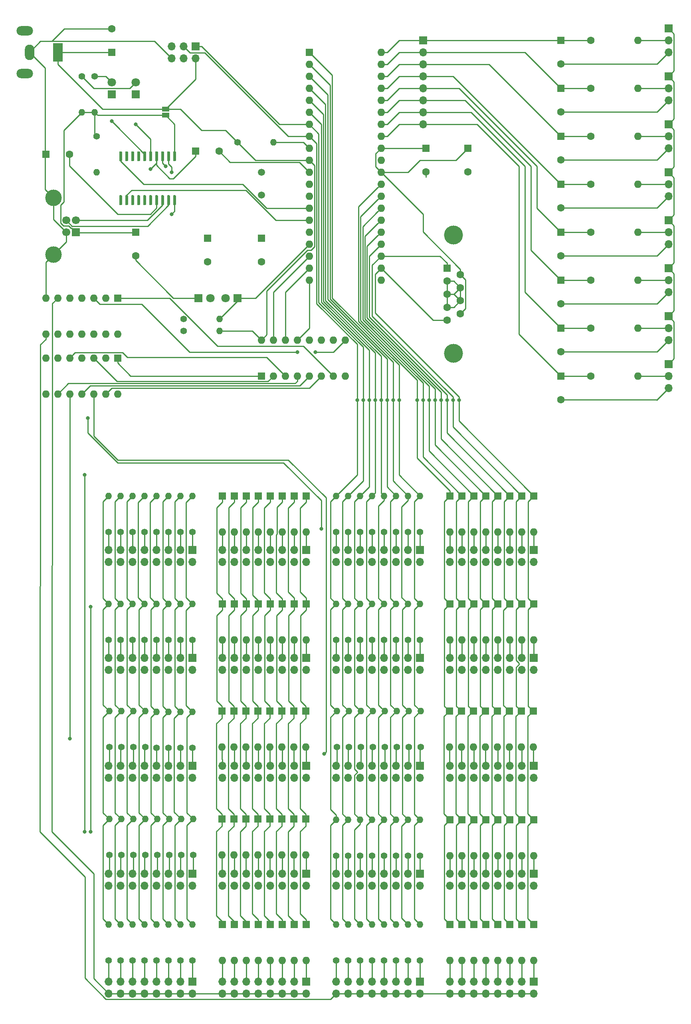
<source format=gbr>
%TF.GenerationSoftware,KiCad,Pcbnew,5.1.5+dfsg1-2build2*%
%TF.CreationDate,2021-10-31T16:16:40-04:00*%
%TF.ProjectId,PCB_LeftPanel,5043425f-4c65-4667-9450-616e656c2e6b,1*%
%TF.SameCoordinates,Original*%
%TF.FileFunction,Copper,L1,Top*%
%TF.FilePolarity,Positive*%
%FSLAX46Y46*%
G04 Gerber Fmt 4.6, Leading zero omitted, Abs format (unit mm)*
G04 Created by KiCad (PCBNEW 5.1.5+dfsg1-2build2) date 2021-10-31 16:16:40*
%MOMM*%
%LPD*%
G04 APERTURE LIST*
%TA.AperFunction,ComponentPad*%
%ADD10C,4.000000*%
%TD*%
%TA.AperFunction,ComponentPad*%
%ADD11C,1.600000*%
%TD*%
%TA.AperFunction,ComponentPad*%
%ADD12R,1.600000X1.600000*%
%TD*%
%TA.AperFunction,ComponentPad*%
%ADD13O,1.600000X1.600000*%
%TD*%
%TA.AperFunction,ComponentPad*%
%ADD14O,1.700000X1.700000*%
%TD*%
%TA.AperFunction,ComponentPad*%
%ADD15R,1.700000X1.700000*%
%TD*%
%TA.AperFunction,ComponentPad*%
%ADD16C,1.500000*%
%TD*%
%TA.AperFunction,ComponentPad*%
%ADD17O,1.400000X1.400000*%
%TD*%
%TA.AperFunction,ComponentPad*%
%ADD18C,1.400000*%
%TD*%
%TA.AperFunction,SMDPad,CuDef*%
%ADD19R,1.500000X1.000000*%
%TD*%
%TA.AperFunction,ComponentPad*%
%ADD20O,3.500000X2.000000*%
%TD*%
%TA.AperFunction,ComponentPad*%
%ADD21O,2.000000X3.300000*%
%TD*%
%TA.AperFunction,ComponentPad*%
%ADD22R,2.000000X4.000000*%
%TD*%
%TA.AperFunction,ComponentPad*%
%ADD23C,3.500000*%
%TD*%
%TA.AperFunction,ComponentPad*%
%ADD24C,1.700000*%
%TD*%
%TA.AperFunction,ComponentPad*%
%ADD25C,1.800000*%
%TD*%
%TA.AperFunction,ComponentPad*%
%ADD26R,1.800000X1.800000*%
%TD*%
%TA.AperFunction,SMDPad,CuDef*%
%ADD27C,0.100000*%
%TD*%
%TA.AperFunction,ViaPad*%
%ADD28C,0.800000*%
%TD*%
%TA.AperFunction,Conductor*%
%ADD29C,0.250000*%
%TD*%
G04 APERTURE END LIST*
D10*
%TO.P,J32,0*%
%TO.N,N/C*%
X124610000Y-67970000D03*
X124610000Y-92970000D03*
D11*
%TO.P,J32,9*%
%TO.N,+5V*%
X126030000Y-84625000D03*
%TO.P,J32,8*%
%TO.N,GND*%
X126030000Y-81855000D03*
%TO.P,J32,7*%
X126030000Y-79085000D03*
%TO.P,J32,6*%
%TO.N,+5V*%
X126030000Y-76315000D03*
%TO.P,J32,5*%
%TO.N,/InputOutputPins/PC0*%
X123190000Y-86010000D03*
%TO.P,J32,4*%
%TO.N,GND*%
X123190000Y-83240000D03*
%TO.P,J32,3*%
X123190000Y-80470000D03*
%TO.P,J32,2*%
X123190000Y-77700000D03*
D12*
%TO.P,J32,1*%
%TO.N,/InputOutputPins/PC1*%
X123190000Y-74930000D03*
%TD*%
D13*
%TO.P,U1,40*%
%TO.N,/Analog Inputs/PA0*%
X109220000Y-29210000D03*
%TO.P,U1,20*%
%TO.N,Net-(U1-Pad20)*%
X93980000Y-77470000D03*
%TO.P,U1,39*%
%TO.N,/Analog Inputs/PA1*%
X109220000Y-31750000D03*
%TO.P,U1,19*%
%TO.N,Net-(U1-Pad19)*%
X93980000Y-74930000D03*
%TO.P,U1,38*%
%TO.N,/Analog Inputs/PA2*%
X109220000Y-34290000D03*
%TO.P,U1,18*%
%TO.N,Net-(U1-Pad18)*%
X93980000Y-72390000D03*
%TO.P,U1,37*%
%TO.N,/Analog Inputs/PA3*%
X109220000Y-36830000D03*
%TO.P,U1,17*%
%TO.N,STATUS*%
X93980000Y-69850000D03*
%TO.P,U1,36*%
%TO.N,/Analog Inputs/PA4*%
X109220000Y-39370000D03*
%TO.P,U1,16*%
%TO.N,Net-(U1-Pad16)*%
X93980000Y-67310000D03*
%TO.P,U1,35*%
%TO.N,/Analog Inputs/PA5*%
X109220000Y-41910000D03*
%TO.P,U1,15*%
%TO.N,TXD*%
X93980000Y-64770000D03*
%TO.P,U1,34*%
%TO.N,/Analog Inputs/PA6*%
X109220000Y-44450000D03*
%TO.P,U1,14*%
%TO.N,RXD*%
X93980000Y-62230000D03*
%TO.P,U1,33*%
%TO.N,/Analog Inputs/PA7*%
X109220000Y-46990000D03*
%TO.P,U1,13*%
%TO.N,Net-(C4-Pad1)*%
X93980000Y-59690000D03*
%TO.P,U1,32*%
%TO.N,+5V*%
X109220000Y-49530000D03*
%TO.P,U1,12*%
%TO.N,Net-(C5-Pad1)*%
X93980000Y-57150000D03*
%TO.P,U1,31*%
%TO.N,GND*%
X109220000Y-52070000D03*
%TO.P,U1,11*%
X93980000Y-54610000D03*
%TO.P,U1,30*%
%TO.N,+5V*%
X109220000Y-54610000D03*
%TO.P,U1,10*%
X93980000Y-52070000D03*
%TO.P,U1,29*%
%TO.N,/InputOutputPins/PC7*%
X109220000Y-57150000D03*
%TO.P,U1,9*%
%TO.N,Net-(J2-Pad5)*%
X93980000Y-49530000D03*
%TO.P,U1,28*%
%TO.N,/InputOutputPins/PC6*%
X109220000Y-59690000D03*
%TO.P,U1,8*%
%TO.N,/InputOutputPins/PB7*%
X93980000Y-46990000D03*
%TO.P,U1,27*%
%TO.N,/InputOutputPins/PC5*%
X109220000Y-62230000D03*
%TO.P,U1,7*%
%TO.N,/InputOutputPins/PB6*%
X93980000Y-44450000D03*
%TO.P,U1,26*%
%TO.N,/InputOutputPins/PC4*%
X109220000Y-64770000D03*
%TO.P,U1,6*%
%TO.N,/InputOutputPins/PB5*%
X93980000Y-41910000D03*
%TO.P,U1,25*%
%TO.N,/InputOutputPins/PC3*%
X109220000Y-67310000D03*
%TO.P,U1,5*%
%TO.N,/InputOutputPins/PB4*%
X93980000Y-39370000D03*
%TO.P,U1,24*%
%TO.N,/InputOutputPins/PC2*%
X109220000Y-69850000D03*
%TO.P,U1,4*%
%TO.N,/InputOutputPins/PB3*%
X93980000Y-36830000D03*
%TO.P,U1,23*%
%TO.N,/InputOutputPins/PC1*%
X109220000Y-72390000D03*
%TO.P,U1,3*%
%TO.N,/InputOutputPins/PB2*%
X93980000Y-34290000D03*
%TO.P,U1,22*%
%TO.N,/InputOutputPins/PC0*%
X109220000Y-74930000D03*
%TO.P,U1,2*%
%TO.N,/InputOutputPins/PB1*%
X93980000Y-31750000D03*
%TO.P,U1,21*%
%TO.N,Net-(U1-Pad21)*%
X109220000Y-77470000D03*
D12*
%TO.P,U1,1*%
%TO.N,/InputOutputPins/PB0*%
X93980000Y-29210000D03*
%TD*%
D13*
%TO.P,U5,14*%
%TO.N,+5V*%
X53340000Y-88900000D03*
%TO.P,U5,7*%
%TO.N,GND*%
X38100000Y-81280000D03*
%TO.P,U5,13*%
%TO.N,N/C*%
X50800000Y-88900000D03*
%TO.P,U5,6*%
%TO.N,Net-(J20-Pad10)*%
X40640000Y-81280000D03*
%TO.P,U5,12*%
%TO.N,N/C*%
X48260000Y-88900000D03*
%TO.P,U5,5*%
%TO.N,Q8*%
X43180000Y-81280000D03*
%TO.P,U5,11*%
%TO.N,N/C*%
X45720000Y-88900000D03*
%TO.P,U5,4*%
%TO.N,Net-(J18-Pad10)*%
X45720000Y-81280000D03*
%TO.P,U5,10*%
%TO.N,N/C*%
X43180000Y-88900000D03*
%TO.P,U5,3*%
%TO.N,Q7*%
X48260000Y-81280000D03*
%TO.P,U5,9*%
%TO.N,Q9*%
X40640000Y-88900000D03*
%TO.P,U5,2*%
%TO.N,Net-(J16-Pad10)*%
X50800000Y-81280000D03*
%TO.P,U5,8*%
%TO.N,Net-(J22-Pad10)*%
X38100000Y-88900000D03*
D12*
%TO.P,U5,1*%
%TO.N,Q6*%
X53340000Y-81280000D03*
%TD*%
D13*
%TO.P,U4,14*%
%TO.N,+5V*%
X53340000Y-101600000D03*
%TO.P,U4,7*%
%TO.N,GND*%
X38100000Y-93980000D03*
%TO.P,U4,13*%
%TO.N,Q5*%
X50800000Y-101600000D03*
%TO.P,U4,6*%
%TO.N,Net-(J8-Pad10)*%
X40640000Y-93980000D03*
%TO.P,U4,12*%
%TO.N,Net-(J14-Pad10)*%
X48260000Y-101600000D03*
%TO.P,U4,5*%
%TO.N,Q2*%
X43180000Y-93980000D03*
%TO.P,U4,11*%
%TO.N,Q4*%
X45720000Y-101600000D03*
%TO.P,U4,4*%
%TO.N,Net-(J6-Pad10)*%
X45720000Y-93980000D03*
%TO.P,U4,10*%
%TO.N,Net-(J12-Pad10)*%
X43180000Y-101600000D03*
%TO.P,U4,3*%
%TO.N,Q1*%
X48260000Y-93980000D03*
%TO.P,U4,9*%
%TO.N,Q3*%
X40640000Y-101600000D03*
%TO.P,U4,2*%
%TO.N,Net-(J4-Pad10)*%
X50800000Y-93980000D03*
%TO.P,U4,8*%
%TO.N,Net-(J10-Pad10)*%
X38100000Y-101600000D03*
D12*
%TO.P,U4,1*%
%TO.N,Q0*%
X53340000Y-93980000D03*
%TD*%
D14*
%TO.P,J36,8*%
%TO.N,/Analog Inputs/PA7*%
X118110000Y-44450000D03*
%TO.P,J36,7*%
%TO.N,/Analog Inputs/PA6*%
X118110000Y-41910000D03*
%TO.P,J36,6*%
%TO.N,/Analog Inputs/PA5*%
X118110000Y-39370000D03*
%TO.P,J36,5*%
%TO.N,/Analog Inputs/PA4*%
X118110000Y-36830000D03*
%TO.P,J36,4*%
%TO.N,/Analog Inputs/PA3*%
X118110000Y-34290000D03*
%TO.P,J36,3*%
%TO.N,/Analog Inputs/PA2*%
X118110000Y-31750000D03*
%TO.P,J36,2*%
%TO.N,/Analog Inputs/PA1*%
X118110000Y-29210000D03*
D15*
%TO.P,J36,1*%
%TO.N,/Analog Inputs/PA0*%
X118110000Y-26670000D03*
%TD*%
D14*
%TO.P,J2,6*%
%TO.N,GND*%
X64770000Y-30480000D03*
%TO.P,J2,5*%
%TO.N,Net-(J2-Pad5)*%
X64770000Y-27940000D03*
%TO.P,J2,4*%
%TO.N,/InputOutputPins/PB5*%
X67310000Y-30480000D03*
%TO.P,J2,3*%
%TO.N,/InputOutputPins/PB7*%
X67310000Y-27940000D03*
%TO.P,J2,2*%
%TO.N,+5V*%
X69850000Y-30480000D03*
D15*
%TO.P,J2,1*%
%TO.N,/InputOutputPins/PB6*%
X69850000Y-27940000D03*
%TD*%
D16*
%TO.P,Y1,2*%
%TO.N,Net-(C4-Pad1)*%
X83820000Y-59490000D03*
%TO.P,Y1,1*%
%TO.N,Net-(C5-Pad1)*%
X83820000Y-54610000D03*
%TD*%
D13*
%TO.P,U2,16*%
%TO.N,+5V*%
X83820000Y-90170000D03*
%TO.P,U2,8*%
%TO.N,GND*%
X101600000Y-97790000D03*
%TO.P,U2,15*%
%TO.N,Net-(U1-Pad18)*%
X86360000Y-90170000D03*
%TO.P,U2,7*%
%TO.N,Q6*%
X99060000Y-97790000D03*
%TO.P,U2,14*%
%TO.N,Net-(U1-Pad19)*%
X88900000Y-90170000D03*
%TO.P,U2,6*%
%TO.N,Q5*%
X96520000Y-97790000D03*
%TO.P,U2,13*%
%TO.N,Net-(U1-Pad20)*%
X91440000Y-90170000D03*
%TO.P,U2,5*%
%TO.N,Q4*%
X93980000Y-97790000D03*
%TO.P,U2,12*%
%TO.N,Net-(U1-Pad21)*%
X93980000Y-90170000D03*
%TO.P,U2,4*%
%TO.N,Q3*%
X91440000Y-97790000D03*
%TO.P,U2,11*%
%TO.N,Q9*%
X96520000Y-90170000D03*
%TO.P,U2,3*%
%TO.N,Q2*%
X88900000Y-97790000D03*
%TO.P,U2,10*%
%TO.N,Q8*%
X99060000Y-90170000D03*
%TO.P,U2,2*%
%TO.N,Q1*%
X86360000Y-97790000D03*
%TO.P,U2,9*%
%TO.N,Q7*%
X101600000Y-90170000D03*
D12*
%TO.P,U2,1*%
%TO.N,Q0*%
X83820000Y-97790000D03*
%TD*%
D17*
%TO.P,R86,2*%
%TO.N,/InputOutputPins/PB7*%
X99695000Y-213995000D03*
D18*
%TO.P,R86,1*%
%TO.N,Net-(J22-Pad15)*%
X99695000Y-221615000D03*
%TD*%
D17*
%TO.P,R85,2*%
%TO.N,/InputOutputPins/PB6*%
X102235000Y-213995000D03*
D18*
%TO.P,R85,1*%
%TO.N,Net-(J22-Pad13)*%
X102235000Y-221615000D03*
%TD*%
D17*
%TO.P,R84,2*%
%TO.N,/InputOutputPins/PB5*%
X104775000Y-213995000D03*
D18*
%TO.P,R84,1*%
%TO.N,Net-(J22-Pad11)*%
X104775000Y-221615000D03*
%TD*%
D17*
%TO.P,R83,2*%
%TO.N,/InputOutputPins/PB4*%
X107315000Y-213995000D03*
D18*
%TO.P,R83,1*%
%TO.N,Net-(J22-Pad9)*%
X107315000Y-221615000D03*
%TD*%
D17*
%TO.P,R82,2*%
%TO.N,/InputOutputPins/PB3*%
X109855000Y-213995000D03*
D18*
%TO.P,R82,1*%
%TO.N,Net-(J22-Pad7)*%
X109855000Y-221615000D03*
%TD*%
D17*
%TO.P,R81,2*%
%TO.N,/InputOutputPins/PB2*%
X112395000Y-213995000D03*
D18*
%TO.P,R81,1*%
%TO.N,Net-(J22-Pad5)*%
X112395000Y-221615000D03*
%TD*%
D17*
%TO.P,R80,2*%
%TO.N,/InputOutputPins/PB1*%
X114935000Y-213995000D03*
D18*
%TO.P,R80,1*%
%TO.N,Net-(J22-Pad3)*%
X114935000Y-221615000D03*
%TD*%
D17*
%TO.P,R79,2*%
%TO.N,/InputOutputPins/PB0*%
X117475000Y-213995000D03*
D18*
%TO.P,R79,1*%
%TO.N,Net-(J22-Pad1)*%
X117475000Y-221615000D03*
%TD*%
D17*
%TO.P,R78,2*%
%TO.N,/InputOutputPins/PB7*%
X51435000Y-213995000D03*
D18*
%TO.P,R78,1*%
%TO.N,Net-(J20-Pad15)*%
X51435000Y-221615000D03*
%TD*%
D17*
%TO.P,R77,2*%
%TO.N,/InputOutputPins/PB6*%
X53975000Y-213995000D03*
D18*
%TO.P,R77,1*%
%TO.N,Net-(J20-Pad13)*%
X53975000Y-221615000D03*
%TD*%
D17*
%TO.P,R76,2*%
%TO.N,/InputOutputPins/PB5*%
X56515000Y-213995000D03*
D18*
%TO.P,R76,1*%
%TO.N,Net-(J20-Pad11)*%
X56515000Y-221615000D03*
%TD*%
D17*
%TO.P,R75,2*%
%TO.N,/InputOutputPins/PB4*%
X59055000Y-213995000D03*
D18*
%TO.P,R75,1*%
%TO.N,Net-(J20-Pad9)*%
X59055000Y-221615000D03*
%TD*%
D17*
%TO.P,R74,2*%
%TO.N,/InputOutputPins/PB3*%
X61595000Y-213995000D03*
D18*
%TO.P,R74,1*%
%TO.N,Net-(J20-Pad7)*%
X61595000Y-221615000D03*
%TD*%
D17*
%TO.P,R73,2*%
%TO.N,/InputOutputPins/PB2*%
X64135000Y-213995000D03*
D18*
%TO.P,R73,1*%
%TO.N,Net-(J20-Pad5)*%
X64135000Y-221615000D03*
%TD*%
D17*
%TO.P,R72,2*%
%TO.N,/InputOutputPins/PB1*%
X66675000Y-213995000D03*
D18*
%TO.P,R72,1*%
%TO.N,Net-(J20-Pad3)*%
X66675000Y-221615000D03*
%TD*%
D17*
%TO.P,R71,2*%
%TO.N,/InputOutputPins/PB0*%
X69215000Y-213995000D03*
D18*
%TO.P,R71,1*%
%TO.N,Net-(J20-Pad1)*%
X69215000Y-221615000D03*
%TD*%
D17*
%TO.P,R70,2*%
%TO.N,/InputOutputPins/PB7*%
X99695000Y-191770000D03*
D18*
%TO.P,R70,1*%
%TO.N,Net-(J18-Pad15)*%
X99695000Y-199390000D03*
%TD*%
D17*
%TO.P,R69,2*%
%TO.N,/InputOutputPins/PB6*%
X102235000Y-191770000D03*
D18*
%TO.P,R69,1*%
%TO.N,Net-(J18-Pad13)*%
X102235000Y-199390000D03*
%TD*%
D17*
%TO.P,R68,2*%
%TO.N,/InputOutputPins/PB5*%
X104775000Y-191770000D03*
D18*
%TO.P,R68,1*%
%TO.N,Net-(J18-Pad11)*%
X104775000Y-199390000D03*
%TD*%
D17*
%TO.P,R67,2*%
%TO.N,/InputOutputPins/PB4*%
X107315000Y-191770000D03*
D18*
%TO.P,R67,1*%
%TO.N,Net-(J18-Pad9)*%
X107315000Y-199390000D03*
%TD*%
D17*
%TO.P,R66,2*%
%TO.N,/InputOutputPins/PB3*%
X109855000Y-191770000D03*
D18*
%TO.P,R66,1*%
%TO.N,Net-(J18-Pad7)*%
X109855000Y-199390000D03*
%TD*%
D17*
%TO.P,R65,2*%
%TO.N,/InputOutputPins/PB2*%
X112395000Y-191770000D03*
D18*
%TO.P,R65,1*%
%TO.N,Net-(J18-Pad5)*%
X112395000Y-199390000D03*
%TD*%
D17*
%TO.P,R64,2*%
%TO.N,/InputOutputPins/PB1*%
X114935000Y-191770000D03*
D18*
%TO.P,R64,1*%
%TO.N,Net-(J18-Pad3)*%
X114935000Y-199390000D03*
%TD*%
D17*
%TO.P,R63,2*%
%TO.N,/InputOutputPins/PB0*%
X117475000Y-191770000D03*
D18*
%TO.P,R63,1*%
%TO.N,Net-(J18-Pad1)*%
X117475000Y-199390000D03*
%TD*%
D17*
%TO.P,R62,2*%
%TO.N,/InputOutputPins/PB7*%
X51562000Y-191643000D03*
D18*
%TO.P,R62,1*%
%TO.N,Net-(J16-Pad15)*%
X51562000Y-199263000D03*
%TD*%
D17*
%TO.P,R61,2*%
%TO.N,/InputOutputPins/PB6*%
X54102000Y-191643000D03*
D18*
%TO.P,R61,1*%
%TO.N,Net-(J16-Pad13)*%
X54102000Y-199263000D03*
%TD*%
D17*
%TO.P,R60,2*%
%TO.N,/InputOutputPins/PB5*%
X56642000Y-191643000D03*
D18*
%TO.P,R60,1*%
%TO.N,Net-(J16-Pad11)*%
X56642000Y-199263000D03*
%TD*%
D17*
%TO.P,R59,2*%
%TO.N,/InputOutputPins/PB4*%
X59182000Y-191643000D03*
D18*
%TO.P,R59,1*%
%TO.N,Net-(J16-Pad9)*%
X59182000Y-199263000D03*
%TD*%
D17*
%TO.P,R58,2*%
%TO.N,/InputOutputPins/PB3*%
X61722000Y-191643000D03*
D18*
%TO.P,R58,1*%
%TO.N,Net-(J16-Pad7)*%
X61722000Y-199263000D03*
%TD*%
D17*
%TO.P,R57,2*%
%TO.N,/InputOutputPins/PB2*%
X64262000Y-191643000D03*
D18*
%TO.P,R57,1*%
%TO.N,Net-(J16-Pad5)*%
X64262000Y-199263000D03*
%TD*%
D17*
%TO.P,R56,2*%
%TO.N,/InputOutputPins/PB1*%
X66802000Y-191643000D03*
D18*
%TO.P,R56,1*%
%TO.N,Net-(J16-Pad3)*%
X66802000Y-199263000D03*
%TD*%
D17*
%TO.P,R55,2*%
%TO.N,/InputOutputPins/PB0*%
X69342000Y-191643000D03*
D18*
%TO.P,R55,1*%
%TO.N,Net-(J16-Pad1)*%
X69342000Y-199263000D03*
%TD*%
D17*
%TO.P,R54,2*%
%TO.N,/InputOutputPins/PB7*%
X99822000Y-168783000D03*
D18*
%TO.P,R54,1*%
%TO.N,Net-(J14-Pad15)*%
X99822000Y-176403000D03*
%TD*%
D17*
%TO.P,R53,2*%
%TO.N,/InputOutputPins/PB6*%
X102362000Y-168783000D03*
D18*
%TO.P,R53,1*%
%TO.N,Net-(J14-Pad13)*%
X102362000Y-176403000D03*
%TD*%
D17*
%TO.P,R52,2*%
%TO.N,/InputOutputPins/PB5*%
X104902000Y-168783000D03*
D18*
%TO.P,R52,1*%
%TO.N,Net-(J14-Pad11)*%
X104902000Y-176403000D03*
%TD*%
D17*
%TO.P,R51,2*%
%TO.N,/InputOutputPins/PB4*%
X107442000Y-168783000D03*
D18*
%TO.P,R51,1*%
%TO.N,Net-(J14-Pad9)*%
X107442000Y-176403000D03*
%TD*%
D17*
%TO.P,R50,2*%
%TO.N,/InputOutputPins/PB3*%
X109982000Y-168783000D03*
D18*
%TO.P,R50,1*%
%TO.N,Net-(J14-Pad7)*%
X109982000Y-176403000D03*
%TD*%
D17*
%TO.P,R49,2*%
%TO.N,/InputOutputPins/PB2*%
X112522000Y-168783000D03*
D18*
%TO.P,R49,1*%
%TO.N,Net-(J14-Pad5)*%
X112522000Y-176403000D03*
%TD*%
D17*
%TO.P,R48,2*%
%TO.N,/InputOutputPins/PB1*%
X115062000Y-168783000D03*
D18*
%TO.P,R48,1*%
%TO.N,Net-(J14-Pad3)*%
X115062000Y-176403000D03*
%TD*%
D17*
%TO.P,R47,2*%
%TO.N,/InputOutputPins/PB0*%
X117602000Y-168783000D03*
D18*
%TO.P,R47,1*%
%TO.N,Net-(J14-Pad1)*%
X117602000Y-176403000D03*
%TD*%
D17*
%TO.P,R46,2*%
%TO.N,/InputOutputPins/PB7*%
X51562000Y-168783000D03*
D18*
%TO.P,R46,1*%
%TO.N,Net-(J12-Pad15)*%
X51562000Y-176403000D03*
%TD*%
D17*
%TO.P,R45,2*%
%TO.N,/InputOutputPins/PB6*%
X54102000Y-168783000D03*
D18*
%TO.P,R45,1*%
%TO.N,Net-(J12-Pad13)*%
X54102000Y-176403000D03*
%TD*%
D17*
%TO.P,R44,2*%
%TO.N,/InputOutputPins/PB5*%
X56642000Y-168783000D03*
D18*
%TO.P,R44,1*%
%TO.N,Net-(J12-Pad11)*%
X56642000Y-176403000D03*
%TD*%
D17*
%TO.P,R43,2*%
%TO.N,/InputOutputPins/PB4*%
X59182000Y-168783000D03*
D18*
%TO.P,R43,1*%
%TO.N,Net-(J12-Pad9)*%
X59182000Y-176403000D03*
%TD*%
D17*
%TO.P,R42,2*%
%TO.N,/InputOutputPins/PB3*%
X61595000Y-168910000D03*
D18*
%TO.P,R42,1*%
%TO.N,Net-(J12-Pad7)*%
X61595000Y-176530000D03*
%TD*%
D17*
%TO.P,R41,2*%
%TO.N,/InputOutputPins/PB2*%
X64135000Y-168910000D03*
D18*
%TO.P,R41,1*%
%TO.N,Net-(J12-Pad5)*%
X64135000Y-176530000D03*
%TD*%
D17*
%TO.P,R40,2*%
%TO.N,/InputOutputPins/PB1*%
X66675000Y-168910000D03*
D18*
%TO.P,R40,1*%
%TO.N,Net-(J12-Pad3)*%
X66675000Y-176530000D03*
%TD*%
D17*
%TO.P,R39,2*%
%TO.N,/InputOutputPins/PB0*%
X69215000Y-168910000D03*
D18*
%TO.P,R39,1*%
%TO.N,Net-(J12-Pad1)*%
X69215000Y-176530000D03*
%TD*%
D17*
%TO.P,R38,2*%
%TO.N,/InputOutputPins/PB7*%
X99695000Y-146050000D03*
D18*
%TO.P,R38,1*%
%TO.N,Net-(J10-Pad15)*%
X99695000Y-153670000D03*
%TD*%
D17*
%TO.P,R37,2*%
%TO.N,/InputOutputPins/PB6*%
X102235000Y-146050000D03*
D18*
%TO.P,R37,1*%
%TO.N,Net-(J10-Pad13)*%
X102235000Y-153670000D03*
%TD*%
D17*
%TO.P,R36,2*%
%TO.N,/InputOutputPins/PB5*%
X104775000Y-146050000D03*
D18*
%TO.P,R36,1*%
%TO.N,Net-(J10-Pad11)*%
X104775000Y-153670000D03*
%TD*%
D17*
%TO.P,R35,2*%
%TO.N,/InputOutputPins/PB4*%
X107315000Y-146050000D03*
D18*
%TO.P,R35,1*%
%TO.N,Net-(J10-Pad9)*%
X107315000Y-153670000D03*
%TD*%
D17*
%TO.P,R34,2*%
%TO.N,/InputOutputPins/PB3*%
X109855000Y-146050000D03*
D18*
%TO.P,R34,1*%
%TO.N,Net-(J10-Pad7)*%
X109855000Y-153670000D03*
%TD*%
D17*
%TO.P,R33,2*%
%TO.N,/InputOutputPins/PB2*%
X112395000Y-146050000D03*
D18*
%TO.P,R33,1*%
%TO.N,Net-(J10-Pad5)*%
X112395000Y-153670000D03*
%TD*%
D17*
%TO.P,R32,2*%
%TO.N,/InputOutputPins/PB1*%
X114935000Y-146050000D03*
D18*
%TO.P,R32,1*%
%TO.N,Net-(J10-Pad3)*%
X114935000Y-153670000D03*
%TD*%
D17*
%TO.P,R31,2*%
%TO.N,/InputOutputPins/PB0*%
X117475000Y-146050000D03*
D18*
%TO.P,R31,1*%
%TO.N,Net-(J10-Pad1)*%
X117475000Y-153670000D03*
%TD*%
D17*
%TO.P,R30,2*%
%TO.N,/InputOutputPins/PB7*%
X51435000Y-146050000D03*
D18*
%TO.P,R30,1*%
%TO.N,Net-(J8-Pad15)*%
X51435000Y-153670000D03*
%TD*%
D17*
%TO.P,R29,2*%
%TO.N,/InputOutputPins/PB6*%
X53975000Y-146050000D03*
D18*
%TO.P,R29,1*%
%TO.N,Net-(J8-Pad13)*%
X53975000Y-153670000D03*
%TD*%
D17*
%TO.P,R28,2*%
%TO.N,/InputOutputPins/PB5*%
X56515000Y-146050000D03*
D18*
%TO.P,R28,1*%
%TO.N,Net-(J8-Pad11)*%
X56515000Y-153670000D03*
%TD*%
D17*
%TO.P,R27,2*%
%TO.N,/InputOutputPins/PB4*%
X59055000Y-146050000D03*
D18*
%TO.P,R27,1*%
%TO.N,Net-(J8-Pad9)*%
X59055000Y-153670000D03*
%TD*%
D17*
%TO.P,R26,2*%
%TO.N,/InputOutputPins/PB3*%
X61595000Y-146050000D03*
D18*
%TO.P,R26,1*%
%TO.N,Net-(J8-Pad7)*%
X61595000Y-153670000D03*
%TD*%
D17*
%TO.P,R25,2*%
%TO.N,/InputOutputPins/PB2*%
X64135000Y-146050000D03*
D18*
%TO.P,R25,1*%
%TO.N,Net-(J8-Pad5)*%
X64135000Y-153670000D03*
%TD*%
D17*
%TO.P,R24,2*%
%TO.N,/InputOutputPins/PB1*%
X66675000Y-146050000D03*
D18*
%TO.P,R24,1*%
%TO.N,Net-(J8-Pad3)*%
X66675000Y-153670000D03*
%TD*%
D17*
%TO.P,R23,2*%
%TO.N,/InputOutputPins/PB0*%
X69215000Y-146050000D03*
D18*
%TO.P,R23,1*%
%TO.N,Net-(J8-Pad1)*%
X69215000Y-153670000D03*
%TD*%
D17*
%TO.P,R22,2*%
%TO.N,/InputOutputPins/PB7*%
X99695000Y-123190000D03*
D18*
%TO.P,R22,1*%
%TO.N,Net-(J6-Pad15)*%
X99695000Y-130810000D03*
%TD*%
D17*
%TO.P,R21,2*%
%TO.N,/InputOutputPins/PB6*%
X102235000Y-123190000D03*
D18*
%TO.P,R21,1*%
%TO.N,Net-(J6-Pad13)*%
X102235000Y-130810000D03*
%TD*%
D17*
%TO.P,R20,2*%
%TO.N,/InputOutputPins/PB5*%
X104775000Y-123190000D03*
D18*
%TO.P,R20,1*%
%TO.N,Net-(J6-Pad11)*%
X104775000Y-130810000D03*
%TD*%
D17*
%TO.P,R19,2*%
%TO.N,/InputOutputPins/PB4*%
X107315000Y-123190000D03*
D18*
%TO.P,R19,1*%
%TO.N,Net-(J6-Pad9)*%
X107315000Y-130810000D03*
%TD*%
D17*
%TO.P,R18,2*%
%TO.N,/InputOutputPins/PB3*%
X109855000Y-123190000D03*
D18*
%TO.P,R18,1*%
%TO.N,Net-(J6-Pad7)*%
X109855000Y-130810000D03*
%TD*%
D17*
%TO.P,R17,2*%
%TO.N,/InputOutputPins/PB2*%
X112395000Y-123190000D03*
D18*
%TO.P,R17,1*%
%TO.N,Net-(J6-Pad5)*%
X112395000Y-130810000D03*
%TD*%
D17*
%TO.P,R16,2*%
%TO.N,/InputOutputPins/PB1*%
X114935000Y-123190000D03*
D18*
%TO.P,R16,1*%
%TO.N,Net-(J6-Pad3)*%
X114935000Y-130810000D03*
%TD*%
D17*
%TO.P,R15,2*%
%TO.N,/InputOutputPins/PB0*%
X117475000Y-123190000D03*
D18*
%TO.P,R15,1*%
%TO.N,Net-(J6-Pad1)*%
X117475000Y-130810000D03*
%TD*%
D17*
%TO.P,R14,2*%
%TO.N,/InputOutputPins/PB7*%
X51435000Y-123190000D03*
D18*
%TO.P,R14,1*%
%TO.N,Net-(J4-Pad15)*%
X51435000Y-130810000D03*
%TD*%
D17*
%TO.P,R13,2*%
%TO.N,/InputOutputPins/PB6*%
X53975000Y-123190000D03*
D18*
%TO.P,R13,1*%
%TO.N,Net-(J4-Pad13)*%
X53975000Y-130810000D03*
%TD*%
D17*
%TO.P,R12,2*%
%TO.N,/InputOutputPins/PB5*%
X56515000Y-123190000D03*
D18*
%TO.P,R12,1*%
%TO.N,Net-(J4-Pad11)*%
X56515000Y-130810000D03*
%TD*%
D17*
%TO.P,R11,2*%
%TO.N,/InputOutputPins/PB4*%
X59055000Y-123190000D03*
D18*
%TO.P,R11,1*%
%TO.N,Net-(J4-Pad9)*%
X59055000Y-130810000D03*
%TD*%
D17*
%TO.P,R10,2*%
%TO.N,/InputOutputPins/PB3*%
X61595000Y-123190000D03*
D18*
%TO.P,R10,1*%
%TO.N,Net-(J4-Pad7)*%
X61595000Y-130810000D03*
%TD*%
D17*
%TO.P,R9,2*%
%TO.N,/InputOutputPins/PB2*%
X64135000Y-123190000D03*
D18*
%TO.P,R9,1*%
%TO.N,Net-(J4-Pad5)*%
X64135000Y-130810000D03*
%TD*%
D17*
%TO.P,R8,2*%
%TO.N,/InputOutputPins/PB1*%
X66675000Y-123190000D03*
D18*
%TO.P,R8,1*%
%TO.N,Net-(J4-Pad3)*%
X66675000Y-130810000D03*
%TD*%
D17*
%TO.P,R7,2*%
%TO.N,/InputOutputPins/PB0*%
X69215000Y-123190000D03*
D18*
%TO.P,R7,1*%
%TO.N,Net-(J4-Pad1)*%
X69215000Y-130810000D03*
%TD*%
D17*
%TO.P,R6,2*%
%TO.N,STATUS*%
X74930000Y-85725000D03*
D18*
%TO.P,R6,1*%
%TO.N,Net-(D6-Pad2)*%
X67310000Y-85725000D03*
%TD*%
D17*
%TO.P,R5,2*%
%TO.N,Net-(J2-Pad5)*%
X86360000Y-48260000D03*
D18*
%TO.P,R5,1*%
%TO.N,+5V*%
X78740000Y-48260000D03*
%TD*%
D17*
%TO.P,R4,2*%
%TO.N,+5V*%
X74930000Y-88265000D03*
D18*
%TO.P,R4,1*%
%TO.N,Net-(D5-Pad2)*%
X67310000Y-88265000D03*
%TD*%
D17*
%TO.P,R3,2*%
%TO.N,Net-(C7-Pad1)*%
X48895000Y-54610000D03*
D18*
%TO.P,R3,1*%
%TO.N,VBUS*%
X48895000Y-46990000D03*
%TD*%
D17*
%TO.P,R2,2*%
%TO.N,VBUS*%
X45720000Y-41910000D03*
D18*
%TO.P,R2,1*%
%TO.N,Net-(D2-Pad2)*%
X45720000Y-34290000D03*
%TD*%
D17*
%TO.P,R1,2*%
%TO.N,VBUS*%
X48470000Y-41910000D03*
D18*
%TO.P,R1,1*%
%TO.N,Net-(D1-Pad2)*%
X48470000Y-34290000D03*
%TD*%
D13*
%TO.P,L8,2*%
%TO.N,Net-(J31-Pad2)*%
X163670000Y-97790000D03*
D11*
%TO.P,L8,1*%
%TO.N,/Analog Inputs/PA7*%
X153670000Y-97790000D03*
%TD*%
D13*
%TO.P,L7,2*%
%TO.N,Net-(J30-Pad2)*%
X163670000Y-87630000D03*
D11*
%TO.P,L7,1*%
%TO.N,/Analog Inputs/PA6*%
X153670000Y-87630000D03*
%TD*%
D13*
%TO.P,L6,2*%
%TO.N,Net-(J29-Pad2)*%
X163670000Y-77470000D03*
D11*
%TO.P,L6,1*%
%TO.N,/Analog Inputs/PA5*%
X153670000Y-77470000D03*
%TD*%
D13*
%TO.P,L5,2*%
%TO.N,Net-(J28-Pad2)*%
X163670000Y-67310000D03*
D11*
%TO.P,L5,1*%
%TO.N,/Analog Inputs/PA4*%
X153670000Y-67310000D03*
%TD*%
D13*
%TO.P,L4,2*%
%TO.N,Net-(J27-Pad2)*%
X163670000Y-57150000D03*
D11*
%TO.P,L4,1*%
%TO.N,/Analog Inputs/PA3*%
X153670000Y-57150000D03*
%TD*%
D13*
%TO.P,L3,2*%
%TO.N,Net-(J26-Pad2)*%
X163670000Y-46990000D03*
D11*
%TO.P,L3,1*%
%TO.N,/Analog Inputs/PA2*%
X153670000Y-46990000D03*
%TD*%
D13*
%TO.P,L2,2*%
%TO.N,Net-(J25-Pad2)*%
X163670000Y-36830000D03*
D11*
%TO.P,L2,1*%
%TO.N,/Analog Inputs/PA1*%
X153670000Y-36830000D03*
%TD*%
D13*
%TO.P,L1,2*%
%TO.N,Net-(J24-Pad2)*%
X163670000Y-26670000D03*
D11*
%TO.P,L1,1*%
%TO.N,/Analog Inputs/PA0*%
X153670000Y-26670000D03*
%TD*%
D19*
%TO.P,JP2,1*%
%TO.N,+5V*%
X63500000Y-41260000D03*
%TO.P,JP2,2*%
%TO.N,VBUS*%
X63500000Y-42560000D03*
%TD*%
D14*
%TO.P,J31,3*%
%TO.N,GND*%
X170180000Y-100330000D03*
%TO.P,J31,2*%
%TO.N,Net-(J31-Pad2)*%
X170180000Y-97790000D03*
D15*
%TO.P,J31,1*%
%TO.N,+5V*%
X170180000Y-95250000D03*
%TD*%
D14*
%TO.P,J30,3*%
%TO.N,GND*%
X170180000Y-90170000D03*
%TO.P,J30,2*%
%TO.N,Net-(J30-Pad2)*%
X170180000Y-87630000D03*
D15*
%TO.P,J30,1*%
%TO.N,+5V*%
X170180000Y-85090000D03*
%TD*%
D14*
%TO.P,J29,3*%
%TO.N,GND*%
X170180000Y-80010000D03*
%TO.P,J29,2*%
%TO.N,Net-(J29-Pad2)*%
X170180000Y-77470000D03*
D15*
%TO.P,J29,1*%
%TO.N,+5V*%
X170180000Y-74930000D03*
%TD*%
D14*
%TO.P,J28,3*%
%TO.N,GND*%
X170180000Y-69850000D03*
%TO.P,J28,2*%
%TO.N,Net-(J28-Pad2)*%
X170180000Y-67310000D03*
D15*
%TO.P,J28,1*%
%TO.N,+5V*%
X170180000Y-64770000D03*
%TD*%
D14*
%TO.P,J27,3*%
%TO.N,GND*%
X170180000Y-59690000D03*
%TO.P,J27,2*%
%TO.N,Net-(J27-Pad2)*%
X170180000Y-57150000D03*
D15*
%TO.P,J27,1*%
%TO.N,+5V*%
X170180000Y-54610000D03*
%TD*%
D14*
%TO.P,J26,3*%
%TO.N,GND*%
X170180000Y-49530000D03*
%TO.P,J26,2*%
%TO.N,Net-(J26-Pad2)*%
X170180000Y-46990000D03*
D15*
%TO.P,J26,1*%
%TO.N,+5V*%
X170180000Y-44450000D03*
%TD*%
D14*
%TO.P,J25,3*%
%TO.N,GND*%
X170180000Y-39370000D03*
%TO.P,J25,2*%
%TO.N,Net-(J25-Pad2)*%
X170180000Y-36830000D03*
D15*
%TO.P,J25,1*%
%TO.N,+5V*%
X170180000Y-34290000D03*
%TD*%
D14*
%TO.P,J24,3*%
%TO.N,GND*%
X170180000Y-29210000D03*
%TO.P,J24,2*%
%TO.N,Net-(J24-Pad2)*%
X170180000Y-26670000D03*
D15*
%TO.P,J24,1*%
%TO.N,+5V*%
X170180000Y-24130000D03*
%TD*%
D14*
%TO.P,J23,16*%
%TO.N,Net-(J22-Pad10)*%
X123825000Y-228600000D03*
%TO.P,J23,15*%
%TO.N,Net-(D86-Pad2)*%
X123825000Y-226060000D03*
%TO.P,J23,14*%
%TO.N,Net-(J22-Pad10)*%
X126365000Y-228600000D03*
%TO.P,J23,13*%
%TO.N,Net-(D85-Pad2)*%
X126365000Y-226060000D03*
%TO.P,J23,12*%
%TO.N,Net-(J22-Pad10)*%
X128905000Y-228600000D03*
%TO.P,J23,11*%
%TO.N,Net-(D84-Pad2)*%
X128905000Y-226060000D03*
%TO.P,J23,10*%
%TO.N,Net-(J22-Pad10)*%
X131445000Y-228600000D03*
%TO.P,J23,9*%
%TO.N,Net-(D83-Pad2)*%
X131445000Y-226060000D03*
%TO.P,J23,8*%
%TO.N,Net-(J22-Pad10)*%
X133985000Y-228600000D03*
%TO.P,J23,7*%
%TO.N,Net-(D82-Pad2)*%
X133985000Y-226060000D03*
%TO.P,J23,6*%
%TO.N,Net-(J22-Pad10)*%
X136525000Y-228600000D03*
%TO.P,J23,5*%
%TO.N,Net-(D81-Pad2)*%
X136525000Y-226060000D03*
%TO.P,J23,4*%
%TO.N,Net-(J22-Pad10)*%
X139065000Y-228600000D03*
%TO.P,J23,3*%
%TO.N,Net-(D80-Pad2)*%
X139065000Y-226060000D03*
%TO.P,J23,2*%
%TO.N,Net-(J22-Pad10)*%
X141605000Y-228600000D03*
D15*
%TO.P,J23,1*%
%TO.N,Net-(D79-Pad2)*%
X141605000Y-226060000D03*
%TD*%
D14*
%TO.P,J22,16*%
%TO.N,Net-(J22-Pad10)*%
X99695000Y-228600000D03*
%TO.P,J22,15*%
%TO.N,Net-(J22-Pad15)*%
X99695000Y-226060000D03*
%TO.P,J22,14*%
%TO.N,Net-(J22-Pad10)*%
X102235000Y-228600000D03*
%TO.P,J22,13*%
%TO.N,Net-(J22-Pad13)*%
X102235000Y-226060000D03*
%TO.P,J22,12*%
%TO.N,Net-(J22-Pad10)*%
X104775000Y-228600000D03*
%TO.P,J22,11*%
%TO.N,Net-(J22-Pad11)*%
X104775000Y-226060000D03*
%TO.P,J22,10*%
%TO.N,Net-(J22-Pad10)*%
X107315000Y-228600000D03*
%TO.P,J22,9*%
%TO.N,Net-(J22-Pad9)*%
X107315000Y-226060000D03*
%TO.P,J22,8*%
%TO.N,Net-(J22-Pad10)*%
X109855000Y-228600000D03*
%TO.P,J22,7*%
%TO.N,Net-(J22-Pad7)*%
X109855000Y-226060000D03*
%TO.P,J22,6*%
%TO.N,Net-(J22-Pad10)*%
X112395000Y-228600000D03*
%TO.P,J22,5*%
%TO.N,Net-(J22-Pad5)*%
X112395000Y-226060000D03*
%TO.P,J22,4*%
%TO.N,Net-(J22-Pad10)*%
X114935000Y-228600000D03*
%TO.P,J22,3*%
%TO.N,Net-(J22-Pad3)*%
X114935000Y-226060000D03*
%TO.P,J22,2*%
%TO.N,Net-(J22-Pad10)*%
X117475000Y-228600000D03*
D15*
%TO.P,J22,1*%
%TO.N,Net-(J22-Pad1)*%
X117475000Y-226060000D03*
%TD*%
D14*
%TO.P,J21,16*%
%TO.N,Net-(J20-Pad10)*%
X75565000Y-228600000D03*
%TO.P,J21,15*%
%TO.N,Net-(D78-Pad2)*%
X75565000Y-226060000D03*
%TO.P,J21,14*%
%TO.N,Net-(J20-Pad10)*%
X78105000Y-228600000D03*
%TO.P,J21,13*%
%TO.N,Net-(D77-Pad2)*%
X78105000Y-226060000D03*
%TO.P,J21,12*%
%TO.N,Net-(J20-Pad10)*%
X80645000Y-228600000D03*
%TO.P,J21,11*%
%TO.N,Net-(D76-Pad2)*%
X80645000Y-226060000D03*
%TO.P,J21,10*%
%TO.N,Net-(J20-Pad10)*%
X83185000Y-228600000D03*
%TO.P,J21,9*%
%TO.N,Net-(D75-Pad2)*%
X83185000Y-226060000D03*
%TO.P,J21,8*%
%TO.N,Net-(J20-Pad10)*%
X85725000Y-228600000D03*
%TO.P,J21,7*%
%TO.N,Net-(D74-Pad2)*%
X85725000Y-226060000D03*
%TO.P,J21,6*%
%TO.N,Net-(J20-Pad10)*%
X88265000Y-228600000D03*
%TO.P,J21,5*%
%TO.N,Net-(D73-Pad2)*%
X88265000Y-226060000D03*
%TO.P,J21,4*%
%TO.N,Net-(J20-Pad10)*%
X90805000Y-228600000D03*
%TO.P,J21,3*%
%TO.N,Net-(D72-Pad2)*%
X90805000Y-226060000D03*
%TO.P,J21,2*%
%TO.N,Net-(J20-Pad10)*%
X93345000Y-228600000D03*
D15*
%TO.P,J21,1*%
%TO.N,Net-(D71-Pad2)*%
X93345000Y-226060000D03*
%TD*%
D14*
%TO.P,J20,16*%
%TO.N,Net-(J20-Pad10)*%
X51435000Y-228600000D03*
%TO.P,J20,15*%
%TO.N,Net-(J20-Pad15)*%
X51435000Y-226060000D03*
%TO.P,J20,14*%
%TO.N,Net-(J20-Pad10)*%
X53975000Y-228600000D03*
%TO.P,J20,13*%
%TO.N,Net-(J20-Pad13)*%
X53975000Y-226060000D03*
%TO.P,J20,12*%
%TO.N,Net-(J20-Pad10)*%
X56515000Y-228600000D03*
%TO.P,J20,11*%
%TO.N,Net-(J20-Pad11)*%
X56515000Y-226060000D03*
%TO.P,J20,10*%
%TO.N,Net-(J20-Pad10)*%
X59055000Y-228600000D03*
%TO.P,J20,9*%
%TO.N,Net-(J20-Pad9)*%
X59055000Y-226060000D03*
%TO.P,J20,8*%
%TO.N,Net-(J20-Pad10)*%
X61595000Y-228600000D03*
%TO.P,J20,7*%
%TO.N,Net-(J20-Pad7)*%
X61595000Y-226060000D03*
%TO.P,J20,6*%
%TO.N,Net-(J20-Pad10)*%
X64135000Y-228600000D03*
%TO.P,J20,5*%
%TO.N,Net-(J20-Pad5)*%
X64135000Y-226060000D03*
%TO.P,J20,4*%
%TO.N,Net-(J20-Pad10)*%
X66675000Y-228600000D03*
%TO.P,J20,3*%
%TO.N,Net-(J20-Pad3)*%
X66675000Y-226060000D03*
%TO.P,J20,2*%
%TO.N,Net-(J20-Pad10)*%
X69215000Y-228600000D03*
D15*
%TO.P,J20,1*%
%TO.N,Net-(J20-Pad1)*%
X69215000Y-226060000D03*
%TD*%
D14*
%TO.P,J19,16*%
%TO.N,Net-(J18-Pad10)*%
X123825000Y-205740000D03*
%TO.P,J19,15*%
%TO.N,Net-(D70-Pad2)*%
X123825000Y-203200000D03*
%TO.P,J19,14*%
%TO.N,Net-(J18-Pad10)*%
X126365000Y-205740000D03*
%TO.P,J19,13*%
%TO.N,Net-(D69-Pad2)*%
X126365000Y-203200000D03*
%TO.P,J19,12*%
%TO.N,Net-(J18-Pad10)*%
X128905000Y-205740000D03*
%TO.P,J19,11*%
%TO.N,Net-(D68-Pad2)*%
X128905000Y-203200000D03*
%TO.P,J19,10*%
%TO.N,Net-(J18-Pad10)*%
X131445000Y-205740000D03*
%TO.P,J19,9*%
%TO.N,Net-(D67-Pad2)*%
X131445000Y-203200000D03*
%TO.P,J19,8*%
%TO.N,Net-(J18-Pad10)*%
X133985000Y-205740000D03*
%TO.P,J19,7*%
%TO.N,Net-(D66-Pad2)*%
X133985000Y-203200000D03*
%TO.P,J19,6*%
%TO.N,Net-(J18-Pad10)*%
X136525000Y-205740000D03*
%TO.P,J19,5*%
%TO.N,Net-(D65-Pad2)*%
X136525000Y-203200000D03*
%TO.P,J19,4*%
%TO.N,Net-(J18-Pad10)*%
X139065000Y-205740000D03*
%TO.P,J19,3*%
%TO.N,Net-(D64-Pad2)*%
X139065000Y-203200000D03*
%TO.P,J19,2*%
%TO.N,Net-(J18-Pad10)*%
X141605000Y-205740000D03*
D15*
%TO.P,J19,1*%
%TO.N,Net-(D63-Pad2)*%
X141605000Y-203200000D03*
%TD*%
D14*
%TO.P,J18,16*%
%TO.N,Net-(J18-Pad10)*%
X99695000Y-205740000D03*
%TO.P,J18,15*%
%TO.N,Net-(J18-Pad15)*%
X99695000Y-203200000D03*
%TO.P,J18,14*%
%TO.N,Net-(J18-Pad10)*%
X102235000Y-205740000D03*
%TO.P,J18,13*%
%TO.N,Net-(J18-Pad13)*%
X102235000Y-203200000D03*
%TO.P,J18,12*%
%TO.N,Net-(J18-Pad10)*%
X104775000Y-205740000D03*
%TO.P,J18,11*%
%TO.N,Net-(J18-Pad11)*%
X104775000Y-203200000D03*
%TO.P,J18,10*%
%TO.N,Net-(J18-Pad10)*%
X107315000Y-205740000D03*
%TO.P,J18,9*%
%TO.N,Net-(J18-Pad9)*%
X107315000Y-203200000D03*
%TO.P,J18,8*%
%TO.N,Net-(J18-Pad10)*%
X109855000Y-205740000D03*
%TO.P,J18,7*%
%TO.N,Net-(J18-Pad7)*%
X109855000Y-203200000D03*
%TO.P,J18,6*%
%TO.N,Net-(J18-Pad10)*%
X112395000Y-205740000D03*
%TO.P,J18,5*%
%TO.N,Net-(J18-Pad5)*%
X112395000Y-203200000D03*
%TO.P,J18,4*%
%TO.N,Net-(J18-Pad10)*%
X114935000Y-205740000D03*
%TO.P,J18,3*%
%TO.N,Net-(J18-Pad3)*%
X114935000Y-203200000D03*
%TO.P,J18,2*%
%TO.N,Net-(J18-Pad10)*%
X117475000Y-205740000D03*
D15*
%TO.P,J18,1*%
%TO.N,Net-(J18-Pad1)*%
X117475000Y-203200000D03*
%TD*%
D14*
%TO.P,J17,16*%
%TO.N,Net-(J16-Pad10)*%
X75565000Y-205740000D03*
%TO.P,J17,15*%
%TO.N,Net-(D62-Pad2)*%
X75565000Y-203200000D03*
%TO.P,J17,14*%
%TO.N,Net-(J16-Pad10)*%
X78105000Y-205740000D03*
%TO.P,J17,13*%
%TO.N,Net-(D61-Pad2)*%
X78105000Y-203200000D03*
%TO.P,J17,12*%
%TO.N,Net-(J16-Pad10)*%
X80645000Y-205740000D03*
%TO.P,J17,11*%
%TO.N,Net-(D60-Pad2)*%
X80645000Y-203200000D03*
%TO.P,J17,10*%
%TO.N,Net-(J16-Pad10)*%
X83185000Y-205740000D03*
%TO.P,J17,9*%
%TO.N,Net-(D59-Pad2)*%
X83185000Y-203200000D03*
%TO.P,J17,8*%
%TO.N,Net-(J16-Pad10)*%
X85725000Y-205740000D03*
%TO.P,J17,7*%
%TO.N,Net-(D58-Pad2)*%
X85725000Y-203200000D03*
%TO.P,J17,6*%
%TO.N,Net-(J16-Pad10)*%
X88265000Y-205740000D03*
%TO.P,J17,5*%
%TO.N,Net-(D57-Pad2)*%
X88265000Y-203200000D03*
%TO.P,J17,4*%
%TO.N,Net-(J16-Pad10)*%
X90805000Y-205740000D03*
%TO.P,J17,3*%
%TO.N,Net-(D56-Pad2)*%
X90805000Y-203200000D03*
%TO.P,J17,2*%
%TO.N,Net-(J16-Pad10)*%
X93345000Y-205740000D03*
D15*
%TO.P,J17,1*%
%TO.N,Net-(D55-Pad2)*%
X93345000Y-203200000D03*
%TD*%
D14*
%TO.P,J16,16*%
%TO.N,Net-(J16-Pad10)*%
X51435000Y-205740000D03*
%TO.P,J16,15*%
%TO.N,Net-(J16-Pad15)*%
X51435000Y-203200000D03*
%TO.P,J16,14*%
%TO.N,Net-(J16-Pad10)*%
X53975000Y-205740000D03*
%TO.P,J16,13*%
%TO.N,Net-(J16-Pad13)*%
X53975000Y-203200000D03*
%TO.P,J16,12*%
%TO.N,Net-(J16-Pad10)*%
X56515000Y-205740000D03*
%TO.P,J16,11*%
%TO.N,Net-(J16-Pad11)*%
X56515000Y-203200000D03*
%TO.P,J16,10*%
%TO.N,Net-(J16-Pad10)*%
X59055000Y-205740000D03*
%TO.P,J16,9*%
%TO.N,Net-(J16-Pad9)*%
X59055000Y-203200000D03*
%TO.P,J16,8*%
%TO.N,Net-(J16-Pad10)*%
X61595000Y-205740000D03*
%TO.P,J16,7*%
%TO.N,Net-(J16-Pad7)*%
X61595000Y-203200000D03*
%TO.P,J16,6*%
%TO.N,Net-(J16-Pad10)*%
X64135000Y-205740000D03*
%TO.P,J16,5*%
%TO.N,Net-(J16-Pad5)*%
X64135000Y-203200000D03*
%TO.P,J16,4*%
%TO.N,Net-(J16-Pad10)*%
X66675000Y-205740000D03*
%TO.P,J16,3*%
%TO.N,Net-(J16-Pad3)*%
X66675000Y-203200000D03*
%TO.P,J16,2*%
%TO.N,Net-(J16-Pad10)*%
X69215000Y-205740000D03*
D15*
%TO.P,J16,1*%
%TO.N,Net-(J16-Pad1)*%
X69215000Y-203200000D03*
%TD*%
D14*
%TO.P,J15,16*%
%TO.N,Net-(J14-Pad10)*%
X123825000Y-182880000D03*
%TO.P,J15,15*%
%TO.N,Net-(D54-Pad2)*%
X123825000Y-180340000D03*
%TO.P,J15,14*%
%TO.N,Net-(J14-Pad10)*%
X126365000Y-182880000D03*
%TO.P,J15,13*%
%TO.N,Net-(D53-Pad2)*%
X126365000Y-180340000D03*
%TO.P,J15,12*%
%TO.N,Net-(J14-Pad10)*%
X128905000Y-182880000D03*
%TO.P,J15,11*%
%TO.N,Net-(D52-Pad2)*%
X128905000Y-180340000D03*
%TO.P,J15,10*%
%TO.N,Net-(J14-Pad10)*%
X131445000Y-182880000D03*
%TO.P,J15,9*%
%TO.N,Net-(D51-Pad2)*%
X131445000Y-180340000D03*
%TO.P,J15,8*%
%TO.N,Net-(J14-Pad10)*%
X133985000Y-182880000D03*
%TO.P,J15,7*%
%TO.N,Net-(D50-Pad2)*%
X133985000Y-180340000D03*
%TO.P,J15,6*%
%TO.N,Net-(J14-Pad10)*%
X136525000Y-182880000D03*
%TO.P,J15,5*%
%TO.N,Net-(D49-Pad2)*%
X136525000Y-180340000D03*
%TO.P,J15,4*%
%TO.N,Net-(J14-Pad10)*%
X139065000Y-182880000D03*
%TO.P,J15,3*%
%TO.N,Net-(D48-Pad2)*%
X139065000Y-180340000D03*
%TO.P,J15,2*%
%TO.N,Net-(J14-Pad10)*%
X141605000Y-182880000D03*
D15*
%TO.P,J15,1*%
%TO.N,Net-(D47-Pad2)*%
X141605000Y-180340000D03*
%TD*%
D14*
%TO.P,J14,16*%
%TO.N,Net-(J14-Pad10)*%
X99695000Y-182880000D03*
%TO.P,J14,15*%
%TO.N,Net-(J14-Pad15)*%
X99695000Y-180340000D03*
%TO.P,J14,14*%
%TO.N,Net-(J14-Pad10)*%
X102235000Y-182880000D03*
%TO.P,J14,13*%
%TO.N,Net-(J14-Pad13)*%
X102235000Y-180340000D03*
%TO.P,J14,12*%
%TO.N,Net-(J14-Pad10)*%
X104775000Y-182880000D03*
%TO.P,J14,11*%
%TO.N,Net-(J14-Pad11)*%
X104775000Y-180340000D03*
%TO.P,J14,10*%
%TO.N,Net-(J14-Pad10)*%
X107315000Y-182880000D03*
%TO.P,J14,9*%
%TO.N,Net-(J14-Pad9)*%
X107315000Y-180340000D03*
%TO.P,J14,8*%
%TO.N,Net-(J14-Pad10)*%
X109855000Y-182880000D03*
%TO.P,J14,7*%
%TO.N,Net-(J14-Pad7)*%
X109855000Y-180340000D03*
%TO.P,J14,6*%
%TO.N,Net-(J14-Pad10)*%
X112395000Y-182880000D03*
%TO.P,J14,5*%
%TO.N,Net-(J14-Pad5)*%
X112395000Y-180340000D03*
%TO.P,J14,4*%
%TO.N,Net-(J14-Pad10)*%
X114935000Y-182880000D03*
%TO.P,J14,3*%
%TO.N,Net-(J14-Pad3)*%
X114935000Y-180340000D03*
%TO.P,J14,2*%
%TO.N,Net-(J14-Pad10)*%
X117475000Y-182880000D03*
D15*
%TO.P,J14,1*%
%TO.N,Net-(J14-Pad1)*%
X117475000Y-180340000D03*
%TD*%
D14*
%TO.P,J13,16*%
%TO.N,Net-(J12-Pad10)*%
X75565000Y-182880000D03*
%TO.P,J13,15*%
%TO.N,Net-(D46-Pad2)*%
X75565000Y-180340000D03*
%TO.P,J13,14*%
%TO.N,Net-(J12-Pad10)*%
X78105000Y-182880000D03*
%TO.P,J13,13*%
%TO.N,Net-(D45-Pad2)*%
X78105000Y-180340000D03*
%TO.P,J13,12*%
%TO.N,Net-(J12-Pad10)*%
X80645000Y-182880000D03*
%TO.P,J13,11*%
%TO.N,Net-(D44-Pad2)*%
X80645000Y-180340000D03*
%TO.P,J13,10*%
%TO.N,Net-(J12-Pad10)*%
X83185000Y-182880000D03*
%TO.P,J13,9*%
%TO.N,Net-(D43-Pad2)*%
X83185000Y-180340000D03*
%TO.P,J13,8*%
%TO.N,Net-(J12-Pad10)*%
X85725000Y-182880000D03*
%TO.P,J13,7*%
%TO.N,Net-(D42-Pad2)*%
X85725000Y-180340000D03*
%TO.P,J13,6*%
%TO.N,Net-(J12-Pad10)*%
X88265000Y-182880000D03*
%TO.P,J13,5*%
%TO.N,Net-(D41-Pad2)*%
X88265000Y-180340000D03*
%TO.P,J13,4*%
%TO.N,Net-(J12-Pad10)*%
X90805000Y-182880000D03*
%TO.P,J13,3*%
%TO.N,Net-(D40-Pad2)*%
X90805000Y-180340000D03*
%TO.P,J13,2*%
%TO.N,Net-(J12-Pad10)*%
X93345000Y-182880000D03*
D15*
%TO.P,J13,1*%
%TO.N,Net-(D39-Pad2)*%
X93345000Y-180340000D03*
%TD*%
D14*
%TO.P,J12,16*%
%TO.N,Net-(J12-Pad10)*%
X51435000Y-182880000D03*
%TO.P,J12,15*%
%TO.N,Net-(J12-Pad15)*%
X51435000Y-180340000D03*
%TO.P,J12,14*%
%TO.N,Net-(J12-Pad10)*%
X53975000Y-182880000D03*
%TO.P,J12,13*%
%TO.N,Net-(J12-Pad13)*%
X53975000Y-180340000D03*
%TO.P,J12,12*%
%TO.N,Net-(J12-Pad10)*%
X56515000Y-182880000D03*
%TO.P,J12,11*%
%TO.N,Net-(J12-Pad11)*%
X56515000Y-180340000D03*
%TO.P,J12,10*%
%TO.N,Net-(J12-Pad10)*%
X59055000Y-182880000D03*
%TO.P,J12,9*%
%TO.N,Net-(J12-Pad9)*%
X59055000Y-180340000D03*
%TO.P,J12,8*%
%TO.N,Net-(J12-Pad10)*%
X61595000Y-182880000D03*
%TO.P,J12,7*%
%TO.N,Net-(J12-Pad7)*%
X61595000Y-180340000D03*
%TO.P,J12,6*%
%TO.N,Net-(J12-Pad10)*%
X64135000Y-182880000D03*
%TO.P,J12,5*%
%TO.N,Net-(J12-Pad5)*%
X64135000Y-180340000D03*
%TO.P,J12,4*%
%TO.N,Net-(J12-Pad10)*%
X66675000Y-182880000D03*
%TO.P,J12,3*%
%TO.N,Net-(J12-Pad3)*%
X66675000Y-180340000D03*
%TO.P,J12,2*%
%TO.N,Net-(J12-Pad10)*%
X69215000Y-182880000D03*
D15*
%TO.P,J12,1*%
%TO.N,Net-(J12-Pad1)*%
X69215000Y-180340000D03*
%TD*%
D14*
%TO.P,J11,16*%
%TO.N,Net-(J10-Pad10)*%
X123825000Y-160020000D03*
%TO.P,J11,15*%
%TO.N,Net-(D38-Pad2)*%
X123825000Y-157480000D03*
%TO.P,J11,14*%
%TO.N,Net-(J10-Pad10)*%
X126365000Y-160020000D03*
%TO.P,J11,13*%
%TO.N,Net-(D37-Pad2)*%
X126365000Y-157480000D03*
%TO.P,J11,12*%
%TO.N,Net-(J10-Pad10)*%
X128905000Y-160020000D03*
%TO.P,J11,11*%
%TO.N,Net-(D36-Pad2)*%
X128905000Y-157480000D03*
%TO.P,J11,10*%
%TO.N,Net-(J10-Pad10)*%
X131445000Y-160020000D03*
%TO.P,J11,9*%
%TO.N,Net-(D35-Pad2)*%
X131445000Y-157480000D03*
%TO.P,J11,8*%
%TO.N,Net-(J10-Pad10)*%
X133985000Y-160020000D03*
%TO.P,J11,7*%
%TO.N,Net-(D34-Pad2)*%
X133985000Y-157480000D03*
%TO.P,J11,6*%
%TO.N,Net-(J10-Pad10)*%
X136525000Y-160020000D03*
%TO.P,J11,5*%
%TO.N,Net-(D33-Pad2)*%
X136525000Y-157480000D03*
%TO.P,J11,4*%
%TO.N,Net-(J10-Pad10)*%
X139065000Y-160020000D03*
%TO.P,J11,3*%
%TO.N,Net-(D32-Pad2)*%
X139065000Y-157480000D03*
%TO.P,J11,2*%
%TO.N,Net-(J10-Pad10)*%
X141605000Y-160020000D03*
D15*
%TO.P,J11,1*%
%TO.N,Net-(D31-Pad2)*%
X141605000Y-157480000D03*
%TD*%
D14*
%TO.P,J10,16*%
%TO.N,Net-(J10-Pad10)*%
X99695000Y-160020000D03*
%TO.P,J10,15*%
%TO.N,Net-(J10-Pad15)*%
X99695000Y-157480000D03*
%TO.P,J10,14*%
%TO.N,Net-(J10-Pad10)*%
X102235000Y-160020000D03*
%TO.P,J10,13*%
%TO.N,Net-(J10-Pad13)*%
X102235000Y-157480000D03*
%TO.P,J10,12*%
%TO.N,Net-(J10-Pad10)*%
X104775000Y-160020000D03*
%TO.P,J10,11*%
%TO.N,Net-(J10-Pad11)*%
X104775000Y-157480000D03*
%TO.P,J10,10*%
%TO.N,Net-(J10-Pad10)*%
X107315000Y-160020000D03*
%TO.P,J10,9*%
%TO.N,Net-(J10-Pad9)*%
X107315000Y-157480000D03*
%TO.P,J10,8*%
%TO.N,Net-(J10-Pad10)*%
X109855000Y-160020000D03*
%TO.P,J10,7*%
%TO.N,Net-(J10-Pad7)*%
X109855000Y-157480000D03*
%TO.P,J10,6*%
%TO.N,Net-(J10-Pad10)*%
X112395000Y-160020000D03*
%TO.P,J10,5*%
%TO.N,Net-(J10-Pad5)*%
X112395000Y-157480000D03*
%TO.P,J10,4*%
%TO.N,Net-(J10-Pad10)*%
X114935000Y-160020000D03*
%TO.P,J10,3*%
%TO.N,Net-(J10-Pad3)*%
X114935000Y-157480000D03*
%TO.P,J10,2*%
%TO.N,Net-(J10-Pad10)*%
X117475000Y-160020000D03*
D15*
%TO.P,J10,1*%
%TO.N,Net-(J10-Pad1)*%
X117475000Y-157480000D03*
%TD*%
D14*
%TO.P,J9,16*%
%TO.N,Net-(J8-Pad10)*%
X75565000Y-160020000D03*
%TO.P,J9,15*%
%TO.N,Net-(D30-Pad2)*%
X75565000Y-157480000D03*
%TO.P,J9,14*%
%TO.N,Net-(J8-Pad10)*%
X78105000Y-160020000D03*
%TO.P,J9,13*%
%TO.N,Net-(D29-Pad2)*%
X78105000Y-157480000D03*
%TO.P,J9,12*%
%TO.N,Net-(J8-Pad10)*%
X80645000Y-160020000D03*
%TO.P,J9,11*%
%TO.N,Net-(D28-Pad2)*%
X80645000Y-157480000D03*
%TO.P,J9,10*%
%TO.N,Net-(J8-Pad10)*%
X83185000Y-160020000D03*
%TO.P,J9,9*%
%TO.N,Net-(D27-Pad2)*%
X83185000Y-157480000D03*
%TO.P,J9,8*%
%TO.N,Net-(J8-Pad10)*%
X85725000Y-160020000D03*
%TO.P,J9,7*%
%TO.N,Net-(D26-Pad2)*%
X85725000Y-157480000D03*
%TO.P,J9,6*%
%TO.N,Net-(J8-Pad10)*%
X88265000Y-160020000D03*
%TO.P,J9,5*%
%TO.N,Net-(D25-Pad2)*%
X88265000Y-157480000D03*
%TO.P,J9,4*%
%TO.N,Net-(J8-Pad10)*%
X90805000Y-160020000D03*
%TO.P,J9,3*%
%TO.N,Net-(D24-Pad2)*%
X90805000Y-157480000D03*
%TO.P,J9,2*%
%TO.N,Net-(J8-Pad10)*%
X93345000Y-160020000D03*
D15*
%TO.P,J9,1*%
%TO.N,Net-(D23-Pad2)*%
X93345000Y-157480000D03*
%TD*%
D14*
%TO.P,J8,16*%
%TO.N,Net-(J8-Pad10)*%
X51435000Y-160020000D03*
%TO.P,J8,15*%
%TO.N,Net-(J8-Pad15)*%
X51435000Y-157480000D03*
%TO.P,J8,14*%
%TO.N,Net-(J8-Pad10)*%
X53975000Y-160020000D03*
%TO.P,J8,13*%
%TO.N,Net-(J8-Pad13)*%
X53975000Y-157480000D03*
%TO.P,J8,12*%
%TO.N,Net-(J8-Pad10)*%
X56515000Y-160020000D03*
%TO.P,J8,11*%
%TO.N,Net-(J8-Pad11)*%
X56515000Y-157480000D03*
%TO.P,J8,10*%
%TO.N,Net-(J8-Pad10)*%
X59055000Y-160020000D03*
%TO.P,J8,9*%
%TO.N,Net-(J8-Pad9)*%
X59055000Y-157480000D03*
%TO.P,J8,8*%
%TO.N,Net-(J8-Pad10)*%
X61595000Y-160020000D03*
%TO.P,J8,7*%
%TO.N,Net-(J8-Pad7)*%
X61595000Y-157480000D03*
%TO.P,J8,6*%
%TO.N,Net-(J8-Pad10)*%
X64135000Y-160020000D03*
%TO.P,J8,5*%
%TO.N,Net-(J8-Pad5)*%
X64135000Y-157480000D03*
%TO.P,J8,4*%
%TO.N,Net-(J8-Pad10)*%
X66675000Y-160020000D03*
%TO.P,J8,3*%
%TO.N,Net-(J8-Pad3)*%
X66675000Y-157480000D03*
%TO.P,J8,2*%
%TO.N,Net-(J8-Pad10)*%
X69215000Y-160020000D03*
D15*
%TO.P,J8,1*%
%TO.N,Net-(J8-Pad1)*%
X69215000Y-157480000D03*
%TD*%
D14*
%TO.P,J7,16*%
%TO.N,Net-(J6-Pad10)*%
X123825000Y-137160000D03*
%TO.P,J7,15*%
%TO.N,Net-(D22-Pad2)*%
X123825000Y-134620000D03*
%TO.P,J7,14*%
%TO.N,Net-(J6-Pad10)*%
X126365000Y-137160000D03*
%TO.P,J7,13*%
%TO.N,Net-(D21-Pad2)*%
X126365000Y-134620000D03*
%TO.P,J7,12*%
%TO.N,Net-(J6-Pad10)*%
X128905000Y-137160000D03*
%TO.P,J7,11*%
%TO.N,Net-(D20-Pad2)*%
X128905000Y-134620000D03*
%TO.P,J7,10*%
%TO.N,Net-(J6-Pad10)*%
X131445000Y-137160000D03*
%TO.P,J7,9*%
%TO.N,Net-(D19-Pad2)*%
X131445000Y-134620000D03*
%TO.P,J7,8*%
%TO.N,Net-(J6-Pad10)*%
X133985000Y-137160000D03*
%TO.P,J7,7*%
%TO.N,Net-(D18-Pad2)*%
X133985000Y-134620000D03*
%TO.P,J7,6*%
%TO.N,Net-(J6-Pad10)*%
X136525000Y-137160000D03*
%TO.P,J7,5*%
%TO.N,Net-(D17-Pad2)*%
X136525000Y-134620000D03*
%TO.P,J7,4*%
%TO.N,Net-(J6-Pad10)*%
X139065000Y-137160000D03*
%TO.P,J7,3*%
%TO.N,Net-(D16-Pad2)*%
X139065000Y-134620000D03*
%TO.P,J7,2*%
%TO.N,Net-(J6-Pad10)*%
X141605000Y-137160000D03*
D15*
%TO.P,J7,1*%
%TO.N,Net-(D15-Pad2)*%
X141605000Y-134620000D03*
%TD*%
D14*
%TO.P,J6,16*%
%TO.N,Net-(J6-Pad10)*%
X99695000Y-137160000D03*
%TO.P,J6,15*%
%TO.N,Net-(J6-Pad15)*%
X99695000Y-134620000D03*
%TO.P,J6,14*%
%TO.N,Net-(J6-Pad10)*%
X102235000Y-137160000D03*
%TO.P,J6,13*%
%TO.N,Net-(J6-Pad13)*%
X102235000Y-134620000D03*
%TO.P,J6,12*%
%TO.N,Net-(J6-Pad10)*%
X104775000Y-137160000D03*
%TO.P,J6,11*%
%TO.N,Net-(J6-Pad11)*%
X104775000Y-134620000D03*
%TO.P,J6,10*%
%TO.N,Net-(J6-Pad10)*%
X107315000Y-137160000D03*
%TO.P,J6,9*%
%TO.N,Net-(J6-Pad9)*%
X107315000Y-134620000D03*
%TO.P,J6,8*%
%TO.N,Net-(J6-Pad10)*%
X109855000Y-137160000D03*
%TO.P,J6,7*%
%TO.N,Net-(J6-Pad7)*%
X109855000Y-134620000D03*
%TO.P,J6,6*%
%TO.N,Net-(J6-Pad10)*%
X112395000Y-137160000D03*
%TO.P,J6,5*%
%TO.N,Net-(J6-Pad5)*%
X112395000Y-134620000D03*
%TO.P,J6,4*%
%TO.N,Net-(J6-Pad10)*%
X114935000Y-137160000D03*
%TO.P,J6,3*%
%TO.N,Net-(J6-Pad3)*%
X114935000Y-134620000D03*
%TO.P,J6,2*%
%TO.N,Net-(J6-Pad10)*%
X117475000Y-137160000D03*
D15*
%TO.P,J6,1*%
%TO.N,Net-(J6-Pad1)*%
X117475000Y-134620000D03*
%TD*%
D14*
%TO.P,J5,16*%
%TO.N,Net-(J4-Pad10)*%
X75565000Y-137160000D03*
%TO.P,J5,15*%
%TO.N,Net-(D14-Pad2)*%
X75565000Y-134620000D03*
%TO.P,J5,14*%
%TO.N,Net-(J4-Pad10)*%
X78105000Y-137160000D03*
%TO.P,J5,13*%
%TO.N,Net-(D13-Pad2)*%
X78105000Y-134620000D03*
%TO.P,J5,12*%
%TO.N,Net-(J4-Pad10)*%
X80645000Y-137160000D03*
%TO.P,J5,11*%
%TO.N,Net-(D12-Pad2)*%
X80645000Y-134620000D03*
%TO.P,J5,10*%
%TO.N,Net-(J4-Pad10)*%
X83185000Y-137160000D03*
%TO.P,J5,9*%
%TO.N,Net-(D11-Pad2)*%
X83185000Y-134620000D03*
%TO.P,J5,8*%
%TO.N,Net-(J4-Pad10)*%
X85725000Y-137160000D03*
%TO.P,J5,7*%
%TO.N,Net-(D10-Pad2)*%
X85725000Y-134620000D03*
%TO.P,J5,6*%
%TO.N,Net-(J4-Pad10)*%
X88265000Y-137160000D03*
%TO.P,J5,5*%
%TO.N,Net-(D9-Pad2)*%
X88265000Y-134620000D03*
%TO.P,J5,4*%
%TO.N,Net-(J4-Pad10)*%
X90805000Y-137160000D03*
%TO.P,J5,3*%
%TO.N,Net-(D8-Pad2)*%
X90805000Y-134620000D03*
%TO.P,J5,2*%
%TO.N,Net-(J4-Pad10)*%
X93345000Y-137160000D03*
D15*
%TO.P,J5,1*%
%TO.N,Net-(D7-Pad2)*%
X93345000Y-134620000D03*
%TD*%
D14*
%TO.P,J4,16*%
%TO.N,Net-(J4-Pad10)*%
X51435000Y-137160000D03*
%TO.P,J4,15*%
%TO.N,Net-(J4-Pad15)*%
X51435000Y-134620000D03*
%TO.P,J4,14*%
%TO.N,Net-(J4-Pad10)*%
X53975000Y-137160000D03*
%TO.P,J4,13*%
%TO.N,Net-(J4-Pad13)*%
X53975000Y-134620000D03*
%TO.P,J4,12*%
%TO.N,Net-(J4-Pad10)*%
X56515000Y-137160000D03*
%TO.P,J4,11*%
%TO.N,Net-(J4-Pad11)*%
X56515000Y-134620000D03*
%TO.P,J4,10*%
%TO.N,Net-(J4-Pad10)*%
X59055000Y-137160000D03*
%TO.P,J4,9*%
%TO.N,Net-(J4-Pad9)*%
X59055000Y-134620000D03*
%TO.P,J4,8*%
%TO.N,Net-(J4-Pad10)*%
X61595000Y-137160000D03*
%TO.P,J4,7*%
%TO.N,Net-(J4-Pad7)*%
X61595000Y-134620000D03*
%TO.P,J4,6*%
%TO.N,Net-(J4-Pad10)*%
X64135000Y-137160000D03*
%TO.P,J4,5*%
%TO.N,Net-(J4-Pad5)*%
X64135000Y-134620000D03*
%TO.P,J4,4*%
%TO.N,Net-(J4-Pad10)*%
X66675000Y-137160000D03*
%TO.P,J4,3*%
%TO.N,Net-(J4-Pad3)*%
X66675000Y-134620000D03*
%TO.P,J4,2*%
%TO.N,Net-(J4-Pad10)*%
X69215000Y-137160000D03*
D15*
%TO.P,J4,1*%
%TO.N,Net-(J4-Pad1)*%
X69215000Y-134620000D03*
%TD*%
D20*
%TO.P,J3,MP*%
%TO.N,N/C*%
X33640000Y-33710000D03*
X33640000Y-24710000D03*
D21*
%TO.P,J3,2*%
%TO.N,GND*%
X34640000Y-29210000D03*
D22*
%TO.P,J3,1*%
%TO.N,+5V*%
X40640000Y-29210000D03*
%TD*%
D23*
%TO.P,J1,5*%
%TO.N,GND*%
X39740000Y-60040000D03*
X39740000Y-72080000D03*
D24*
%TO.P,J1,4*%
X42450000Y-67310000D03*
%TO.P,J1,3*%
%TO.N,Net-(J1-Pad3)*%
X42450000Y-64810000D03*
%TO.P,J1,2*%
%TO.N,Net-(J1-Pad2)*%
X44450000Y-64810000D03*
D15*
%TO.P,J1,1*%
%TO.N,VBUS*%
X44450000Y-67310000D03*
%TD*%
D13*
%TO.P,D86,2*%
%TO.N,Net-(D86-Pad2)*%
X123825000Y-221615000D03*
D12*
%TO.P,D86,1*%
%TO.N,/InputOutputPins/PC7*%
X123825000Y-213995000D03*
%TD*%
D13*
%TO.P,D85,2*%
%TO.N,Net-(D85-Pad2)*%
X126365000Y-221615000D03*
D12*
%TO.P,D85,1*%
%TO.N,/InputOutputPins/PC6*%
X126365000Y-213995000D03*
%TD*%
D13*
%TO.P,D84,2*%
%TO.N,Net-(D84-Pad2)*%
X128905000Y-221615000D03*
D12*
%TO.P,D84,1*%
%TO.N,/InputOutputPins/PC5*%
X128905000Y-213995000D03*
%TD*%
D13*
%TO.P,D83,2*%
%TO.N,Net-(D83-Pad2)*%
X131445000Y-221615000D03*
D12*
%TO.P,D83,1*%
%TO.N,/InputOutputPins/PC4*%
X131445000Y-213995000D03*
%TD*%
D13*
%TO.P,D82,2*%
%TO.N,Net-(D82-Pad2)*%
X133985000Y-221615000D03*
D12*
%TO.P,D82,1*%
%TO.N,/InputOutputPins/PC3*%
X133985000Y-213995000D03*
%TD*%
D13*
%TO.P,D81,2*%
%TO.N,Net-(D81-Pad2)*%
X136525000Y-221615000D03*
D12*
%TO.P,D81,1*%
%TO.N,/InputOutputPins/PC2*%
X136525000Y-213995000D03*
%TD*%
D13*
%TO.P,D80,2*%
%TO.N,Net-(D80-Pad2)*%
X139065000Y-221615000D03*
D12*
%TO.P,D80,1*%
%TO.N,/InputOutputPins/PC1*%
X139065000Y-213995000D03*
%TD*%
D13*
%TO.P,D79,2*%
%TO.N,Net-(D79-Pad2)*%
X141605000Y-221615000D03*
D12*
%TO.P,D79,1*%
%TO.N,/InputOutputPins/PC0*%
X141605000Y-213995000D03*
%TD*%
D13*
%TO.P,D78,2*%
%TO.N,Net-(D78-Pad2)*%
X75565000Y-221615000D03*
D12*
%TO.P,D78,1*%
%TO.N,/InputOutputPins/PC7*%
X75565000Y-213995000D03*
%TD*%
D13*
%TO.P,D77,2*%
%TO.N,Net-(D77-Pad2)*%
X78105000Y-221615000D03*
D12*
%TO.P,D77,1*%
%TO.N,/InputOutputPins/PC6*%
X78105000Y-213995000D03*
%TD*%
D13*
%TO.P,D76,2*%
%TO.N,Net-(D76-Pad2)*%
X80645000Y-221615000D03*
D12*
%TO.P,D76,1*%
%TO.N,/InputOutputPins/PC5*%
X80645000Y-213995000D03*
%TD*%
D13*
%TO.P,D75,2*%
%TO.N,Net-(D75-Pad2)*%
X83185000Y-221615000D03*
D12*
%TO.P,D75,1*%
%TO.N,/InputOutputPins/PC4*%
X83185000Y-213995000D03*
%TD*%
D13*
%TO.P,D74,2*%
%TO.N,Net-(D74-Pad2)*%
X85725000Y-221615000D03*
D12*
%TO.P,D74,1*%
%TO.N,/InputOutputPins/PC3*%
X85725000Y-213995000D03*
%TD*%
D13*
%TO.P,D73,2*%
%TO.N,Net-(D73-Pad2)*%
X88265000Y-221615000D03*
D12*
%TO.P,D73,1*%
%TO.N,/InputOutputPins/PC2*%
X88265000Y-213995000D03*
%TD*%
D13*
%TO.P,D72,2*%
%TO.N,Net-(D72-Pad2)*%
X90805000Y-221615000D03*
D12*
%TO.P,D72,1*%
%TO.N,/InputOutputPins/PC1*%
X90805000Y-213995000D03*
%TD*%
D13*
%TO.P,D71,2*%
%TO.N,Net-(D71-Pad2)*%
X93345000Y-221615000D03*
D12*
%TO.P,D71,1*%
%TO.N,/InputOutputPins/PC0*%
X93345000Y-213995000D03*
%TD*%
D13*
%TO.P,D70,2*%
%TO.N,Net-(D70-Pad2)*%
X123825000Y-199390000D03*
D12*
%TO.P,D70,1*%
%TO.N,/InputOutputPins/PC7*%
X123825000Y-191770000D03*
%TD*%
D13*
%TO.P,D69,2*%
%TO.N,Net-(D69-Pad2)*%
X126365000Y-199390000D03*
D12*
%TO.P,D69,1*%
%TO.N,/InputOutputPins/PC6*%
X126365000Y-191770000D03*
%TD*%
D13*
%TO.P,D68,2*%
%TO.N,Net-(D68-Pad2)*%
X128905000Y-199390000D03*
D12*
%TO.P,D68,1*%
%TO.N,/InputOutputPins/PC5*%
X128905000Y-191770000D03*
%TD*%
D13*
%TO.P,D67,2*%
%TO.N,Net-(D67-Pad2)*%
X131445000Y-199390000D03*
D12*
%TO.P,D67,1*%
%TO.N,/InputOutputPins/PC4*%
X131445000Y-191770000D03*
%TD*%
D13*
%TO.P,D66,2*%
%TO.N,Net-(D66-Pad2)*%
X133985000Y-199390000D03*
D12*
%TO.P,D66,1*%
%TO.N,/InputOutputPins/PC3*%
X133985000Y-191770000D03*
%TD*%
D13*
%TO.P,D65,2*%
%TO.N,Net-(D65-Pad2)*%
X136525000Y-199390000D03*
D12*
%TO.P,D65,1*%
%TO.N,/InputOutputPins/PC2*%
X136525000Y-191770000D03*
%TD*%
D13*
%TO.P,D64,2*%
%TO.N,Net-(D64-Pad2)*%
X139065000Y-199390000D03*
D12*
%TO.P,D64,1*%
%TO.N,/InputOutputPins/PC1*%
X139065000Y-191770000D03*
%TD*%
D13*
%TO.P,D63,2*%
%TO.N,Net-(D63-Pad2)*%
X141605000Y-199390000D03*
D12*
%TO.P,D63,1*%
%TO.N,/InputOutputPins/PC0*%
X141605000Y-191770000D03*
%TD*%
D13*
%TO.P,D62,2*%
%TO.N,Net-(D62-Pad2)*%
X75438000Y-199263000D03*
D12*
%TO.P,D62,1*%
%TO.N,/InputOutputPins/PC7*%
X75438000Y-191643000D03*
%TD*%
D13*
%TO.P,D61,2*%
%TO.N,Net-(D61-Pad2)*%
X77978000Y-199263000D03*
D12*
%TO.P,D61,1*%
%TO.N,/InputOutputPins/PC6*%
X77978000Y-191643000D03*
%TD*%
D13*
%TO.P,D60,2*%
%TO.N,Net-(D60-Pad2)*%
X80518000Y-199263000D03*
D12*
%TO.P,D60,1*%
%TO.N,/InputOutputPins/PC5*%
X80518000Y-191643000D03*
%TD*%
D13*
%TO.P,D59,2*%
%TO.N,Net-(D59-Pad2)*%
X83058000Y-199263000D03*
D12*
%TO.P,D59,1*%
%TO.N,/InputOutputPins/PC4*%
X83058000Y-191643000D03*
%TD*%
D13*
%TO.P,D58,2*%
%TO.N,Net-(D58-Pad2)*%
X85598000Y-199263000D03*
D12*
%TO.P,D58,1*%
%TO.N,/InputOutputPins/PC3*%
X85598000Y-191643000D03*
%TD*%
D13*
%TO.P,D57,2*%
%TO.N,Net-(D57-Pad2)*%
X88138000Y-199263000D03*
D12*
%TO.P,D57,1*%
%TO.N,/InputOutputPins/PC2*%
X88138000Y-191643000D03*
%TD*%
D13*
%TO.P,D56,2*%
%TO.N,Net-(D56-Pad2)*%
X90678000Y-199263000D03*
D12*
%TO.P,D56,1*%
%TO.N,/InputOutputPins/PC1*%
X90678000Y-191643000D03*
%TD*%
D13*
%TO.P,D55,2*%
%TO.N,Net-(D55-Pad2)*%
X93218000Y-199263000D03*
D12*
%TO.P,D55,1*%
%TO.N,/InputOutputPins/PC0*%
X93218000Y-191643000D03*
%TD*%
D13*
%TO.P,D54,2*%
%TO.N,Net-(D54-Pad2)*%
X123698000Y-176403000D03*
D12*
%TO.P,D54,1*%
%TO.N,/InputOutputPins/PC7*%
X123698000Y-168783000D03*
%TD*%
D13*
%TO.P,D53,2*%
%TO.N,Net-(D53-Pad2)*%
X126238000Y-176403000D03*
D12*
%TO.P,D53,1*%
%TO.N,/InputOutputPins/PC6*%
X126238000Y-168783000D03*
%TD*%
D13*
%TO.P,D52,2*%
%TO.N,Net-(D52-Pad2)*%
X128778000Y-176403000D03*
D12*
%TO.P,D52,1*%
%TO.N,/InputOutputPins/PC5*%
X128778000Y-168783000D03*
%TD*%
D13*
%TO.P,D51,2*%
%TO.N,Net-(D51-Pad2)*%
X131318000Y-176403000D03*
D12*
%TO.P,D51,1*%
%TO.N,/InputOutputPins/PC4*%
X131318000Y-168783000D03*
%TD*%
D13*
%TO.P,D50,2*%
%TO.N,Net-(D50-Pad2)*%
X133858000Y-176403000D03*
D12*
%TO.P,D50,1*%
%TO.N,/InputOutputPins/PC3*%
X133858000Y-168783000D03*
%TD*%
D13*
%TO.P,D49,2*%
%TO.N,Net-(D49-Pad2)*%
X136398000Y-176403000D03*
D12*
%TO.P,D49,1*%
%TO.N,/InputOutputPins/PC2*%
X136398000Y-168783000D03*
%TD*%
D13*
%TO.P,D48,2*%
%TO.N,Net-(D48-Pad2)*%
X138938000Y-176403000D03*
D12*
%TO.P,D48,1*%
%TO.N,/InputOutputPins/PC1*%
X138938000Y-168783000D03*
%TD*%
D13*
%TO.P,D47,2*%
%TO.N,Net-(D47-Pad2)*%
X141478000Y-176403000D03*
D12*
%TO.P,D47,1*%
%TO.N,/InputOutputPins/PC0*%
X141478000Y-168783000D03*
%TD*%
D13*
%TO.P,D46,2*%
%TO.N,Net-(D46-Pad2)*%
X75438000Y-176403000D03*
D12*
%TO.P,D46,1*%
%TO.N,/InputOutputPins/PC7*%
X75438000Y-168783000D03*
%TD*%
D13*
%TO.P,D45,2*%
%TO.N,Net-(D45-Pad2)*%
X77978000Y-176403000D03*
D12*
%TO.P,D45,1*%
%TO.N,/InputOutputPins/PC6*%
X77978000Y-168783000D03*
%TD*%
D13*
%TO.P,D44,2*%
%TO.N,Net-(D44-Pad2)*%
X80518000Y-176403000D03*
D12*
%TO.P,D44,1*%
%TO.N,/InputOutputPins/PC5*%
X80518000Y-168783000D03*
%TD*%
D13*
%TO.P,D43,2*%
%TO.N,Net-(D43-Pad2)*%
X83058000Y-176403000D03*
D12*
%TO.P,D43,1*%
%TO.N,/InputOutputPins/PC4*%
X83058000Y-168783000D03*
%TD*%
D13*
%TO.P,D42,2*%
%TO.N,Net-(D42-Pad2)*%
X85598000Y-176403000D03*
D12*
%TO.P,D42,1*%
%TO.N,/InputOutputPins/PC3*%
X85598000Y-168783000D03*
%TD*%
D13*
%TO.P,D41,2*%
%TO.N,Net-(D41-Pad2)*%
X88138000Y-176403000D03*
D12*
%TO.P,D41,1*%
%TO.N,/InputOutputPins/PC2*%
X88138000Y-168783000D03*
%TD*%
D13*
%TO.P,D40,2*%
%TO.N,Net-(D40-Pad2)*%
X90678000Y-176403000D03*
D12*
%TO.P,D40,1*%
%TO.N,/InputOutputPins/PC1*%
X90678000Y-168783000D03*
%TD*%
D13*
%TO.P,D39,2*%
%TO.N,Net-(D39-Pad2)*%
X93218000Y-176403000D03*
D12*
%TO.P,D39,1*%
%TO.N,/InputOutputPins/PC0*%
X93218000Y-168783000D03*
%TD*%
D13*
%TO.P,D38,2*%
%TO.N,Net-(D38-Pad2)*%
X123825000Y-153670000D03*
D12*
%TO.P,D38,1*%
%TO.N,/InputOutputPins/PC7*%
X123825000Y-146050000D03*
%TD*%
D13*
%TO.P,D37,2*%
%TO.N,Net-(D37-Pad2)*%
X126365000Y-153670000D03*
D12*
%TO.P,D37,1*%
%TO.N,/InputOutputPins/PC6*%
X126365000Y-146050000D03*
%TD*%
D13*
%TO.P,D36,2*%
%TO.N,Net-(D36-Pad2)*%
X128905000Y-153670000D03*
D12*
%TO.P,D36,1*%
%TO.N,/InputOutputPins/PC5*%
X128905000Y-146050000D03*
%TD*%
D13*
%TO.P,D35,2*%
%TO.N,Net-(D35-Pad2)*%
X131445000Y-153670000D03*
D12*
%TO.P,D35,1*%
%TO.N,/InputOutputPins/PC4*%
X131445000Y-146050000D03*
%TD*%
D13*
%TO.P,D34,2*%
%TO.N,Net-(D34-Pad2)*%
X133985000Y-153670000D03*
D12*
%TO.P,D34,1*%
%TO.N,/InputOutputPins/PC3*%
X133985000Y-146050000D03*
%TD*%
D13*
%TO.P,D33,2*%
%TO.N,Net-(D33-Pad2)*%
X136525000Y-153670000D03*
D12*
%TO.P,D33,1*%
%TO.N,/InputOutputPins/PC2*%
X136525000Y-146050000D03*
%TD*%
D13*
%TO.P,D32,2*%
%TO.N,Net-(D32-Pad2)*%
X139065000Y-153670000D03*
D12*
%TO.P,D32,1*%
%TO.N,/InputOutputPins/PC1*%
X139065000Y-146050000D03*
%TD*%
D13*
%TO.P,D31,2*%
%TO.N,Net-(D31-Pad2)*%
X141605000Y-153670000D03*
D12*
%TO.P,D31,1*%
%TO.N,/InputOutputPins/PC0*%
X141605000Y-146050000D03*
%TD*%
D13*
%TO.P,D30,2*%
%TO.N,Net-(D30-Pad2)*%
X75565000Y-153670000D03*
D12*
%TO.P,D30,1*%
%TO.N,/InputOutputPins/PC7*%
X75565000Y-146050000D03*
%TD*%
D13*
%TO.P,D29,2*%
%TO.N,Net-(D29-Pad2)*%
X78105000Y-153670000D03*
D12*
%TO.P,D29,1*%
%TO.N,/InputOutputPins/PC6*%
X78105000Y-146050000D03*
%TD*%
D13*
%TO.P,D28,2*%
%TO.N,Net-(D28-Pad2)*%
X80645000Y-153670000D03*
D12*
%TO.P,D28,1*%
%TO.N,/InputOutputPins/PC5*%
X80645000Y-146050000D03*
%TD*%
D13*
%TO.P,D27,2*%
%TO.N,Net-(D27-Pad2)*%
X83185000Y-153670000D03*
D12*
%TO.P,D27,1*%
%TO.N,/InputOutputPins/PC4*%
X83185000Y-146050000D03*
%TD*%
D13*
%TO.P,D26,2*%
%TO.N,Net-(D26-Pad2)*%
X85725000Y-153670000D03*
D12*
%TO.P,D26,1*%
%TO.N,/InputOutputPins/PC3*%
X85725000Y-146050000D03*
%TD*%
D13*
%TO.P,D25,2*%
%TO.N,Net-(D25-Pad2)*%
X88265000Y-153670000D03*
D12*
%TO.P,D25,1*%
%TO.N,/InputOutputPins/PC2*%
X88265000Y-146050000D03*
%TD*%
D13*
%TO.P,D24,2*%
%TO.N,Net-(D24-Pad2)*%
X90805000Y-153670000D03*
D12*
%TO.P,D24,1*%
%TO.N,/InputOutputPins/PC1*%
X90805000Y-146050000D03*
%TD*%
D13*
%TO.P,D23,2*%
%TO.N,Net-(D23-Pad2)*%
X93345000Y-153670000D03*
D12*
%TO.P,D23,1*%
%TO.N,/InputOutputPins/PC0*%
X93345000Y-146050000D03*
%TD*%
D13*
%TO.P,D22,2*%
%TO.N,Net-(D22-Pad2)*%
X123825000Y-130810000D03*
D12*
%TO.P,D22,1*%
%TO.N,/InputOutputPins/PC7*%
X123825000Y-123190000D03*
%TD*%
D13*
%TO.P,D21,2*%
%TO.N,Net-(D21-Pad2)*%
X126365000Y-130810000D03*
D12*
%TO.P,D21,1*%
%TO.N,/InputOutputPins/PC6*%
X126365000Y-123190000D03*
%TD*%
D13*
%TO.P,D20,2*%
%TO.N,Net-(D20-Pad2)*%
X128905000Y-130810000D03*
D12*
%TO.P,D20,1*%
%TO.N,/InputOutputPins/PC5*%
X128905000Y-123190000D03*
%TD*%
D13*
%TO.P,D19,2*%
%TO.N,Net-(D19-Pad2)*%
X131445000Y-130810000D03*
D12*
%TO.P,D19,1*%
%TO.N,/InputOutputPins/PC4*%
X131445000Y-123190000D03*
%TD*%
D13*
%TO.P,D18,2*%
%TO.N,Net-(D18-Pad2)*%
X133985000Y-130810000D03*
D12*
%TO.P,D18,1*%
%TO.N,/InputOutputPins/PC3*%
X133985000Y-123190000D03*
%TD*%
D13*
%TO.P,D17,2*%
%TO.N,Net-(D17-Pad2)*%
X136525000Y-130810000D03*
D12*
%TO.P,D17,1*%
%TO.N,/InputOutputPins/PC2*%
X136525000Y-123190000D03*
%TD*%
D13*
%TO.P,D16,2*%
%TO.N,Net-(D16-Pad2)*%
X139065000Y-130810000D03*
D12*
%TO.P,D16,1*%
%TO.N,/InputOutputPins/PC1*%
X139065000Y-123190000D03*
%TD*%
D13*
%TO.P,D15,2*%
%TO.N,Net-(D15-Pad2)*%
X141605000Y-130810000D03*
D12*
%TO.P,D15,1*%
%TO.N,/InputOutputPins/PC0*%
X141605000Y-123190000D03*
%TD*%
D13*
%TO.P,D14,2*%
%TO.N,Net-(D14-Pad2)*%
X75565000Y-130810000D03*
D12*
%TO.P,D14,1*%
%TO.N,/InputOutputPins/PC7*%
X75565000Y-123190000D03*
%TD*%
D13*
%TO.P,D13,2*%
%TO.N,Net-(D13-Pad2)*%
X78105000Y-130810000D03*
D12*
%TO.P,D13,1*%
%TO.N,/InputOutputPins/PC6*%
X78105000Y-123190000D03*
%TD*%
D13*
%TO.P,D12,2*%
%TO.N,Net-(D12-Pad2)*%
X80645000Y-130810000D03*
D12*
%TO.P,D12,1*%
%TO.N,/InputOutputPins/PC5*%
X80645000Y-123190000D03*
%TD*%
D13*
%TO.P,D11,2*%
%TO.N,Net-(D11-Pad2)*%
X83185000Y-130810000D03*
D12*
%TO.P,D11,1*%
%TO.N,/InputOutputPins/PC4*%
X83185000Y-123190000D03*
%TD*%
D13*
%TO.P,D10,2*%
%TO.N,Net-(D10-Pad2)*%
X85725000Y-130810000D03*
D12*
%TO.P,D10,1*%
%TO.N,/InputOutputPins/PC3*%
X85725000Y-123190000D03*
%TD*%
D13*
%TO.P,D9,2*%
%TO.N,Net-(D9-Pad2)*%
X88265000Y-130810000D03*
D12*
%TO.P,D9,1*%
%TO.N,/InputOutputPins/PC2*%
X88265000Y-123190000D03*
%TD*%
D13*
%TO.P,D8,2*%
%TO.N,Net-(D8-Pad2)*%
X90805000Y-130810000D03*
D12*
%TO.P,D8,1*%
%TO.N,/InputOutputPins/PC1*%
X90805000Y-123190000D03*
%TD*%
D13*
%TO.P,D7,2*%
%TO.N,Net-(D7-Pad2)*%
X93345000Y-130810000D03*
D12*
%TO.P,D7,1*%
%TO.N,/InputOutputPins/PC0*%
X93345000Y-123190000D03*
%TD*%
D25*
%TO.P,D6,2*%
%TO.N,Net-(D6-Pad2)*%
X73025000Y-81280000D03*
D26*
%TO.P,D6,1*%
%TO.N,GND*%
X70485000Y-81280000D03*
%TD*%
D25*
%TO.P,D5,2*%
%TO.N,Net-(D5-Pad2)*%
X76200000Y-81280000D03*
D26*
%TO.P,D5,1*%
%TO.N,STATUS*%
X78740000Y-81280000D03*
%TD*%
D25*
%TO.P,D2,2*%
%TO.N,Net-(D2-Pad2)*%
X57150000Y-35560000D03*
D26*
%TO.P,D2,1*%
%TO.N,Net-(D2-Pad1)*%
X57150000Y-38100000D03*
%TD*%
D25*
%TO.P,D1,2*%
%TO.N,Net-(D1-Pad2)*%
X52070000Y-35560000D03*
D26*
%TO.P,D1,1*%
%TO.N,Net-(D1-Pad1)*%
X52070000Y-38100000D03*
%TD*%
D11*
%TO.P,C16,2*%
%TO.N,GND*%
X147320000Y-102790000D03*
D12*
%TO.P,C16,1*%
%TO.N,/Analog Inputs/PA7*%
X147320000Y-97790000D03*
%TD*%
D11*
%TO.P,C15,2*%
%TO.N,GND*%
X147320000Y-92630000D03*
D12*
%TO.P,C15,1*%
%TO.N,/Analog Inputs/PA6*%
X147320000Y-87630000D03*
%TD*%
D11*
%TO.P,C14,2*%
%TO.N,GND*%
X147320000Y-82470000D03*
D12*
%TO.P,C14,1*%
%TO.N,/Analog Inputs/PA5*%
X147320000Y-77470000D03*
%TD*%
D11*
%TO.P,C13,2*%
%TO.N,GND*%
X147320000Y-72310000D03*
D12*
%TO.P,C13,1*%
%TO.N,/Analog Inputs/PA4*%
X147320000Y-67310000D03*
%TD*%
D11*
%TO.P,C12,2*%
%TO.N,GND*%
X147320000Y-62150000D03*
D12*
%TO.P,C12,1*%
%TO.N,/Analog Inputs/PA3*%
X147320000Y-57150000D03*
%TD*%
D11*
%TO.P,C11,2*%
%TO.N,GND*%
X147320000Y-51990000D03*
D12*
%TO.P,C11,1*%
%TO.N,/Analog Inputs/PA2*%
X147320000Y-46990000D03*
%TD*%
D11*
%TO.P,C10,2*%
%TO.N,GND*%
X147320000Y-41830000D03*
D12*
%TO.P,C10,1*%
%TO.N,/Analog Inputs/PA1*%
X147320000Y-36830000D03*
%TD*%
%TO.P,C9,1*%
%TO.N,GND*%
X38100000Y-50800000D03*
D11*
%TO.P,C9,2*%
%TO.N,Net-(C9-Pad2)*%
X43100000Y-50800000D03*
%TD*%
%TO.P,C8,2*%
%TO.N,GND*%
X57150000Y-72310000D03*
D12*
%TO.P,C8,1*%
%TO.N,VBUS*%
X57150000Y-67310000D03*
%TD*%
D11*
%TO.P,C7,2*%
%TO.N,GND*%
X74850000Y-50165000D03*
D12*
%TO.P,C7,1*%
%TO.N,Net-(C7-Pad1)*%
X69850000Y-50165000D03*
%TD*%
D11*
%TO.P,C6,2*%
%TO.N,GND*%
X118745000Y-54530000D03*
D12*
%TO.P,C6,1*%
%TO.N,+5V*%
X118745000Y-49530000D03*
%TD*%
D11*
%TO.P,C5,2*%
%TO.N,GND*%
X72390000Y-73580000D03*
D12*
%TO.P,C5,1*%
%TO.N,Net-(C5-Pad1)*%
X72390000Y-68580000D03*
%TD*%
D11*
%TO.P,C4,2*%
%TO.N,GND*%
X83820000Y-73580000D03*
D12*
%TO.P,C4,1*%
%TO.N,Net-(C4-Pad1)*%
X83820000Y-68580000D03*
%TD*%
D11*
%TO.P,C3,2*%
%TO.N,GND*%
X147320000Y-31670000D03*
D12*
%TO.P,C3,1*%
%TO.N,/Analog Inputs/PA0*%
X147320000Y-26670000D03*
%TD*%
D11*
%TO.P,C2,2*%
%TO.N,GND*%
X52070000Y-24210000D03*
D12*
%TO.P,C2,1*%
%TO.N,+5V*%
X52070000Y-29210000D03*
%TD*%
D11*
%TO.P,C1,2*%
%TO.N,GND*%
X127635000Y-54530000D03*
D12*
%TO.P,C1,1*%
%TO.N,+5V*%
X127635000Y-49530000D03*
%TD*%
%TA.AperFunction,SMDPad,CuDef*%
D27*
%TO.P,U3,20*%
%TO.N,GND*%
G36*
X65569703Y-59505722D02*
G01*
X65584264Y-59507882D01*
X65598543Y-59511459D01*
X65612403Y-59516418D01*
X65625710Y-59522712D01*
X65638336Y-59530280D01*
X65650159Y-59539048D01*
X65661066Y-59548934D01*
X65670952Y-59559841D01*
X65679720Y-59571664D01*
X65687288Y-59584290D01*
X65693582Y-59597597D01*
X65698541Y-59611457D01*
X65702118Y-59625736D01*
X65704278Y-59640297D01*
X65705000Y-59655000D01*
X65705000Y-61405000D01*
X65704278Y-61419703D01*
X65702118Y-61434264D01*
X65698541Y-61448543D01*
X65693582Y-61462403D01*
X65687288Y-61475710D01*
X65679720Y-61488336D01*
X65670952Y-61500159D01*
X65661066Y-61511066D01*
X65650159Y-61520952D01*
X65638336Y-61529720D01*
X65625710Y-61537288D01*
X65612403Y-61543582D01*
X65598543Y-61548541D01*
X65584264Y-61552118D01*
X65569703Y-61554278D01*
X65555000Y-61555000D01*
X65255000Y-61555000D01*
X65240297Y-61554278D01*
X65225736Y-61552118D01*
X65211457Y-61548541D01*
X65197597Y-61543582D01*
X65184290Y-61537288D01*
X65171664Y-61529720D01*
X65159841Y-61520952D01*
X65148934Y-61511066D01*
X65139048Y-61500159D01*
X65130280Y-61488336D01*
X65122712Y-61475710D01*
X65116418Y-61462403D01*
X65111459Y-61448543D01*
X65107882Y-61434264D01*
X65105722Y-61419703D01*
X65105000Y-61405000D01*
X65105000Y-59655000D01*
X65105722Y-59640297D01*
X65107882Y-59625736D01*
X65111459Y-59611457D01*
X65116418Y-59597597D01*
X65122712Y-59584290D01*
X65130280Y-59571664D01*
X65139048Y-59559841D01*
X65148934Y-59548934D01*
X65159841Y-59539048D01*
X65171664Y-59530280D01*
X65184290Y-59522712D01*
X65197597Y-59516418D01*
X65211457Y-59511459D01*
X65225736Y-59507882D01*
X65240297Y-59505722D01*
X65255000Y-59505000D01*
X65555000Y-59505000D01*
X65569703Y-59505722D01*
G37*
%TD.AperFunction*%
%TA.AperFunction,SMDPad,CuDef*%
%TO.P,U3,19*%
%TO.N,Net-(J1-Pad3)*%
G36*
X64299703Y-59505722D02*
G01*
X64314264Y-59507882D01*
X64328543Y-59511459D01*
X64342403Y-59516418D01*
X64355710Y-59522712D01*
X64368336Y-59530280D01*
X64380159Y-59539048D01*
X64391066Y-59548934D01*
X64400952Y-59559841D01*
X64409720Y-59571664D01*
X64417288Y-59584290D01*
X64423582Y-59597597D01*
X64428541Y-59611457D01*
X64432118Y-59625736D01*
X64434278Y-59640297D01*
X64435000Y-59655000D01*
X64435000Y-61405000D01*
X64434278Y-61419703D01*
X64432118Y-61434264D01*
X64428541Y-61448543D01*
X64423582Y-61462403D01*
X64417288Y-61475710D01*
X64409720Y-61488336D01*
X64400952Y-61500159D01*
X64391066Y-61511066D01*
X64380159Y-61520952D01*
X64368336Y-61529720D01*
X64355710Y-61537288D01*
X64342403Y-61543582D01*
X64328543Y-61548541D01*
X64314264Y-61552118D01*
X64299703Y-61554278D01*
X64285000Y-61555000D01*
X63985000Y-61555000D01*
X63970297Y-61554278D01*
X63955736Y-61552118D01*
X63941457Y-61548541D01*
X63927597Y-61543582D01*
X63914290Y-61537288D01*
X63901664Y-61529720D01*
X63889841Y-61520952D01*
X63878934Y-61511066D01*
X63869048Y-61500159D01*
X63860280Y-61488336D01*
X63852712Y-61475710D01*
X63846418Y-61462403D01*
X63841459Y-61448543D01*
X63837882Y-61434264D01*
X63835722Y-61419703D01*
X63835000Y-61405000D01*
X63835000Y-59655000D01*
X63835722Y-59640297D01*
X63837882Y-59625736D01*
X63841459Y-59611457D01*
X63846418Y-59597597D01*
X63852712Y-59584290D01*
X63860280Y-59571664D01*
X63869048Y-59559841D01*
X63878934Y-59548934D01*
X63889841Y-59539048D01*
X63901664Y-59530280D01*
X63914290Y-59522712D01*
X63927597Y-59516418D01*
X63941457Y-59511459D01*
X63955736Y-59507882D01*
X63970297Y-59505722D01*
X63985000Y-59505000D01*
X64285000Y-59505000D01*
X64299703Y-59505722D01*
G37*
%TD.AperFunction*%
%TA.AperFunction,SMDPad,CuDef*%
%TO.P,U3,18*%
%TO.N,Net-(J1-Pad2)*%
G36*
X63029703Y-59505722D02*
G01*
X63044264Y-59507882D01*
X63058543Y-59511459D01*
X63072403Y-59516418D01*
X63085710Y-59522712D01*
X63098336Y-59530280D01*
X63110159Y-59539048D01*
X63121066Y-59548934D01*
X63130952Y-59559841D01*
X63139720Y-59571664D01*
X63147288Y-59584290D01*
X63153582Y-59597597D01*
X63158541Y-59611457D01*
X63162118Y-59625736D01*
X63164278Y-59640297D01*
X63165000Y-59655000D01*
X63165000Y-61405000D01*
X63164278Y-61419703D01*
X63162118Y-61434264D01*
X63158541Y-61448543D01*
X63153582Y-61462403D01*
X63147288Y-61475710D01*
X63139720Y-61488336D01*
X63130952Y-61500159D01*
X63121066Y-61511066D01*
X63110159Y-61520952D01*
X63098336Y-61529720D01*
X63085710Y-61537288D01*
X63072403Y-61543582D01*
X63058543Y-61548541D01*
X63044264Y-61552118D01*
X63029703Y-61554278D01*
X63015000Y-61555000D01*
X62715000Y-61555000D01*
X62700297Y-61554278D01*
X62685736Y-61552118D01*
X62671457Y-61548541D01*
X62657597Y-61543582D01*
X62644290Y-61537288D01*
X62631664Y-61529720D01*
X62619841Y-61520952D01*
X62608934Y-61511066D01*
X62599048Y-61500159D01*
X62590280Y-61488336D01*
X62582712Y-61475710D01*
X62576418Y-61462403D01*
X62571459Y-61448543D01*
X62567882Y-61434264D01*
X62565722Y-61419703D01*
X62565000Y-61405000D01*
X62565000Y-59655000D01*
X62565722Y-59640297D01*
X62567882Y-59625736D01*
X62571459Y-59611457D01*
X62576418Y-59597597D01*
X62582712Y-59584290D01*
X62590280Y-59571664D01*
X62599048Y-59559841D01*
X62608934Y-59548934D01*
X62619841Y-59539048D01*
X62631664Y-59530280D01*
X62644290Y-59522712D01*
X62657597Y-59516418D01*
X62671457Y-59511459D01*
X62685736Y-59507882D01*
X62700297Y-59505722D01*
X62715000Y-59505000D01*
X63015000Y-59505000D01*
X63029703Y-59505722D01*
G37*
%TD.AperFunction*%
%TA.AperFunction,SMDPad,CuDef*%
%TO.P,U3,17*%
%TO.N,Net-(C9-Pad2)*%
G36*
X61759703Y-59505722D02*
G01*
X61774264Y-59507882D01*
X61788543Y-59511459D01*
X61802403Y-59516418D01*
X61815710Y-59522712D01*
X61828336Y-59530280D01*
X61840159Y-59539048D01*
X61851066Y-59548934D01*
X61860952Y-59559841D01*
X61869720Y-59571664D01*
X61877288Y-59584290D01*
X61883582Y-59597597D01*
X61888541Y-59611457D01*
X61892118Y-59625736D01*
X61894278Y-59640297D01*
X61895000Y-59655000D01*
X61895000Y-61405000D01*
X61894278Y-61419703D01*
X61892118Y-61434264D01*
X61888541Y-61448543D01*
X61883582Y-61462403D01*
X61877288Y-61475710D01*
X61869720Y-61488336D01*
X61860952Y-61500159D01*
X61851066Y-61511066D01*
X61840159Y-61520952D01*
X61828336Y-61529720D01*
X61815710Y-61537288D01*
X61802403Y-61543582D01*
X61788543Y-61548541D01*
X61774264Y-61552118D01*
X61759703Y-61554278D01*
X61745000Y-61555000D01*
X61445000Y-61555000D01*
X61430297Y-61554278D01*
X61415736Y-61552118D01*
X61401457Y-61548541D01*
X61387597Y-61543582D01*
X61374290Y-61537288D01*
X61361664Y-61529720D01*
X61349841Y-61520952D01*
X61338934Y-61511066D01*
X61329048Y-61500159D01*
X61320280Y-61488336D01*
X61312712Y-61475710D01*
X61306418Y-61462403D01*
X61301459Y-61448543D01*
X61297882Y-61434264D01*
X61295722Y-61419703D01*
X61295000Y-61405000D01*
X61295000Y-59655000D01*
X61295722Y-59640297D01*
X61297882Y-59625736D01*
X61301459Y-59611457D01*
X61306418Y-59597597D01*
X61312712Y-59584290D01*
X61320280Y-59571664D01*
X61329048Y-59559841D01*
X61338934Y-59548934D01*
X61349841Y-59539048D01*
X61361664Y-59530280D01*
X61374290Y-59522712D01*
X61387597Y-59516418D01*
X61401457Y-59511459D01*
X61415736Y-59507882D01*
X61430297Y-59505722D01*
X61445000Y-59505000D01*
X61745000Y-59505000D01*
X61759703Y-59505722D01*
G37*
%TD.AperFunction*%
%TA.AperFunction,SMDPad,CuDef*%
%TO.P,U3,16*%
%TO.N,Net-(U3-Pad16)*%
G36*
X60489703Y-59505722D02*
G01*
X60504264Y-59507882D01*
X60518543Y-59511459D01*
X60532403Y-59516418D01*
X60545710Y-59522712D01*
X60558336Y-59530280D01*
X60570159Y-59539048D01*
X60581066Y-59548934D01*
X60590952Y-59559841D01*
X60599720Y-59571664D01*
X60607288Y-59584290D01*
X60613582Y-59597597D01*
X60618541Y-59611457D01*
X60622118Y-59625736D01*
X60624278Y-59640297D01*
X60625000Y-59655000D01*
X60625000Y-61405000D01*
X60624278Y-61419703D01*
X60622118Y-61434264D01*
X60618541Y-61448543D01*
X60613582Y-61462403D01*
X60607288Y-61475710D01*
X60599720Y-61488336D01*
X60590952Y-61500159D01*
X60581066Y-61511066D01*
X60570159Y-61520952D01*
X60558336Y-61529720D01*
X60545710Y-61537288D01*
X60532403Y-61543582D01*
X60518543Y-61548541D01*
X60504264Y-61552118D01*
X60489703Y-61554278D01*
X60475000Y-61555000D01*
X60175000Y-61555000D01*
X60160297Y-61554278D01*
X60145736Y-61552118D01*
X60131457Y-61548541D01*
X60117597Y-61543582D01*
X60104290Y-61537288D01*
X60091664Y-61529720D01*
X60079841Y-61520952D01*
X60068934Y-61511066D01*
X60059048Y-61500159D01*
X60050280Y-61488336D01*
X60042712Y-61475710D01*
X60036418Y-61462403D01*
X60031459Y-61448543D01*
X60027882Y-61434264D01*
X60025722Y-61419703D01*
X60025000Y-61405000D01*
X60025000Y-59655000D01*
X60025722Y-59640297D01*
X60027882Y-59625736D01*
X60031459Y-59611457D01*
X60036418Y-59597597D01*
X60042712Y-59584290D01*
X60050280Y-59571664D01*
X60059048Y-59559841D01*
X60068934Y-59548934D01*
X60079841Y-59539048D01*
X60091664Y-59530280D01*
X60104290Y-59522712D01*
X60117597Y-59516418D01*
X60131457Y-59511459D01*
X60145736Y-59507882D01*
X60160297Y-59505722D01*
X60175000Y-59505000D01*
X60475000Y-59505000D01*
X60489703Y-59505722D01*
G37*
%TD.AperFunction*%
%TA.AperFunction,SMDPad,CuDef*%
%TO.P,U3,15*%
%TO.N,Net-(U3-Pad15)*%
G36*
X59219703Y-59505722D02*
G01*
X59234264Y-59507882D01*
X59248543Y-59511459D01*
X59262403Y-59516418D01*
X59275710Y-59522712D01*
X59288336Y-59530280D01*
X59300159Y-59539048D01*
X59311066Y-59548934D01*
X59320952Y-59559841D01*
X59329720Y-59571664D01*
X59337288Y-59584290D01*
X59343582Y-59597597D01*
X59348541Y-59611457D01*
X59352118Y-59625736D01*
X59354278Y-59640297D01*
X59355000Y-59655000D01*
X59355000Y-61405000D01*
X59354278Y-61419703D01*
X59352118Y-61434264D01*
X59348541Y-61448543D01*
X59343582Y-61462403D01*
X59337288Y-61475710D01*
X59329720Y-61488336D01*
X59320952Y-61500159D01*
X59311066Y-61511066D01*
X59300159Y-61520952D01*
X59288336Y-61529720D01*
X59275710Y-61537288D01*
X59262403Y-61543582D01*
X59248543Y-61548541D01*
X59234264Y-61552118D01*
X59219703Y-61554278D01*
X59205000Y-61555000D01*
X58905000Y-61555000D01*
X58890297Y-61554278D01*
X58875736Y-61552118D01*
X58861457Y-61548541D01*
X58847597Y-61543582D01*
X58834290Y-61537288D01*
X58821664Y-61529720D01*
X58809841Y-61520952D01*
X58798934Y-61511066D01*
X58789048Y-61500159D01*
X58780280Y-61488336D01*
X58772712Y-61475710D01*
X58766418Y-61462403D01*
X58761459Y-61448543D01*
X58757882Y-61434264D01*
X58755722Y-61419703D01*
X58755000Y-61405000D01*
X58755000Y-59655000D01*
X58755722Y-59640297D01*
X58757882Y-59625736D01*
X58761459Y-59611457D01*
X58766418Y-59597597D01*
X58772712Y-59584290D01*
X58780280Y-59571664D01*
X58789048Y-59559841D01*
X58798934Y-59548934D01*
X58809841Y-59539048D01*
X58821664Y-59530280D01*
X58834290Y-59522712D01*
X58847597Y-59516418D01*
X58861457Y-59511459D01*
X58875736Y-59507882D01*
X58890297Y-59505722D01*
X58905000Y-59505000D01*
X59205000Y-59505000D01*
X59219703Y-59505722D01*
G37*
%TD.AperFunction*%
%TA.AperFunction,SMDPad,CuDef*%
%TO.P,U3,14*%
%TO.N,Net-(U3-Pad14)*%
G36*
X57949703Y-59505722D02*
G01*
X57964264Y-59507882D01*
X57978543Y-59511459D01*
X57992403Y-59516418D01*
X58005710Y-59522712D01*
X58018336Y-59530280D01*
X58030159Y-59539048D01*
X58041066Y-59548934D01*
X58050952Y-59559841D01*
X58059720Y-59571664D01*
X58067288Y-59584290D01*
X58073582Y-59597597D01*
X58078541Y-59611457D01*
X58082118Y-59625736D01*
X58084278Y-59640297D01*
X58085000Y-59655000D01*
X58085000Y-61405000D01*
X58084278Y-61419703D01*
X58082118Y-61434264D01*
X58078541Y-61448543D01*
X58073582Y-61462403D01*
X58067288Y-61475710D01*
X58059720Y-61488336D01*
X58050952Y-61500159D01*
X58041066Y-61511066D01*
X58030159Y-61520952D01*
X58018336Y-61529720D01*
X58005710Y-61537288D01*
X57992403Y-61543582D01*
X57978543Y-61548541D01*
X57964264Y-61552118D01*
X57949703Y-61554278D01*
X57935000Y-61555000D01*
X57635000Y-61555000D01*
X57620297Y-61554278D01*
X57605736Y-61552118D01*
X57591457Y-61548541D01*
X57577597Y-61543582D01*
X57564290Y-61537288D01*
X57551664Y-61529720D01*
X57539841Y-61520952D01*
X57528934Y-61511066D01*
X57519048Y-61500159D01*
X57510280Y-61488336D01*
X57502712Y-61475710D01*
X57496418Y-61462403D01*
X57491459Y-61448543D01*
X57487882Y-61434264D01*
X57485722Y-61419703D01*
X57485000Y-61405000D01*
X57485000Y-59655000D01*
X57485722Y-59640297D01*
X57487882Y-59625736D01*
X57491459Y-59611457D01*
X57496418Y-59597597D01*
X57502712Y-59584290D01*
X57510280Y-59571664D01*
X57519048Y-59559841D01*
X57528934Y-59548934D01*
X57539841Y-59539048D01*
X57551664Y-59530280D01*
X57564290Y-59522712D01*
X57577597Y-59516418D01*
X57591457Y-59511459D01*
X57605736Y-59507882D01*
X57620297Y-59505722D01*
X57635000Y-59505000D01*
X57935000Y-59505000D01*
X57949703Y-59505722D01*
G37*
%TD.AperFunction*%
%TA.AperFunction,SMDPad,CuDef*%
%TO.P,U3,13*%
%TO.N,Net-(U3-Pad13)*%
G36*
X56679703Y-59505722D02*
G01*
X56694264Y-59507882D01*
X56708543Y-59511459D01*
X56722403Y-59516418D01*
X56735710Y-59522712D01*
X56748336Y-59530280D01*
X56760159Y-59539048D01*
X56771066Y-59548934D01*
X56780952Y-59559841D01*
X56789720Y-59571664D01*
X56797288Y-59584290D01*
X56803582Y-59597597D01*
X56808541Y-59611457D01*
X56812118Y-59625736D01*
X56814278Y-59640297D01*
X56815000Y-59655000D01*
X56815000Y-61405000D01*
X56814278Y-61419703D01*
X56812118Y-61434264D01*
X56808541Y-61448543D01*
X56803582Y-61462403D01*
X56797288Y-61475710D01*
X56789720Y-61488336D01*
X56780952Y-61500159D01*
X56771066Y-61511066D01*
X56760159Y-61520952D01*
X56748336Y-61529720D01*
X56735710Y-61537288D01*
X56722403Y-61543582D01*
X56708543Y-61548541D01*
X56694264Y-61552118D01*
X56679703Y-61554278D01*
X56665000Y-61555000D01*
X56365000Y-61555000D01*
X56350297Y-61554278D01*
X56335736Y-61552118D01*
X56321457Y-61548541D01*
X56307597Y-61543582D01*
X56294290Y-61537288D01*
X56281664Y-61529720D01*
X56269841Y-61520952D01*
X56258934Y-61511066D01*
X56249048Y-61500159D01*
X56240280Y-61488336D01*
X56232712Y-61475710D01*
X56226418Y-61462403D01*
X56221459Y-61448543D01*
X56217882Y-61434264D01*
X56215722Y-61419703D01*
X56215000Y-61405000D01*
X56215000Y-59655000D01*
X56215722Y-59640297D01*
X56217882Y-59625736D01*
X56221459Y-59611457D01*
X56226418Y-59597597D01*
X56232712Y-59584290D01*
X56240280Y-59571664D01*
X56249048Y-59559841D01*
X56258934Y-59548934D01*
X56269841Y-59539048D01*
X56281664Y-59530280D01*
X56294290Y-59522712D01*
X56307597Y-59516418D01*
X56321457Y-59511459D01*
X56335736Y-59507882D01*
X56350297Y-59505722D01*
X56365000Y-59505000D01*
X56665000Y-59505000D01*
X56679703Y-59505722D01*
G37*
%TD.AperFunction*%
%TA.AperFunction,SMDPad,CuDef*%
%TO.P,U3,12*%
%TO.N,TXD*%
G36*
X55409703Y-59505722D02*
G01*
X55424264Y-59507882D01*
X55438543Y-59511459D01*
X55452403Y-59516418D01*
X55465710Y-59522712D01*
X55478336Y-59530280D01*
X55490159Y-59539048D01*
X55501066Y-59548934D01*
X55510952Y-59559841D01*
X55519720Y-59571664D01*
X55527288Y-59584290D01*
X55533582Y-59597597D01*
X55538541Y-59611457D01*
X55542118Y-59625736D01*
X55544278Y-59640297D01*
X55545000Y-59655000D01*
X55545000Y-61405000D01*
X55544278Y-61419703D01*
X55542118Y-61434264D01*
X55538541Y-61448543D01*
X55533582Y-61462403D01*
X55527288Y-61475710D01*
X55519720Y-61488336D01*
X55510952Y-61500159D01*
X55501066Y-61511066D01*
X55490159Y-61520952D01*
X55478336Y-61529720D01*
X55465710Y-61537288D01*
X55452403Y-61543582D01*
X55438543Y-61548541D01*
X55424264Y-61552118D01*
X55409703Y-61554278D01*
X55395000Y-61555000D01*
X55095000Y-61555000D01*
X55080297Y-61554278D01*
X55065736Y-61552118D01*
X55051457Y-61548541D01*
X55037597Y-61543582D01*
X55024290Y-61537288D01*
X55011664Y-61529720D01*
X54999841Y-61520952D01*
X54988934Y-61511066D01*
X54979048Y-61500159D01*
X54970280Y-61488336D01*
X54962712Y-61475710D01*
X54956418Y-61462403D01*
X54951459Y-61448543D01*
X54947882Y-61434264D01*
X54945722Y-61419703D01*
X54945000Y-61405000D01*
X54945000Y-59655000D01*
X54945722Y-59640297D01*
X54947882Y-59625736D01*
X54951459Y-59611457D01*
X54956418Y-59597597D01*
X54962712Y-59584290D01*
X54970280Y-59571664D01*
X54979048Y-59559841D01*
X54988934Y-59548934D01*
X54999841Y-59539048D01*
X55011664Y-59530280D01*
X55024290Y-59522712D01*
X55037597Y-59516418D01*
X55051457Y-59511459D01*
X55065736Y-59507882D01*
X55080297Y-59505722D01*
X55095000Y-59505000D01*
X55395000Y-59505000D01*
X55409703Y-59505722D01*
G37*
%TD.AperFunction*%
%TA.AperFunction,SMDPad,CuDef*%
%TO.P,U3,11*%
%TO.N,Net-(U3-Pad11)*%
G36*
X54139703Y-59505722D02*
G01*
X54154264Y-59507882D01*
X54168543Y-59511459D01*
X54182403Y-59516418D01*
X54195710Y-59522712D01*
X54208336Y-59530280D01*
X54220159Y-59539048D01*
X54231066Y-59548934D01*
X54240952Y-59559841D01*
X54249720Y-59571664D01*
X54257288Y-59584290D01*
X54263582Y-59597597D01*
X54268541Y-59611457D01*
X54272118Y-59625736D01*
X54274278Y-59640297D01*
X54275000Y-59655000D01*
X54275000Y-61405000D01*
X54274278Y-61419703D01*
X54272118Y-61434264D01*
X54268541Y-61448543D01*
X54263582Y-61462403D01*
X54257288Y-61475710D01*
X54249720Y-61488336D01*
X54240952Y-61500159D01*
X54231066Y-61511066D01*
X54220159Y-61520952D01*
X54208336Y-61529720D01*
X54195710Y-61537288D01*
X54182403Y-61543582D01*
X54168543Y-61548541D01*
X54154264Y-61552118D01*
X54139703Y-61554278D01*
X54125000Y-61555000D01*
X53825000Y-61555000D01*
X53810297Y-61554278D01*
X53795736Y-61552118D01*
X53781457Y-61548541D01*
X53767597Y-61543582D01*
X53754290Y-61537288D01*
X53741664Y-61529720D01*
X53729841Y-61520952D01*
X53718934Y-61511066D01*
X53709048Y-61500159D01*
X53700280Y-61488336D01*
X53692712Y-61475710D01*
X53686418Y-61462403D01*
X53681459Y-61448543D01*
X53677882Y-61434264D01*
X53675722Y-61419703D01*
X53675000Y-61405000D01*
X53675000Y-59655000D01*
X53675722Y-59640297D01*
X53677882Y-59625736D01*
X53681459Y-59611457D01*
X53686418Y-59597597D01*
X53692712Y-59584290D01*
X53700280Y-59571664D01*
X53709048Y-59559841D01*
X53718934Y-59548934D01*
X53729841Y-59539048D01*
X53741664Y-59530280D01*
X53754290Y-59522712D01*
X53767597Y-59516418D01*
X53781457Y-59511459D01*
X53795736Y-59507882D01*
X53810297Y-59505722D01*
X53825000Y-59505000D01*
X54125000Y-59505000D01*
X54139703Y-59505722D01*
G37*
%TD.AperFunction*%
%TA.AperFunction,SMDPad,CuDef*%
%TO.P,U3,10*%
%TO.N,RXD*%
G36*
X54139703Y-50205722D02*
G01*
X54154264Y-50207882D01*
X54168543Y-50211459D01*
X54182403Y-50216418D01*
X54195710Y-50222712D01*
X54208336Y-50230280D01*
X54220159Y-50239048D01*
X54231066Y-50248934D01*
X54240952Y-50259841D01*
X54249720Y-50271664D01*
X54257288Y-50284290D01*
X54263582Y-50297597D01*
X54268541Y-50311457D01*
X54272118Y-50325736D01*
X54274278Y-50340297D01*
X54275000Y-50355000D01*
X54275000Y-52105000D01*
X54274278Y-52119703D01*
X54272118Y-52134264D01*
X54268541Y-52148543D01*
X54263582Y-52162403D01*
X54257288Y-52175710D01*
X54249720Y-52188336D01*
X54240952Y-52200159D01*
X54231066Y-52211066D01*
X54220159Y-52220952D01*
X54208336Y-52229720D01*
X54195710Y-52237288D01*
X54182403Y-52243582D01*
X54168543Y-52248541D01*
X54154264Y-52252118D01*
X54139703Y-52254278D01*
X54125000Y-52255000D01*
X53825000Y-52255000D01*
X53810297Y-52254278D01*
X53795736Y-52252118D01*
X53781457Y-52248541D01*
X53767597Y-52243582D01*
X53754290Y-52237288D01*
X53741664Y-52229720D01*
X53729841Y-52220952D01*
X53718934Y-52211066D01*
X53709048Y-52200159D01*
X53700280Y-52188336D01*
X53692712Y-52175710D01*
X53686418Y-52162403D01*
X53681459Y-52148543D01*
X53677882Y-52134264D01*
X53675722Y-52119703D01*
X53675000Y-52105000D01*
X53675000Y-50355000D01*
X53675722Y-50340297D01*
X53677882Y-50325736D01*
X53681459Y-50311457D01*
X53686418Y-50297597D01*
X53692712Y-50284290D01*
X53700280Y-50271664D01*
X53709048Y-50259841D01*
X53718934Y-50248934D01*
X53729841Y-50239048D01*
X53741664Y-50230280D01*
X53754290Y-50222712D01*
X53767597Y-50216418D01*
X53781457Y-50211459D01*
X53795736Y-50207882D01*
X53810297Y-50205722D01*
X53825000Y-50205000D01*
X54125000Y-50205000D01*
X54139703Y-50205722D01*
G37*
%TD.AperFunction*%
%TA.AperFunction,SMDPad,CuDef*%
%TO.P,U3,9*%
%TO.N,Net-(U3-Pad9)*%
G36*
X55409703Y-50205722D02*
G01*
X55424264Y-50207882D01*
X55438543Y-50211459D01*
X55452403Y-50216418D01*
X55465710Y-50222712D01*
X55478336Y-50230280D01*
X55490159Y-50239048D01*
X55501066Y-50248934D01*
X55510952Y-50259841D01*
X55519720Y-50271664D01*
X55527288Y-50284290D01*
X55533582Y-50297597D01*
X55538541Y-50311457D01*
X55542118Y-50325736D01*
X55544278Y-50340297D01*
X55545000Y-50355000D01*
X55545000Y-52105000D01*
X55544278Y-52119703D01*
X55542118Y-52134264D01*
X55538541Y-52148543D01*
X55533582Y-52162403D01*
X55527288Y-52175710D01*
X55519720Y-52188336D01*
X55510952Y-52200159D01*
X55501066Y-52211066D01*
X55490159Y-52220952D01*
X55478336Y-52229720D01*
X55465710Y-52237288D01*
X55452403Y-52243582D01*
X55438543Y-52248541D01*
X55424264Y-52252118D01*
X55409703Y-52254278D01*
X55395000Y-52255000D01*
X55095000Y-52255000D01*
X55080297Y-52254278D01*
X55065736Y-52252118D01*
X55051457Y-52248541D01*
X55037597Y-52243582D01*
X55024290Y-52237288D01*
X55011664Y-52229720D01*
X54999841Y-52220952D01*
X54988934Y-52211066D01*
X54979048Y-52200159D01*
X54970280Y-52188336D01*
X54962712Y-52175710D01*
X54956418Y-52162403D01*
X54951459Y-52148543D01*
X54947882Y-52134264D01*
X54945722Y-52119703D01*
X54945000Y-52105000D01*
X54945000Y-50355000D01*
X54945722Y-50340297D01*
X54947882Y-50325736D01*
X54951459Y-50311457D01*
X54956418Y-50297597D01*
X54962712Y-50284290D01*
X54970280Y-50271664D01*
X54979048Y-50259841D01*
X54988934Y-50248934D01*
X54999841Y-50239048D01*
X55011664Y-50230280D01*
X55024290Y-50222712D01*
X55037597Y-50216418D01*
X55051457Y-50211459D01*
X55065736Y-50207882D01*
X55080297Y-50205722D01*
X55095000Y-50205000D01*
X55395000Y-50205000D01*
X55409703Y-50205722D01*
G37*
%TD.AperFunction*%
%TA.AperFunction,SMDPad,CuDef*%
%TO.P,U3,8*%
%TO.N,Net-(U3-Pad8)*%
G36*
X56679703Y-50205722D02*
G01*
X56694264Y-50207882D01*
X56708543Y-50211459D01*
X56722403Y-50216418D01*
X56735710Y-50222712D01*
X56748336Y-50230280D01*
X56760159Y-50239048D01*
X56771066Y-50248934D01*
X56780952Y-50259841D01*
X56789720Y-50271664D01*
X56797288Y-50284290D01*
X56803582Y-50297597D01*
X56808541Y-50311457D01*
X56812118Y-50325736D01*
X56814278Y-50340297D01*
X56815000Y-50355000D01*
X56815000Y-52105000D01*
X56814278Y-52119703D01*
X56812118Y-52134264D01*
X56808541Y-52148543D01*
X56803582Y-52162403D01*
X56797288Y-52175710D01*
X56789720Y-52188336D01*
X56780952Y-52200159D01*
X56771066Y-52211066D01*
X56760159Y-52220952D01*
X56748336Y-52229720D01*
X56735710Y-52237288D01*
X56722403Y-52243582D01*
X56708543Y-52248541D01*
X56694264Y-52252118D01*
X56679703Y-52254278D01*
X56665000Y-52255000D01*
X56365000Y-52255000D01*
X56350297Y-52254278D01*
X56335736Y-52252118D01*
X56321457Y-52248541D01*
X56307597Y-52243582D01*
X56294290Y-52237288D01*
X56281664Y-52229720D01*
X56269841Y-52220952D01*
X56258934Y-52211066D01*
X56249048Y-52200159D01*
X56240280Y-52188336D01*
X56232712Y-52175710D01*
X56226418Y-52162403D01*
X56221459Y-52148543D01*
X56217882Y-52134264D01*
X56215722Y-52119703D01*
X56215000Y-52105000D01*
X56215000Y-50355000D01*
X56215722Y-50340297D01*
X56217882Y-50325736D01*
X56221459Y-50311457D01*
X56226418Y-50297597D01*
X56232712Y-50284290D01*
X56240280Y-50271664D01*
X56249048Y-50259841D01*
X56258934Y-50248934D01*
X56269841Y-50239048D01*
X56281664Y-50230280D01*
X56294290Y-50222712D01*
X56307597Y-50216418D01*
X56321457Y-50211459D01*
X56335736Y-50207882D01*
X56350297Y-50205722D01*
X56365000Y-50205000D01*
X56665000Y-50205000D01*
X56679703Y-50205722D01*
G37*
%TD.AperFunction*%
%TA.AperFunction,SMDPad,CuDef*%
%TO.P,U3,7*%
%TO.N,Net-(U3-Pad7)*%
G36*
X57949703Y-50205722D02*
G01*
X57964264Y-50207882D01*
X57978543Y-50211459D01*
X57992403Y-50216418D01*
X58005710Y-50222712D01*
X58018336Y-50230280D01*
X58030159Y-50239048D01*
X58041066Y-50248934D01*
X58050952Y-50259841D01*
X58059720Y-50271664D01*
X58067288Y-50284290D01*
X58073582Y-50297597D01*
X58078541Y-50311457D01*
X58082118Y-50325736D01*
X58084278Y-50340297D01*
X58085000Y-50355000D01*
X58085000Y-52105000D01*
X58084278Y-52119703D01*
X58082118Y-52134264D01*
X58078541Y-52148543D01*
X58073582Y-52162403D01*
X58067288Y-52175710D01*
X58059720Y-52188336D01*
X58050952Y-52200159D01*
X58041066Y-52211066D01*
X58030159Y-52220952D01*
X58018336Y-52229720D01*
X58005710Y-52237288D01*
X57992403Y-52243582D01*
X57978543Y-52248541D01*
X57964264Y-52252118D01*
X57949703Y-52254278D01*
X57935000Y-52255000D01*
X57635000Y-52255000D01*
X57620297Y-52254278D01*
X57605736Y-52252118D01*
X57591457Y-52248541D01*
X57577597Y-52243582D01*
X57564290Y-52237288D01*
X57551664Y-52229720D01*
X57539841Y-52220952D01*
X57528934Y-52211066D01*
X57519048Y-52200159D01*
X57510280Y-52188336D01*
X57502712Y-52175710D01*
X57496418Y-52162403D01*
X57491459Y-52148543D01*
X57487882Y-52134264D01*
X57485722Y-52119703D01*
X57485000Y-52105000D01*
X57485000Y-50355000D01*
X57485722Y-50340297D01*
X57487882Y-50325736D01*
X57491459Y-50311457D01*
X57496418Y-50297597D01*
X57502712Y-50284290D01*
X57510280Y-50271664D01*
X57519048Y-50259841D01*
X57528934Y-50248934D01*
X57539841Y-50239048D01*
X57551664Y-50230280D01*
X57564290Y-50222712D01*
X57577597Y-50216418D01*
X57591457Y-50211459D01*
X57605736Y-50207882D01*
X57620297Y-50205722D01*
X57635000Y-50205000D01*
X57935000Y-50205000D01*
X57949703Y-50205722D01*
G37*
%TD.AperFunction*%
%TA.AperFunction,SMDPad,CuDef*%
%TO.P,U3,6*%
%TO.N,Net-(D1-Pad1)*%
G36*
X59219703Y-50205722D02*
G01*
X59234264Y-50207882D01*
X59248543Y-50211459D01*
X59262403Y-50216418D01*
X59275710Y-50222712D01*
X59288336Y-50230280D01*
X59300159Y-50239048D01*
X59311066Y-50248934D01*
X59320952Y-50259841D01*
X59329720Y-50271664D01*
X59337288Y-50284290D01*
X59343582Y-50297597D01*
X59348541Y-50311457D01*
X59352118Y-50325736D01*
X59354278Y-50340297D01*
X59355000Y-50355000D01*
X59355000Y-52105000D01*
X59354278Y-52119703D01*
X59352118Y-52134264D01*
X59348541Y-52148543D01*
X59343582Y-52162403D01*
X59337288Y-52175710D01*
X59329720Y-52188336D01*
X59320952Y-52200159D01*
X59311066Y-52211066D01*
X59300159Y-52220952D01*
X59288336Y-52229720D01*
X59275710Y-52237288D01*
X59262403Y-52243582D01*
X59248543Y-52248541D01*
X59234264Y-52252118D01*
X59219703Y-52254278D01*
X59205000Y-52255000D01*
X58905000Y-52255000D01*
X58890297Y-52254278D01*
X58875736Y-52252118D01*
X58861457Y-52248541D01*
X58847597Y-52243582D01*
X58834290Y-52237288D01*
X58821664Y-52229720D01*
X58809841Y-52220952D01*
X58798934Y-52211066D01*
X58789048Y-52200159D01*
X58780280Y-52188336D01*
X58772712Y-52175710D01*
X58766418Y-52162403D01*
X58761459Y-52148543D01*
X58757882Y-52134264D01*
X58755722Y-52119703D01*
X58755000Y-52105000D01*
X58755000Y-50355000D01*
X58755722Y-50340297D01*
X58757882Y-50325736D01*
X58761459Y-50311457D01*
X58766418Y-50297597D01*
X58772712Y-50284290D01*
X58780280Y-50271664D01*
X58789048Y-50259841D01*
X58798934Y-50248934D01*
X58809841Y-50239048D01*
X58821664Y-50230280D01*
X58834290Y-50222712D01*
X58847597Y-50216418D01*
X58861457Y-50211459D01*
X58875736Y-50207882D01*
X58890297Y-50205722D01*
X58905000Y-50205000D01*
X59205000Y-50205000D01*
X59219703Y-50205722D01*
G37*
%TD.AperFunction*%
%TA.AperFunction,SMDPad,CuDef*%
%TO.P,U3,5*%
%TO.N,Net-(D2-Pad1)*%
G36*
X60489703Y-50205722D02*
G01*
X60504264Y-50207882D01*
X60518543Y-50211459D01*
X60532403Y-50216418D01*
X60545710Y-50222712D01*
X60558336Y-50230280D01*
X60570159Y-50239048D01*
X60581066Y-50248934D01*
X60590952Y-50259841D01*
X60599720Y-50271664D01*
X60607288Y-50284290D01*
X60613582Y-50297597D01*
X60618541Y-50311457D01*
X60622118Y-50325736D01*
X60624278Y-50340297D01*
X60625000Y-50355000D01*
X60625000Y-52105000D01*
X60624278Y-52119703D01*
X60622118Y-52134264D01*
X60618541Y-52148543D01*
X60613582Y-52162403D01*
X60607288Y-52175710D01*
X60599720Y-52188336D01*
X60590952Y-52200159D01*
X60581066Y-52211066D01*
X60570159Y-52220952D01*
X60558336Y-52229720D01*
X60545710Y-52237288D01*
X60532403Y-52243582D01*
X60518543Y-52248541D01*
X60504264Y-52252118D01*
X60489703Y-52254278D01*
X60475000Y-52255000D01*
X60175000Y-52255000D01*
X60160297Y-52254278D01*
X60145736Y-52252118D01*
X60131457Y-52248541D01*
X60117597Y-52243582D01*
X60104290Y-52237288D01*
X60091664Y-52229720D01*
X60079841Y-52220952D01*
X60068934Y-52211066D01*
X60059048Y-52200159D01*
X60050280Y-52188336D01*
X60042712Y-52175710D01*
X60036418Y-52162403D01*
X60031459Y-52148543D01*
X60027882Y-52134264D01*
X60025722Y-52119703D01*
X60025000Y-52105000D01*
X60025000Y-50355000D01*
X60025722Y-50340297D01*
X60027882Y-50325736D01*
X60031459Y-50311457D01*
X60036418Y-50297597D01*
X60042712Y-50284290D01*
X60050280Y-50271664D01*
X60059048Y-50259841D01*
X60068934Y-50248934D01*
X60079841Y-50239048D01*
X60091664Y-50230280D01*
X60104290Y-50222712D01*
X60117597Y-50216418D01*
X60131457Y-50211459D01*
X60145736Y-50207882D01*
X60160297Y-50205722D01*
X60175000Y-50205000D01*
X60475000Y-50205000D01*
X60489703Y-50205722D01*
G37*
%TD.AperFunction*%
%TA.AperFunction,SMDPad,CuDef*%
%TO.P,U3,4*%
%TO.N,Net-(C7-Pad1)*%
G36*
X61759703Y-50205722D02*
G01*
X61774264Y-50207882D01*
X61788543Y-50211459D01*
X61802403Y-50216418D01*
X61815710Y-50222712D01*
X61828336Y-50230280D01*
X61840159Y-50239048D01*
X61851066Y-50248934D01*
X61860952Y-50259841D01*
X61869720Y-50271664D01*
X61877288Y-50284290D01*
X61883582Y-50297597D01*
X61888541Y-50311457D01*
X61892118Y-50325736D01*
X61894278Y-50340297D01*
X61895000Y-50355000D01*
X61895000Y-52105000D01*
X61894278Y-52119703D01*
X61892118Y-52134264D01*
X61888541Y-52148543D01*
X61883582Y-52162403D01*
X61877288Y-52175710D01*
X61869720Y-52188336D01*
X61860952Y-52200159D01*
X61851066Y-52211066D01*
X61840159Y-52220952D01*
X61828336Y-52229720D01*
X61815710Y-52237288D01*
X61802403Y-52243582D01*
X61788543Y-52248541D01*
X61774264Y-52252118D01*
X61759703Y-52254278D01*
X61745000Y-52255000D01*
X61445000Y-52255000D01*
X61430297Y-52254278D01*
X61415736Y-52252118D01*
X61401457Y-52248541D01*
X61387597Y-52243582D01*
X61374290Y-52237288D01*
X61361664Y-52229720D01*
X61349841Y-52220952D01*
X61338934Y-52211066D01*
X61329048Y-52200159D01*
X61320280Y-52188336D01*
X61312712Y-52175710D01*
X61306418Y-52162403D01*
X61301459Y-52148543D01*
X61297882Y-52134264D01*
X61295722Y-52119703D01*
X61295000Y-52105000D01*
X61295000Y-50355000D01*
X61295722Y-50340297D01*
X61297882Y-50325736D01*
X61301459Y-50311457D01*
X61306418Y-50297597D01*
X61312712Y-50284290D01*
X61320280Y-50271664D01*
X61329048Y-50259841D01*
X61338934Y-50248934D01*
X61349841Y-50239048D01*
X61361664Y-50230280D01*
X61374290Y-50222712D01*
X61387597Y-50216418D01*
X61401457Y-50211459D01*
X61415736Y-50207882D01*
X61430297Y-50205722D01*
X61445000Y-50205000D01*
X61745000Y-50205000D01*
X61759703Y-50205722D01*
G37*
%TD.AperFunction*%
%TA.AperFunction,SMDPad,CuDef*%
%TO.P,U3,3*%
%TO.N,Net-(C5-Pad1)*%
G36*
X63029703Y-50205722D02*
G01*
X63044264Y-50207882D01*
X63058543Y-50211459D01*
X63072403Y-50216418D01*
X63085710Y-50222712D01*
X63098336Y-50230280D01*
X63110159Y-50239048D01*
X63121066Y-50248934D01*
X63130952Y-50259841D01*
X63139720Y-50271664D01*
X63147288Y-50284290D01*
X63153582Y-50297597D01*
X63158541Y-50311457D01*
X63162118Y-50325736D01*
X63164278Y-50340297D01*
X63165000Y-50355000D01*
X63165000Y-52105000D01*
X63164278Y-52119703D01*
X63162118Y-52134264D01*
X63158541Y-52148543D01*
X63153582Y-52162403D01*
X63147288Y-52175710D01*
X63139720Y-52188336D01*
X63130952Y-52200159D01*
X63121066Y-52211066D01*
X63110159Y-52220952D01*
X63098336Y-52229720D01*
X63085710Y-52237288D01*
X63072403Y-52243582D01*
X63058543Y-52248541D01*
X63044264Y-52252118D01*
X63029703Y-52254278D01*
X63015000Y-52255000D01*
X62715000Y-52255000D01*
X62700297Y-52254278D01*
X62685736Y-52252118D01*
X62671457Y-52248541D01*
X62657597Y-52243582D01*
X62644290Y-52237288D01*
X62631664Y-52229720D01*
X62619841Y-52220952D01*
X62608934Y-52211066D01*
X62599048Y-52200159D01*
X62590280Y-52188336D01*
X62582712Y-52175710D01*
X62576418Y-52162403D01*
X62571459Y-52148543D01*
X62567882Y-52134264D01*
X62565722Y-52119703D01*
X62565000Y-52105000D01*
X62565000Y-50355000D01*
X62565722Y-50340297D01*
X62567882Y-50325736D01*
X62571459Y-50311457D01*
X62576418Y-50297597D01*
X62582712Y-50284290D01*
X62590280Y-50271664D01*
X62599048Y-50259841D01*
X62608934Y-50248934D01*
X62619841Y-50239048D01*
X62631664Y-50230280D01*
X62644290Y-50222712D01*
X62657597Y-50216418D01*
X62671457Y-50211459D01*
X62685736Y-50207882D01*
X62700297Y-50205722D01*
X62715000Y-50205000D01*
X63015000Y-50205000D01*
X63029703Y-50205722D01*
G37*
%TD.AperFunction*%
%TA.AperFunction,SMDPad,CuDef*%
%TO.P,U3,2*%
%TO.N,Net-(C4-Pad1)*%
G36*
X64299703Y-50205722D02*
G01*
X64314264Y-50207882D01*
X64328543Y-50211459D01*
X64342403Y-50216418D01*
X64355710Y-50222712D01*
X64368336Y-50230280D01*
X64380159Y-50239048D01*
X64391066Y-50248934D01*
X64400952Y-50259841D01*
X64409720Y-50271664D01*
X64417288Y-50284290D01*
X64423582Y-50297597D01*
X64428541Y-50311457D01*
X64432118Y-50325736D01*
X64434278Y-50340297D01*
X64435000Y-50355000D01*
X64435000Y-52105000D01*
X64434278Y-52119703D01*
X64432118Y-52134264D01*
X64428541Y-52148543D01*
X64423582Y-52162403D01*
X64417288Y-52175710D01*
X64409720Y-52188336D01*
X64400952Y-52200159D01*
X64391066Y-52211066D01*
X64380159Y-52220952D01*
X64368336Y-52229720D01*
X64355710Y-52237288D01*
X64342403Y-52243582D01*
X64328543Y-52248541D01*
X64314264Y-52252118D01*
X64299703Y-52254278D01*
X64285000Y-52255000D01*
X63985000Y-52255000D01*
X63970297Y-52254278D01*
X63955736Y-52252118D01*
X63941457Y-52248541D01*
X63927597Y-52243582D01*
X63914290Y-52237288D01*
X63901664Y-52229720D01*
X63889841Y-52220952D01*
X63878934Y-52211066D01*
X63869048Y-52200159D01*
X63860280Y-52188336D01*
X63852712Y-52175710D01*
X63846418Y-52162403D01*
X63841459Y-52148543D01*
X63837882Y-52134264D01*
X63835722Y-52119703D01*
X63835000Y-52105000D01*
X63835000Y-50355000D01*
X63835722Y-50340297D01*
X63837882Y-50325736D01*
X63841459Y-50311457D01*
X63846418Y-50297597D01*
X63852712Y-50284290D01*
X63860280Y-50271664D01*
X63869048Y-50259841D01*
X63878934Y-50248934D01*
X63889841Y-50239048D01*
X63901664Y-50230280D01*
X63914290Y-50222712D01*
X63927597Y-50216418D01*
X63941457Y-50211459D01*
X63955736Y-50207882D01*
X63970297Y-50205722D01*
X63985000Y-50205000D01*
X64285000Y-50205000D01*
X64299703Y-50205722D01*
G37*
%TD.AperFunction*%
%TA.AperFunction,SMDPad,CuDef*%
%TO.P,U3,1*%
%TO.N,VBUS*%
G36*
X65569703Y-50205722D02*
G01*
X65584264Y-50207882D01*
X65598543Y-50211459D01*
X65612403Y-50216418D01*
X65625710Y-50222712D01*
X65638336Y-50230280D01*
X65650159Y-50239048D01*
X65661066Y-50248934D01*
X65670952Y-50259841D01*
X65679720Y-50271664D01*
X65687288Y-50284290D01*
X65693582Y-50297597D01*
X65698541Y-50311457D01*
X65702118Y-50325736D01*
X65704278Y-50340297D01*
X65705000Y-50355000D01*
X65705000Y-52105000D01*
X65704278Y-52119703D01*
X65702118Y-52134264D01*
X65698541Y-52148543D01*
X65693582Y-52162403D01*
X65687288Y-52175710D01*
X65679720Y-52188336D01*
X65670952Y-52200159D01*
X65661066Y-52211066D01*
X65650159Y-52220952D01*
X65638336Y-52229720D01*
X65625710Y-52237288D01*
X65612403Y-52243582D01*
X65598543Y-52248541D01*
X65584264Y-52252118D01*
X65569703Y-52254278D01*
X65555000Y-52255000D01*
X65255000Y-52255000D01*
X65240297Y-52254278D01*
X65225736Y-52252118D01*
X65211457Y-52248541D01*
X65197597Y-52243582D01*
X65184290Y-52237288D01*
X65171664Y-52229720D01*
X65159841Y-52220952D01*
X65148934Y-52211066D01*
X65139048Y-52200159D01*
X65130280Y-52188336D01*
X65122712Y-52175710D01*
X65116418Y-52162403D01*
X65111459Y-52148543D01*
X65107882Y-52134264D01*
X65105722Y-52119703D01*
X65105000Y-52105000D01*
X65105000Y-50355000D01*
X65105722Y-50340297D01*
X65107882Y-50325736D01*
X65111459Y-50311457D01*
X65116418Y-50297597D01*
X65122712Y-50284290D01*
X65130280Y-50271664D01*
X65139048Y-50259841D01*
X65148934Y-50248934D01*
X65159841Y-50239048D01*
X65171664Y-50230280D01*
X65184290Y-50222712D01*
X65197597Y-50216418D01*
X65211457Y-50211459D01*
X65225736Y-50207882D01*
X65240297Y-50205722D01*
X65255000Y-50205000D01*
X65555000Y-50205000D01*
X65569703Y-50205722D01*
G37*
%TD.AperFunction*%
%TD*%
D28*
%TO.N,GND*%
X64770000Y-63500000D03*
%TO.N,Net-(C4-Pad1)*%
X64770000Y-54610000D03*
%TO.N,Net-(C5-Pad1)*%
X63500000Y-53340000D03*
%TO.N,Net-(C7-Pad1)*%
X60325000Y-53975000D03*
%TO.N,Net-(D1-Pad1)*%
X52070000Y-43815000D03*
%TO.N,Net-(D2-Pad1)*%
X57150000Y-44450000D03*
%TO.N,/InputOutputPins/PC0*%
X125730000Y-102870000D03*
%TO.N,/InputOutputPins/PC1*%
X124460000Y-102870000D03*
%TO.N,/InputOutputPins/PC2*%
X123190000Y-102870000D03*
%TO.N,/InputOutputPins/PC3*%
X121920000Y-102870000D03*
%TO.N,/InputOutputPins/PC4*%
X120650000Y-102870000D03*
%TO.N,/InputOutputPins/PC5*%
X119380000Y-102870000D03*
%TO.N,/InputOutputPins/PC6*%
X118110000Y-102870000D03*
%TO.N,/InputOutputPins/PC7*%
X116840000Y-102870000D03*
%TO.N,/InputOutputPins/PB5*%
X106680000Y-102870000D03*
%TO.N,/InputOutputPins/PB7*%
X104140000Y-102870000D03*
%TO.N,/InputOutputPins/PB6*%
X105410000Y-102870000D03*
%TO.N,/InputOutputPins/PB0*%
X113030000Y-102870000D03*
%TO.N,/InputOutputPins/PB1*%
X111760000Y-102870000D03*
%TO.N,/InputOutputPins/PB2*%
X110490000Y-102870000D03*
%TO.N,/InputOutputPins/PB3*%
X109220000Y-102870000D03*
%TO.N,/InputOutputPins/PB4*%
X107950000Y-102870000D03*
%TO.N,Q7*%
X95250000Y-92710000D03*
X91440000Y-92710000D03*
%TO.N,Net-(J6-Pad10)*%
X96520000Y-130175000D03*
X46990000Y-106680000D03*
%TO.N,Net-(J12-Pad10)*%
X43180000Y-174625000D03*
%TO.N,Net-(J14-Pad10)*%
X97155000Y-177800000D03*
%TO.N,Net-(J16-Pad10)*%
X47625000Y-194310000D03*
X47625000Y-146685000D03*
%TO.N,Net-(J18-Pad10)*%
X46355000Y-194310000D03*
X46355000Y-118745000D03*
%TD*%
D29*
%TO.N,Net-(U1-Pad20)*%
X93980000Y-87630000D02*
X91440000Y-90170000D01*
X93980000Y-77470000D02*
X93980000Y-87630000D01*
%TO.N,Net-(U1-Pad19)*%
X88900000Y-80010000D02*
X88900000Y-90170000D01*
X93980000Y-74930000D02*
X88900000Y-80010000D01*
%TO.N,Net-(U1-Pad18)*%
X86360000Y-80010000D02*
X86360000Y-90170000D01*
X93980000Y-72390000D02*
X86360000Y-80010000D01*
%TO.N,GND*%
X39740000Y-64600000D02*
X39740000Y-60040000D01*
X42450000Y-67310000D02*
X39740000Y-64600000D01*
X42450000Y-69370000D02*
X42450000Y-67310000D01*
X39740000Y-72080000D02*
X42450000Y-69370000D01*
X37990001Y-32560001D02*
X34640000Y-29210000D01*
X37990001Y-58290001D02*
X37990001Y-32560001D01*
X39740000Y-60040000D02*
X37990001Y-58290001D01*
X36965001Y-26884999D02*
X34640000Y-29210000D01*
X64770000Y-30480000D02*
X61174999Y-26884999D01*
X65405000Y-62865000D02*
X64770000Y-63500000D01*
X65405000Y-60530000D02*
X65405000Y-62865000D01*
X57150000Y-73305002D02*
X57150000Y-72390000D01*
X70485000Y-81280000D02*
X65405000Y-81280000D01*
X65124998Y-81280000D02*
X64629999Y-80785001D01*
X65405000Y-81280000D02*
X65124998Y-81280000D01*
X64629999Y-80785001D02*
X57150000Y-73305002D01*
X91890010Y-52520010D02*
X93980000Y-54610000D01*
X77205010Y-52520010D02*
X91890010Y-52520010D01*
X74850000Y-50165000D02*
X77205010Y-52520010D01*
X42054998Y-24210000D02*
X39379999Y-26884999D01*
X52070000Y-24210000D02*
X42054998Y-24210000D01*
X39379999Y-26884999D02*
X37044999Y-26884999D01*
X37044999Y-26884999D02*
X36965001Y-26884999D01*
X61174999Y-26884999D02*
X37044999Y-26884999D01*
X38100000Y-73720000D02*
X39740000Y-72080000D01*
X38100000Y-81280000D02*
X38100000Y-73720000D01*
X167720000Y-31670000D02*
X170180000Y-29210000D01*
X147320000Y-31670000D02*
X167720000Y-31670000D01*
X167720000Y-41830000D02*
X170180000Y-39370000D01*
X147320000Y-41830000D02*
X167720000Y-41830000D01*
X167720000Y-51990000D02*
X170180000Y-49530000D01*
X147320000Y-51990000D02*
X167720000Y-51990000D01*
X167720000Y-62150000D02*
X170180000Y-59690000D01*
X147320000Y-62150000D02*
X167720000Y-62150000D01*
X167720000Y-72310000D02*
X170180000Y-69850000D01*
X147320000Y-72310000D02*
X167720000Y-72310000D01*
X167720000Y-82470000D02*
X170180000Y-80010000D01*
X147320000Y-82470000D02*
X167720000Y-82470000D01*
X167720000Y-92630000D02*
X170180000Y-90170000D01*
X147320000Y-92630000D02*
X167720000Y-92630000D01*
X167720000Y-102790000D02*
X170180000Y-100330000D01*
X147320000Y-102790000D02*
X167720000Y-102790000D01*
X167640000Y-102870000D02*
X170180000Y-100330000D01*
X118745000Y-55661370D02*
X118745000Y-54530000D01*
X124645000Y-83240000D02*
X126030000Y-81855000D01*
X123190000Y-83240000D02*
X124645000Y-83240000D01*
X126030000Y-79085000D02*
X126030000Y-81855000D01*
X124645000Y-77700000D02*
X126030000Y-79085000D01*
X123190000Y-77700000D02*
X124645000Y-77700000D01*
X124645000Y-80470000D02*
X126030000Y-79085000D01*
X124645000Y-80470000D02*
X126030000Y-81855000D01*
X123190000Y-80470000D02*
X124645000Y-80470000D01*
X123190000Y-83240000D02*
X123190000Y-77700000D01*
%TO.N,+5V*%
X40670000Y-29180000D02*
X40640000Y-29210000D01*
X40640000Y-29210000D02*
X40640000Y-31750000D01*
X50150000Y-41260000D02*
X63500000Y-41260000D01*
X40640000Y-31750000D02*
X50150000Y-41260000D01*
X69850000Y-34910000D02*
X63500000Y-41260000D01*
X69850000Y-30480000D02*
X69850000Y-34910000D01*
X82550000Y-52070000D02*
X93980000Y-52070000D01*
X78740000Y-48260000D02*
X82550000Y-52070000D01*
X66660000Y-41260000D02*
X63500000Y-41260000D01*
X71120000Y-45720000D02*
X66660000Y-41260000D01*
X76200000Y-45720000D02*
X78740000Y-48260000D01*
X71120000Y-45720000D02*
X76200000Y-45720000D01*
X84945001Y-79759997D02*
X93584998Y-71120000D01*
X84945001Y-89044999D02*
X84945001Y-79759997D01*
X83820000Y-90170000D02*
X84945001Y-89044999D01*
X95105001Y-53195001D02*
X93980000Y-52070000D01*
X95105001Y-70390001D02*
X95105001Y-53195001D01*
X94375002Y-71120000D02*
X95105001Y-70390001D01*
X93584998Y-71120000D02*
X94375002Y-71120000D01*
X81915000Y-88265000D02*
X83820000Y-90170000D01*
X74930000Y-88265000D02*
X81915000Y-88265000D01*
X118745000Y-49530000D02*
X109220000Y-49530000D01*
X109220000Y-54610000D02*
X114935000Y-54610000D01*
X114935000Y-54610000D02*
X117475000Y-52070000D01*
X125095000Y-52070000D02*
X127635000Y-49530000D01*
X117475000Y-52070000D02*
X125095000Y-52070000D01*
X52070000Y-29210000D02*
X40640000Y-29210000D01*
X108094999Y-53484999D02*
X109220000Y-54610000D01*
X108094999Y-50655001D02*
X108094999Y-53484999D01*
X109220000Y-49530000D02*
X108094999Y-50655001D01*
X171355001Y-33114999D02*
X170180000Y-34290000D01*
X171355001Y-25305001D02*
X171355001Y-33114999D01*
X170180000Y-24130000D02*
X171355001Y-25305001D01*
X171355001Y-43274999D02*
X170180000Y-44450000D01*
X171355001Y-35465001D02*
X171355001Y-43274999D01*
X170180000Y-34290000D02*
X171355001Y-35465001D01*
X171355001Y-53434999D02*
X170180000Y-54610000D01*
X171355001Y-45625001D02*
X171355001Y-53434999D01*
X170180000Y-44450000D02*
X171355001Y-45625001D01*
X171355001Y-63594999D02*
X170180000Y-64770000D01*
X171355001Y-55785001D02*
X171355001Y-63594999D01*
X170180000Y-54610000D02*
X171355001Y-55785001D01*
X171355001Y-73754999D02*
X170180000Y-74930000D01*
X171355001Y-65945001D02*
X171355001Y-73754999D01*
X170180000Y-64770000D02*
X171355001Y-65945001D01*
X171355001Y-76105001D02*
X171355001Y-83914999D01*
X171355001Y-83914999D02*
X170180000Y-85090000D01*
X170180000Y-74930000D02*
X171355001Y-76105001D01*
X171355001Y-94074999D02*
X170180000Y-95250000D01*
X171355001Y-86265001D02*
X171355001Y-94074999D01*
X170180000Y-85090000D02*
X171355001Y-86265001D01*
X126030000Y-76315000D02*
X127155001Y-77440001D01*
X127155001Y-83499999D02*
X126030000Y-84625000D01*
X127155001Y-77440001D02*
X127155001Y-83499999D01*
X126030000Y-75183630D02*
X118110000Y-67263630D01*
X126030000Y-76315000D02*
X126030000Y-75183630D01*
X118110000Y-63500000D02*
X109220000Y-54610000D01*
X118110000Y-67263630D02*
X118110000Y-63500000D01*
%TO.N,/Analog Inputs/PA0*%
X109220000Y-29210000D02*
X110490000Y-29210000D01*
X113030000Y-26670000D02*
X118110000Y-26670000D01*
X110490000Y-29210000D02*
X113030000Y-26670000D01*
X153670000Y-26670000D02*
X147320000Y-26670000D01*
X147320000Y-26670000D02*
X118110000Y-26670000D01*
%TO.N,Net-(C4-Pad1)*%
X93980000Y-59490000D02*
X93980000Y-59690000D01*
X64135000Y-52901998D02*
X64770000Y-53536998D01*
X64135000Y-51230000D02*
X64135000Y-52901998D01*
X64770000Y-53536998D02*
X64770000Y-54610000D01*
%TO.N,Net-(C5-Pad1)*%
X62865000Y-52705000D02*
X63500000Y-53340000D01*
X62865000Y-51230000D02*
X62865000Y-52705000D01*
%TO.N,Net-(C7-Pad1)*%
X65118001Y-55970001D02*
X69850000Y-51238002D01*
X69850000Y-51238002D02*
X69850000Y-50165000D01*
X64421999Y-55970001D02*
X65118001Y-55970001D01*
X61595000Y-53143002D02*
X64421999Y-55970001D01*
X61595000Y-51230000D02*
X61595000Y-53143002D01*
X61595000Y-52705000D02*
X61595000Y-51230000D01*
X60325000Y-53975000D02*
X61595000Y-52705000D01*
%TO.N,VBUS*%
X65405000Y-44465000D02*
X65405000Y-51230000D01*
X63500000Y-42560000D02*
X65405000Y-44465000D01*
X44530000Y-67390000D02*
X44450000Y-67310000D01*
X54610000Y-67390000D02*
X44530000Y-67390000D01*
X54610000Y-67390000D02*
X57150000Y-67390000D01*
X48470000Y-41910000D02*
X48290000Y-41910000D01*
X43630010Y-66490010D02*
X44450000Y-67310000D01*
X42988591Y-65985001D02*
X43493599Y-66490009D01*
X41885999Y-65985001D02*
X42988591Y-65985001D01*
X41274999Y-61576003D02*
X41274999Y-65374001D01*
X41910000Y-60941002D02*
X41274999Y-61576003D01*
X41910000Y-45720000D02*
X41910000Y-60941002D01*
X43493599Y-66490009D02*
X43630010Y-66490010D01*
X41274999Y-65374001D02*
X41885999Y-65985001D01*
X45720000Y-41910000D02*
X41910000Y-45720000D01*
X45720000Y-41910000D02*
X48470000Y-41910000D01*
X49120000Y-42560000D02*
X63500000Y-42560000D01*
X48470000Y-41910000D02*
X49120000Y-42560000D01*
X48470000Y-46565000D02*
X48895000Y-46990000D01*
X48470000Y-41910000D02*
X48470000Y-46565000D01*
%TO.N,Net-(C9-Pad2)*%
X61595000Y-60103232D02*
X61595000Y-60530000D01*
X43100000Y-53260000D02*
X53340000Y-63500000D01*
X61595000Y-62188590D02*
X61595000Y-60530000D01*
X60283590Y-63500000D02*
X61595000Y-62188590D01*
X53340000Y-63500000D02*
X60283590Y-63500000D01*
X43100000Y-53260000D02*
X43100000Y-50800000D01*
%TO.N,/Analog Inputs/PA1*%
X109220000Y-31750000D02*
X110490000Y-31750000D01*
X113030000Y-29210000D02*
X118110000Y-29210000D01*
X110490000Y-31750000D02*
X113030000Y-29210000D01*
X147320000Y-36830000D02*
X153670000Y-36830000D01*
X139700000Y-29210000D02*
X147320000Y-36830000D01*
X118110000Y-29210000D02*
X139700000Y-29210000D01*
%TO.N,/Analog Inputs/PA2*%
X109220000Y-34290000D02*
X110490000Y-34290000D01*
X113030000Y-31750000D02*
X118110000Y-31750000D01*
X110490000Y-34290000D02*
X113030000Y-31750000D01*
X147320000Y-46990000D02*
X153670000Y-46990000D01*
X132080000Y-31750000D02*
X147320000Y-46990000D01*
X118110000Y-31750000D02*
X132080000Y-31750000D01*
%TO.N,/Analog Inputs/PA3*%
X109220000Y-36830000D02*
X110490000Y-36830000D01*
X113030000Y-34290000D02*
X118110000Y-34290000D01*
X110490000Y-36830000D02*
X113030000Y-34290000D01*
X153670000Y-57150000D02*
X147320000Y-57150000D01*
X118110000Y-34290000D02*
X124460000Y-34290000D01*
X124460000Y-34290000D02*
X147320000Y-57150000D01*
%TO.N,/Analog Inputs/PA4*%
X109220000Y-39370000D02*
X110490000Y-39370000D01*
X113030000Y-36830000D02*
X118110000Y-36830000D01*
X110490000Y-39370000D02*
X113030000Y-36830000D01*
X153670000Y-67310000D02*
X147320000Y-67310000D01*
X118110000Y-36830000D02*
X125730000Y-36830000D01*
X142240000Y-62230000D02*
X147320000Y-67310000D01*
X142240000Y-53340000D02*
X142240000Y-62230000D01*
X142240000Y-53340000D02*
X125730000Y-36830000D01*
%TO.N,/Analog Inputs/PA5*%
X109220000Y-41910000D02*
X110490000Y-41910000D01*
X113030000Y-39370000D02*
X118110000Y-39370000D01*
X110490000Y-41910000D02*
X113030000Y-39370000D01*
X153670000Y-77470000D02*
X147320000Y-77470000D01*
X141789990Y-71939990D02*
X147320000Y-77470000D01*
X118110000Y-39370000D02*
X127000000Y-39370000D01*
X127000000Y-39370000D02*
X129540000Y-41910000D01*
X129540000Y-41910000D02*
X133350000Y-45720000D01*
X133350000Y-45720000D02*
X140970000Y-53340000D01*
X140970000Y-53340000D02*
X140970000Y-71120000D01*
X140970000Y-71120000D02*
X142240000Y-72390000D01*
%TO.N,/Analog Inputs/PA6*%
X109220000Y-44450000D02*
X110490000Y-44450000D01*
X113030000Y-41910000D02*
X118110000Y-41910000D01*
X110490000Y-44450000D02*
X113030000Y-41910000D01*
X153670000Y-87630000D02*
X147320000Y-87630000D01*
X141339980Y-81649980D02*
X147320000Y-87630000D01*
X139700000Y-80010000D02*
X141339980Y-81649980D01*
X128270000Y-41910000D02*
X139700000Y-53340000D01*
X139700000Y-53340000D02*
X139700000Y-80010000D01*
X118110000Y-41910000D02*
X128270000Y-41910000D01*
%TO.N,/Analog Inputs/PA7*%
X109220000Y-46990000D02*
X110490000Y-46990000D01*
X113030000Y-44450000D02*
X118110000Y-44450000D01*
X110490000Y-46990000D02*
X113030000Y-44450000D01*
X153670000Y-97790000D02*
X147320000Y-97790000D01*
X140889970Y-91359970D02*
X147320000Y-97790000D01*
X138430000Y-88900000D02*
X140889970Y-91359970D01*
X138430000Y-53340000D02*
X138430000Y-88900000D01*
X129540000Y-44450000D02*
X138430000Y-53340000D01*
X118110000Y-44450000D02*
X129540000Y-44450000D01*
%TO.N,Net-(D1-Pad2)*%
X50800000Y-34290000D02*
X52070000Y-35560000D01*
X48470000Y-34290000D02*
X50800000Y-34290000D01*
%TO.N,Net-(D1-Pad1)*%
X59055000Y-50803232D02*
X59055000Y-51230000D01*
X52070000Y-43818232D02*
X53020884Y-44769116D01*
X53020884Y-44769116D02*
X59055000Y-50803232D01*
X52701768Y-44450000D02*
X53020884Y-44769116D01*
%TO.N,Net-(D2-Pad2)*%
X45720000Y-34290000D02*
X48260000Y-36830000D01*
X55880000Y-36830000D02*
X57150000Y-35560000D01*
X48260000Y-36830000D02*
X55880000Y-36830000D01*
%TO.N,Net-(D2-Pad1)*%
X60325000Y-47625000D02*
X60325000Y-51230000D01*
X57150000Y-44450000D02*
X60325000Y-47625000D01*
%TO.N,STATUS*%
X78740000Y-81915000D02*
X74930000Y-85725000D01*
X78740000Y-81280000D02*
X78740000Y-81915000D01*
X82550000Y-81280000D02*
X93980000Y-69850000D01*
X78740000Y-81280000D02*
X82550000Y-81280000D01*
%TO.N,Net-(D7-Pad2)*%
X93345000Y-130810000D02*
X93345000Y-134620000D01*
%TO.N,/InputOutputPins/PC0*%
X140429999Y-144874999D02*
X141605000Y-146050000D01*
X140429999Y-124365001D02*
X140429999Y-144874999D01*
X141605000Y-123190000D02*
X140429999Y-124365001D01*
X140429999Y-167734999D02*
X141478000Y-168783000D01*
X140429999Y-147225001D02*
X140429999Y-167734999D01*
X141605000Y-146050000D02*
X140429999Y-147225001D01*
X140352999Y-190517999D02*
X141605000Y-191770000D01*
X140352999Y-169908001D02*
X140352999Y-190517999D01*
X141478000Y-168783000D02*
X140352999Y-169908001D01*
X93345000Y-213995000D02*
X92710000Y-213360000D01*
X140429999Y-212819999D02*
X141605000Y-213995000D01*
X140335000Y-212725000D02*
X140429999Y-212819999D01*
X140335000Y-193040000D02*
X140335000Y-212725000D01*
X141605000Y-191770000D02*
X140335000Y-193040000D01*
X92092999Y-211692999D02*
X92092999Y-194292001D01*
X93345000Y-212945000D02*
X92092999Y-211692999D01*
X93345000Y-213995000D02*
X93345000Y-212945000D01*
X93218000Y-193167000D02*
X93218000Y-191643000D01*
X92092999Y-194292001D02*
X93218000Y-193167000D01*
X107950000Y-76200000D02*
X109220000Y-74930000D01*
X107950000Y-84455000D02*
X107950000Y-76200000D01*
X125730000Y-102235000D02*
X107950000Y-84455000D01*
X125730000Y-102870000D02*
X125730000Y-102235000D01*
X125730000Y-107315000D02*
X141605000Y-123190000D01*
X125730000Y-102870000D02*
X125730000Y-107315000D01*
X92092999Y-189467999D02*
X92092999Y-171432001D01*
X93218000Y-190593000D02*
X92092999Y-189467999D01*
X93218000Y-191643000D02*
X93218000Y-190593000D01*
X93218000Y-170307000D02*
X93218000Y-168783000D01*
X92092999Y-171432001D02*
X93218000Y-170307000D01*
X92169999Y-166684999D02*
X92169999Y-148495001D01*
X93218000Y-167733000D02*
X92169999Y-166684999D01*
X93218000Y-168783000D02*
X93218000Y-167733000D01*
X93345000Y-147320000D02*
X93345000Y-146050000D01*
X92169999Y-148495001D02*
X93345000Y-147320000D01*
X93345000Y-146050000D02*
X93345000Y-144780000D01*
X93345000Y-144780000D02*
X92075000Y-143510000D01*
X92075000Y-143510000D02*
X92075000Y-125730000D01*
X93345000Y-124460000D02*
X93345000Y-123190000D01*
X92075000Y-125730000D02*
X93345000Y-124460000D01*
X120300000Y-86010000D02*
X109220000Y-74930000D01*
X123190000Y-86010000D02*
X120300000Y-86010000D01*
%TO.N,Net-(D8-Pad2)*%
X90805000Y-134620000D02*
X90805000Y-130810000D01*
%TO.N,/InputOutputPins/PC1*%
X139065000Y-213995000D02*
X138430000Y-213995000D01*
X137889999Y-144874999D02*
X139065000Y-146050000D01*
X137889999Y-124365001D02*
X137889999Y-144874999D01*
X139065000Y-123190000D02*
X137889999Y-124365001D01*
X137889999Y-167734999D02*
X138938000Y-168783000D01*
X138430000Y-158915998D02*
X137889999Y-159455999D01*
X138430000Y-158584002D02*
X138430000Y-158915998D01*
X137889999Y-158044001D02*
X138430000Y-158584002D01*
X137889999Y-147225001D02*
X137889999Y-158044001D01*
X137889999Y-159455999D02*
X137889999Y-167734999D01*
X139065000Y-146050000D02*
X137889999Y-147225001D01*
X137812999Y-190517999D02*
X139065000Y-191770000D01*
X137812999Y-169908001D02*
X137812999Y-190517999D01*
X138938000Y-168783000D02*
X137812999Y-169908001D01*
X137889999Y-212819999D02*
X139065000Y-213995000D01*
X137889999Y-192945001D02*
X137889999Y-212819999D01*
X139065000Y-191770000D02*
X137889999Y-192945001D01*
X90805000Y-213995000D02*
X90805000Y-213360000D01*
X90805000Y-213360000D02*
X89535000Y-212090000D01*
X89535000Y-212090000D02*
X89535000Y-194310000D01*
X90678000Y-193167000D02*
X90678000Y-191643000D01*
X89535000Y-194310000D02*
X90678000Y-193167000D01*
X107315000Y-74295000D02*
X109220000Y-72390000D01*
X107315000Y-85090000D02*
X107315000Y-74295000D01*
X124460000Y-102235000D02*
X107315000Y-85090000D01*
X124460000Y-102870000D02*
X124460000Y-102235000D01*
X124460000Y-108585000D02*
X139065000Y-123190000D01*
X124460000Y-102870000D02*
X124460000Y-108585000D01*
X89552999Y-189467999D02*
X89552999Y-171432001D01*
X90678000Y-190593000D02*
X89552999Y-189467999D01*
X90678000Y-191643000D02*
X90678000Y-190593000D01*
X90678000Y-170307000D02*
X90678000Y-168783000D01*
X89552999Y-171432001D02*
X90678000Y-170307000D01*
X89629999Y-166684999D02*
X89629999Y-148495001D01*
X90678000Y-167733000D02*
X89629999Y-166684999D01*
X90678000Y-168783000D02*
X90678000Y-167733000D01*
X90805000Y-147320000D02*
X90805000Y-146050000D01*
X89629999Y-148495001D02*
X90805000Y-147320000D01*
X90805000Y-146050000D02*
X90805000Y-144780000D01*
X90805000Y-144780000D02*
X89535000Y-143510000D01*
X89535000Y-143510000D02*
X89535000Y-125730000D01*
X90805000Y-124460000D02*
X90805000Y-123190000D01*
X89535000Y-125730000D02*
X90805000Y-124460000D01*
X121700000Y-72390000D02*
X123190000Y-73880000D01*
X123190000Y-73880000D02*
X123190000Y-74930000D01*
X109220000Y-72390000D02*
X121700000Y-72390000D01*
%TO.N,Net-(D9-Pad2)*%
X88265000Y-130810000D02*
X88265000Y-134620000D01*
%TO.N,/InputOutputPins/PC2*%
X135349999Y-192945001D02*
X136525000Y-191770000D01*
X135349999Y-212819999D02*
X135349999Y-192945001D01*
X136525000Y-213995000D02*
X135349999Y-212819999D01*
X135272999Y-169908001D02*
X136398000Y-168783000D01*
X135272999Y-190517999D02*
X135272999Y-169908001D01*
X136525000Y-191770000D02*
X135272999Y-190517999D01*
X135160001Y-147414999D02*
X136525000Y-146050000D01*
X135160001Y-167545001D02*
X135160001Y-147414999D01*
X136398000Y-168783000D02*
X135160001Y-167545001D01*
X135349999Y-144874999D02*
X136525000Y-146050000D01*
X135349999Y-124365001D02*
X135349999Y-144874999D01*
X136525000Y-123190000D02*
X135349999Y-124365001D01*
X87012999Y-211692999D02*
X87012999Y-194292001D01*
X88265000Y-212945000D02*
X87012999Y-211692999D01*
X88265000Y-213995000D02*
X88265000Y-212945000D01*
X88138000Y-193167000D02*
X88138000Y-191643000D01*
X87012999Y-194292001D02*
X88138000Y-193167000D01*
X106680000Y-72390000D02*
X109220000Y-69850000D01*
X106680000Y-85311668D02*
X106680000Y-72390000D01*
X123190000Y-101821668D02*
X106680000Y-85311668D01*
X123190000Y-102870000D02*
X123190000Y-101821668D01*
X123190000Y-109855000D02*
X136525000Y-123190000D01*
X123190000Y-102870000D02*
X123190000Y-109855000D01*
X88138000Y-190593000D02*
X87012999Y-189467999D01*
X87012999Y-189467999D02*
X87012999Y-171432001D01*
X88138000Y-191643000D02*
X88138000Y-190593000D01*
X88138000Y-170307000D02*
X88138000Y-168783000D01*
X87012999Y-171432001D02*
X88138000Y-170307000D01*
X87089999Y-166684999D02*
X87089999Y-148495001D01*
X88138000Y-167733000D02*
X87089999Y-166684999D01*
X88138000Y-168783000D02*
X88138000Y-167733000D01*
X88265000Y-147320000D02*
X88265000Y-146050000D01*
X87089999Y-148495001D02*
X88265000Y-147320000D01*
X88265000Y-145000000D02*
X86995000Y-143730000D01*
X88265000Y-146050000D02*
X88265000Y-145000000D01*
X87139999Y-131300001D02*
X87139999Y-125585001D01*
X86995000Y-131445000D02*
X87139999Y-131300001D01*
X86995000Y-143730000D02*
X86995000Y-131445000D01*
X88265000Y-124460000D02*
X88265000Y-123190000D01*
X87139999Y-125585001D02*
X88265000Y-124460000D01*
%TO.N,Net-(D10-Pad2)*%
X85725000Y-134620000D02*
X85725000Y-130810000D01*
%TO.N,/InputOutputPins/PC3*%
X132809999Y-144874999D02*
X133985000Y-146050000D01*
X132809999Y-124365001D02*
X132809999Y-144874999D01*
X133985000Y-123190000D02*
X132809999Y-124365001D01*
X132809999Y-167734999D02*
X133858000Y-168783000D01*
X132809999Y-147225001D02*
X132809999Y-167734999D01*
X133985000Y-146050000D02*
X132809999Y-147225001D01*
X132732999Y-190517999D02*
X133985000Y-191770000D01*
X132732999Y-169908001D02*
X132732999Y-190517999D01*
X133858000Y-168783000D02*
X132732999Y-169908001D01*
X132809999Y-212819999D02*
X133985000Y-213995000D01*
X132809999Y-192945001D02*
X132809999Y-212819999D01*
X133985000Y-191770000D02*
X132809999Y-192945001D01*
X85725000Y-213995000D02*
X85725000Y-213360000D01*
X84472999Y-212107999D02*
X84472999Y-194292001D01*
X85725000Y-213360000D02*
X84472999Y-212107999D01*
X85598000Y-193167000D02*
X85598000Y-191643000D01*
X84472999Y-194292001D02*
X85598000Y-193167000D01*
X106229991Y-70300009D02*
X108420001Y-68109999D01*
X106229991Y-85498069D02*
X106229991Y-70300009D01*
X121920000Y-101188078D02*
X106229991Y-85498069D01*
X108420001Y-68109999D02*
X109220000Y-67310000D01*
X121920000Y-102870000D02*
X121920000Y-101188078D01*
X121920000Y-111125000D02*
X133985000Y-123190000D01*
X121920000Y-102870000D02*
X121920000Y-111125000D01*
X84472999Y-189467999D02*
X84472999Y-171432001D01*
X85598000Y-190593000D02*
X84472999Y-189467999D01*
X85598000Y-191643000D02*
X85598000Y-190593000D01*
X85598000Y-170307000D02*
X85598000Y-168783000D01*
X84472999Y-171432001D02*
X85598000Y-170307000D01*
X85598000Y-167733000D02*
X84549999Y-166684999D01*
X84549999Y-166684999D02*
X84549999Y-148495001D01*
X85598000Y-168783000D02*
X85598000Y-167733000D01*
X85725000Y-147320000D02*
X85725000Y-146050000D01*
X84549999Y-148495001D02*
X85725000Y-147320000D01*
X85725000Y-145000000D02*
X84455000Y-143730000D01*
X85725000Y-146050000D02*
X85725000Y-145000000D01*
X84455000Y-143730000D02*
X84455000Y-125730000D01*
X85725000Y-124460000D02*
X85725000Y-123190000D01*
X84455000Y-125730000D02*
X85725000Y-124460000D01*
%TO.N,Net-(D11-Pad2)*%
X83185000Y-130810000D02*
X83185000Y-134620000D01*
%TO.N,/InputOutputPins/PC4*%
X130269999Y-144874999D02*
X131445000Y-146050000D01*
X130269999Y-124365001D02*
X130269999Y-144874999D01*
X131445000Y-123190000D02*
X130269999Y-124365001D01*
X130269999Y-167734999D02*
X131318000Y-168783000D01*
X130269999Y-147225001D02*
X130269999Y-167734999D01*
X131445000Y-146050000D02*
X130269999Y-147225001D01*
X130192999Y-190517999D02*
X131445000Y-191770000D01*
X130192999Y-169908001D02*
X130192999Y-190517999D01*
X131318000Y-168783000D02*
X130192999Y-169908001D01*
X130269999Y-212819999D02*
X131445000Y-213995000D01*
X130269999Y-192945001D02*
X130269999Y-212819999D01*
X131445000Y-191770000D02*
X130269999Y-192945001D01*
X81932999Y-211692999D02*
X81932999Y-194292001D01*
X83185000Y-212945000D02*
X81932999Y-211692999D01*
X83185000Y-213995000D02*
X83185000Y-212945000D01*
X83058000Y-193167000D02*
X83058000Y-191643000D01*
X81932999Y-194292001D02*
X83058000Y-193167000D01*
X108420001Y-65569999D02*
X109220000Y-64770000D01*
X105779981Y-68210019D02*
X108420001Y-65569999D01*
X105779981Y-85684469D02*
X105779981Y-68210019D01*
X120650000Y-100554488D02*
X105779981Y-85684469D01*
X120650000Y-102870000D02*
X120650000Y-100554488D01*
X120650000Y-112395000D02*
X131445000Y-123190000D01*
X120650000Y-102870000D02*
X120650000Y-112395000D01*
X81932999Y-189467999D02*
X81932999Y-171432001D01*
X83058000Y-190593000D02*
X81932999Y-189467999D01*
X83058000Y-191643000D02*
X83058000Y-190593000D01*
X83058000Y-170307000D02*
X83058000Y-168783000D01*
X81932999Y-171432001D02*
X83058000Y-170307000D01*
X82009999Y-166684999D02*
X82009999Y-148495001D01*
X83058000Y-167733000D02*
X82009999Y-166684999D01*
X83058000Y-168783000D02*
X83058000Y-167733000D01*
X83185000Y-147320000D02*
X83185000Y-146050000D01*
X82009999Y-148495001D02*
X83185000Y-147320000D01*
X83185000Y-124460000D02*
X83185000Y-123190000D01*
X82009999Y-125635001D02*
X83185000Y-124460000D01*
X82009999Y-144239999D02*
X82009999Y-125635001D01*
X83185000Y-145415000D02*
X82009999Y-144239999D01*
X83185000Y-146050000D02*
X83185000Y-145415000D01*
%TO.N,Net-(D12-Pad2)*%
X80645000Y-134620000D02*
X80645000Y-130810000D01*
%TO.N,/InputOutputPins/PC5*%
X127729999Y-192945001D02*
X128905000Y-191770000D01*
X127729999Y-212819999D02*
X127729999Y-192945001D01*
X128905000Y-213995000D02*
X127729999Y-212819999D01*
X127652999Y-169908001D02*
X128778000Y-168783000D01*
X127652999Y-190517999D02*
X127652999Y-169908001D01*
X128905000Y-191770000D02*
X127652999Y-190517999D01*
X127729999Y-147225001D02*
X128905000Y-146050000D01*
X127729999Y-167734999D02*
X127729999Y-147225001D01*
X128778000Y-168783000D02*
X127729999Y-167734999D01*
X127729999Y-124365001D02*
X128905000Y-123190000D01*
X127729999Y-144874999D02*
X127729999Y-124365001D01*
X128905000Y-146050000D02*
X127729999Y-144874999D01*
X80645000Y-213995000D02*
X80645000Y-213360000D01*
X80645000Y-213360000D02*
X79375000Y-212090000D01*
X79375000Y-212090000D02*
X79375000Y-194310000D01*
X80518000Y-193167000D02*
X80518000Y-191643000D01*
X79375000Y-194310000D02*
X80518000Y-193167000D01*
X119380000Y-99920898D02*
X108975247Y-89516145D01*
X119380000Y-102870000D02*
X119380000Y-99920898D01*
X108975247Y-89516145D02*
X109424551Y-89965449D01*
X108420001Y-63029999D02*
X109220000Y-62230000D01*
X105329971Y-66120029D02*
X108420001Y-63029999D01*
X105329971Y-85870869D02*
X105329971Y-66120029D01*
X108975247Y-89516145D02*
X105329971Y-85870869D01*
X119380000Y-113665000D02*
X128905000Y-123190000D01*
X119380000Y-102870000D02*
X119380000Y-113665000D01*
X79392999Y-189467999D02*
X79392999Y-171432001D01*
X80518000Y-190593000D02*
X79392999Y-189467999D01*
X80518000Y-191643000D02*
X80518000Y-190593000D01*
X80518000Y-170307000D02*
X80518000Y-168783000D01*
X79392999Y-171432001D02*
X80518000Y-170307000D01*
X79469999Y-166684999D02*
X79469999Y-148495001D01*
X80518000Y-167733000D02*
X79469999Y-166684999D01*
X80518000Y-168783000D02*
X80518000Y-167733000D01*
X80645000Y-147320000D02*
X80645000Y-146050000D01*
X79469999Y-148495001D02*
X80645000Y-147320000D01*
X80645000Y-146050000D02*
X80645000Y-145000000D01*
X79469999Y-143824999D02*
X79469999Y-125635001D01*
X80645000Y-145000000D02*
X79469999Y-143824999D01*
X80645000Y-124460000D02*
X80645000Y-123190000D01*
X79469999Y-125635001D02*
X80645000Y-124460000D01*
%TO.N,Net-(D13-Pad2)*%
X78105000Y-130810000D02*
X78105000Y-134620000D01*
%TO.N,/InputOutputPins/PC6*%
X125189999Y-124365001D02*
X125189999Y-144874999D01*
X125189999Y-144874999D02*
X126365000Y-146050000D01*
X126365000Y-123190000D02*
X125189999Y-124365001D01*
X125189999Y-167734999D02*
X126238000Y-168783000D01*
X125189999Y-147225001D02*
X125189999Y-167734999D01*
X126365000Y-146050000D02*
X125189999Y-147225001D01*
X125112999Y-190517999D02*
X126365000Y-191770000D01*
X125112999Y-169908001D02*
X125112999Y-190517999D01*
X126238000Y-168783000D02*
X125112999Y-169908001D01*
X125189999Y-212819999D02*
X126365000Y-213995000D01*
X125189999Y-192945001D02*
X125189999Y-212819999D01*
X126365000Y-191770000D02*
X125189999Y-192945001D01*
X78105000Y-213995000D02*
X78105000Y-213360000D01*
X76852999Y-212107999D02*
X76852999Y-194292001D01*
X78105000Y-213360000D02*
X76852999Y-212107999D01*
X77978000Y-193167000D02*
X77978000Y-191643000D01*
X76852999Y-194292001D02*
X77978000Y-193167000D01*
X108420001Y-60489999D02*
X109220000Y-59690000D01*
X104879961Y-64030039D02*
X108420001Y-60489999D01*
X104879961Y-86057269D02*
X104879961Y-64030039D01*
X118110000Y-99287308D02*
X104879961Y-86057269D01*
X118110000Y-102870000D02*
X118110000Y-99287308D01*
X118110000Y-114935000D02*
X126365000Y-123190000D01*
X118110000Y-102870000D02*
X118110000Y-114935000D01*
X76852999Y-189467999D02*
X76852999Y-171432001D01*
X77978000Y-190593000D02*
X76852999Y-189467999D01*
X77978000Y-191643000D02*
X77978000Y-190593000D01*
X77978000Y-170307000D02*
X77978000Y-168783000D01*
X76852999Y-171432001D02*
X77978000Y-170307000D01*
X76929999Y-166684999D02*
X76929999Y-148495001D01*
X77978000Y-167733000D02*
X76929999Y-166684999D01*
X77978000Y-168783000D02*
X77978000Y-167733000D01*
X78105000Y-147320000D02*
X78105000Y-146050000D01*
X76929999Y-148495001D02*
X78105000Y-147320000D01*
X78105000Y-146050000D02*
X78105000Y-145000000D01*
X76929999Y-143824999D02*
X76929999Y-125635001D01*
X78105000Y-145000000D02*
X76929999Y-143824999D01*
X78105000Y-124460000D02*
X78105000Y-123190000D01*
X76929999Y-125635001D02*
X78105000Y-124460000D01*
%TO.N,Net-(D14-Pad2)*%
X75565000Y-134620000D02*
X75565000Y-130810000D01*
%TO.N,/InputOutputPins/PC7*%
X122649999Y-192945001D02*
X123825000Y-191770000D01*
X122649999Y-212819999D02*
X122649999Y-192945001D01*
X123825000Y-213995000D02*
X122649999Y-212819999D01*
X122572999Y-169908001D02*
X123698000Y-168783000D01*
X122572999Y-190517999D02*
X122572999Y-169908001D01*
X123825000Y-191770000D02*
X122572999Y-190517999D01*
X122649999Y-147225001D02*
X123825000Y-146050000D01*
X122649999Y-167734999D02*
X122649999Y-147225001D01*
X123698000Y-168783000D02*
X122649999Y-167734999D01*
X122649999Y-124365001D02*
X123825000Y-123190000D01*
X122649999Y-144874999D02*
X122649999Y-124365001D01*
X123825000Y-146050000D02*
X122649999Y-144874999D01*
X75565000Y-213995000D02*
X75565000Y-213360000D01*
X74312999Y-212107999D02*
X74312999Y-194292001D01*
X75565000Y-213360000D02*
X74312999Y-212107999D01*
X75438000Y-193167000D02*
X75438000Y-191643000D01*
X74312999Y-194292001D02*
X75438000Y-193167000D01*
X108420001Y-57949999D02*
X109220000Y-57150000D01*
X104429951Y-61940049D02*
X108420001Y-57949999D01*
X104429951Y-86243669D02*
X104429951Y-61940049D01*
X116840000Y-98653718D02*
X104429951Y-86243669D01*
X116840000Y-102870000D02*
X116840000Y-98653718D01*
X116840000Y-103435685D02*
X116840000Y-102870000D01*
X116840000Y-115155000D02*
X116840000Y-103435685D01*
X123825000Y-122140000D02*
X116840000Y-115155000D01*
X123825000Y-123190000D02*
X123825000Y-122140000D01*
X74312999Y-189467999D02*
X74312999Y-171432001D01*
X75438000Y-190593000D02*
X74312999Y-189467999D01*
X75438000Y-191643000D02*
X75438000Y-190593000D01*
X75438000Y-170307000D02*
X75438000Y-168783000D01*
X74312999Y-171432001D02*
X75438000Y-170307000D01*
X74389999Y-166684999D02*
X74389999Y-148495001D01*
X75438000Y-167733000D02*
X74389999Y-166684999D01*
X75438000Y-168783000D02*
X75438000Y-167733000D01*
X75565000Y-147320000D02*
X75565000Y-146050000D01*
X74389999Y-148495001D02*
X75565000Y-147320000D01*
X74389999Y-143824999D02*
X74389999Y-125635001D01*
X75565000Y-145000000D02*
X74389999Y-143824999D01*
X75565000Y-146050000D02*
X75565000Y-145000000D01*
X75565000Y-124460000D02*
X75565000Y-123190000D01*
X74389999Y-125635001D02*
X75565000Y-124460000D01*
%TO.N,Net-(D15-Pad2)*%
X141605000Y-130810000D02*
X141605000Y-134620000D01*
%TO.N,Net-(D16-Pad2)*%
X139065000Y-134620000D02*
X139065000Y-130810000D01*
%TO.N,Net-(D17-Pad2)*%
X136525000Y-130810000D02*
X136525000Y-134620000D01*
%TO.N,Net-(D18-Pad2)*%
X133985000Y-134620000D02*
X133985000Y-130810000D01*
%TO.N,Net-(D19-Pad2)*%
X131445000Y-130810000D02*
X131445000Y-134620000D01*
%TO.N,Net-(D20-Pad2)*%
X128905000Y-134620000D02*
X128905000Y-132080000D01*
X128905000Y-132080000D02*
X128905000Y-130810000D01*
%TO.N,Net-(D21-Pad2)*%
X126365000Y-130810000D02*
X126365000Y-134620000D01*
%TO.N,Net-(D22-Pad2)*%
X123825000Y-130810000D02*
X123825000Y-134620000D01*
%TO.N,Net-(D23-Pad2)*%
X93345000Y-157480000D02*
X93345000Y-153670000D01*
%TO.N,Net-(D24-Pad2)*%
X90805000Y-153670000D02*
X90805000Y-157480000D01*
%TO.N,Net-(D25-Pad2)*%
X88265000Y-157480000D02*
X88265000Y-153670000D01*
%TO.N,Net-(D26-Pad2)*%
X85725000Y-153670000D02*
X85725000Y-157480000D01*
%TO.N,Net-(D27-Pad2)*%
X83185000Y-157480000D02*
X83185000Y-153670000D01*
%TO.N,Net-(D28-Pad2)*%
X80645000Y-153670000D02*
X80645000Y-157480000D01*
%TO.N,Net-(D29-Pad2)*%
X78105000Y-157480000D02*
X78105000Y-153670000D01*
%TO.N,Net-(D30-Pad2)*%
X75565000Y-153670000D02*
X75565000Y-157480000D01*
%TO.N,Net-(D31-Pad2)*%
X141605000Y-153670000D02*
X141605000Y-157480000D01*
%TO.N,Net-(D32-Pad2)*%
X139065000Y-157480000D02*
X139065000Y-153670000D01*
%TO.N,Net-(D33-Pad2)*%
X136525000Y-153670000D02*
X136525000Y-157480000D01*
%TO.N,Net-(D34-Pad2)*%
X133985000Y-157480000D02*
X133985000Y-153670000D01*
%TO.N,Net-(D35-Pad2)*%
X131445000Y-153670000D02*
X131445000Y-157480000D01*
%TO.N,Net-(D36-Pad2)*%
X128905000Y-157480000D02*
X128905000Y-153670000D01*
%TO.N,Net-(D37-Pad2)*%
X126365000Y-153670000D02*
X126365000Y-157480000D01*
%TO.N,Net-(D38-Pad2)*%
X123825000Y-157480000D02*
X123825000Y-154940000D01*
X123825000Y-154940000D02*
X123825000Y-153670000D01*
%TO.N,Net-(D39-Pad2)*%
X93345000Y-176530000D02*
X93218000Y-176403000D01*
X93345000Y-180340000D02*
X93345000Y-176530000D01*
%TO.N,Net-(D40-Pad2)*%
X90678000Y-180213000D02*
X90805000Y-180340000D01*
X90678000Y-176403000D02*
X90678000Y-180213000D01*
%TO.N,Net-(D41-Pad2)*%
X88265000Y-176530000D02*
X88138000Y-176403000D01*
X88265000Y-180340000D02*
X88265000Y-176530000D01*
%TO.N,Net-(D42-Pad2)*%
X85598000Y-180213000D02*
X85725000Y-180340000D01*
X85598000Y-176403000D02*
X85598000Y-180213000D01*
%TO.N,Net-(D43-Pad2)*%
X83185000Y-176530000D02*
X83058000Y-176403000D01*
X83185000Y-180340000D02*
X83185000Y-176530000D01*
%TO.N,Net-(D44-Pad2)*%
X80518000Y-180213000D02*
X80645000Y-180340000D01*
X80518000Y-176403000D02*
X80518000Y-180213000D01*
%TO.N,Net-(D45-Pad2)*%
X78105000Y-176530000D02*
X77978000Y-176403000D01*
X78105000Y-180340000D02*
X78105000Y-176530000D01*
%TO.N,Net-(D46-Pad2)*%
X75438000Y-176403000D02*
X75438000Y-178943000D01*
X75565000Y-179070000D02*
X75565000Y-180340000D01*
X75438000Y-178943000D02*
X75565000Y-179070000D01*
%TO.N,Net-(D47-Pad2)*%
X141478000Y-180213000D02*
X141605000Y-180340000D01*
X141478000Y-176403000D02*
X141478000Y-180213000D01*
%TO.N,Net-(D48-Pad2)*%
X139065000Y-176530000D02*
X138938000Y-176403000D01*
X139065000Y-180340000D02*
X139065000Y-176530000D01*
%TO.N,Net-(D49-Pad2)*%
X136398000Y-180213000D02*
X136525000Y-180340000D01*
X136398000Y-176403000D02*
X136398000Y-180213000D01*
%TO.N,Net-(D50-Pad2)*%
X133985000Y-176530000D02*
X133858000Y-176403000D01*
X133985000Y-180340000D02*
X133985000Y-176530000D01*
%TO.N,Net-(D51-Pad2)*%
X131318000Y-180213000D02*
X131445000Y-180340000D01*
X131318000Y-176403000D02*
X131318000Y-180213000D01*
%TO.N,Net-(D52-Pad2)*%
X128905000Y-176530000D02*
X128778000Y-176403000D01*
X128905000Y-180340000D02*
X128905000Y-176530000D01*
%TO.N,Net-(D53-Pad2)*%
X126238000Y-180213000D02*
X126365000Y-180340000D01*
X126238000Y-176403000D02*
X126238000Y-180213000D01*
%TO.N,Net-(D54-Pad2)*%
X123698000Y-180213000D02*
X123825000Y-180340000D01*
X123698000Y-176403000D02*
X123698000Y-180213000D01*
%TO.N,Net-(D55-Pad2)*%
X93345000Y-199390000D02*
X93218000Y-199263000D01*
X93345000Y-203200000D02*
X93345000Y-199390000D01*
%TO.N,Net-(D56-Pad2)*%
X90678000Y-203073000D02*
X90805000Y-203200000D01*
X90678000Y-199263000D02*
X90678000Y-203073000D01*
%TO.N,Net-(D57-Pad2)*%
X88265000Y-199390000D02*
X88138000Y-199263000D01*
X88265000Y-203200000D02*
X88265000Y-199390000D01*
%TO.N,Net-(D58-Pad2)*%
X85598000Y-203073000D02*
X85725000Y-203200000D01*
X85598000Y-199263000D02*
X85598000Y-203073000D01*
%TO.N,Net-(D59-Pad2)*%
X83185000Y-199390000D02*
X83058000Y-199263000D01*
X83185000Y-203200000D02*
X83185000Y-199390000D01*
%TO.N,Net-(D60-Pad2)*%
X80518000Y-203073000D02*
X80645000Y-203200000D01*
X80518000Y-199263000D02*
X80518000Y-203073000D01*
%TO.N,Net-(D61-Pad2)*%
X78105000Y-199390000D02*
X77978000Y-199263000D01*
X78105000Y-203200000D02*
X78105000Y-199390000D01*
%TO.N,Net-(D62-Pad2)*%
X75438000Y-203073000D02*
X75565000Y-203200000D01*
X75438000Y-199263000D02*
X75438000Y-203073000D01*
%TO.N,Net-(D63-Pad2)*%
X141605000Y-199390000D02*
X141605000Y-203200000D01*
%TO.N,Net-(D64-Pad2)*%
X139065000Y-203200000D02*
X139065000Y-199390000D01*
%TO.N,Net-(D65-Pad2)*%
X136525000Y-199390000D02*
X136525000Y-203200000D01*
%TO.N,Net-(D66-Pad2)*%
X133985000Y-203200000D02*
X133985000Y-199390000D01*
%TO.N,Net-(D67-Pad2)*%
X131445000Y-199390000D02*
X131445000Y-203200000D01*
%TO.N,Net-(D68-Pad2)*%
X128905000Y-203200000D02*
X128905000Y-199390000D01*
%TO.N,Net-(D69-Pad2)*%
X126365000Y-199390000D02*
X126365000Y-203200000D01*
%TO.N,Net-(D70-Pad2)*%
X123825000Y-199390000D02*
X123825000Y-203200000D01*
%TO.N,Net-(D71-Pad2)*%
X93345000Y-226060000D02*
X93345000Y-221615000D01*
%TO.N,Net-(D72-Pad2)*%
X90805000Y-221615000D02*
X90805000Y-226060000D01*
%TO.N,Net-(D73-Pad2)*%
X88265000Y-226060000D02*
X88265000Y-221615000D01*
%TO.N,Net-(D74-Pad2)*%
X85725000Y-221615000D02*
X85725000Y-226060000D01*
%TO.N,Net-(D75-Pad2)*%
X83185000Y-226060000D02*
X83185000Y-221615000D01*
%TO.N,Net-(D76-Pad2)*%
X80645000Y-221615000D02*
X80645000Y-226060000D01*
%TO.N,Net-(D77-Pad2)*%
X78105000Y-226060000D02*
X78105000Y-221615000D01*
%TO.N,Net-(D78-Pad2)*%
X75565000Y-221615000D02*
X75565000Y-226060000D01*
%TO.N,Net-(D79-Pad2)*%
X141605000Y-226060000D02*
X141605000Y-221615000D01*
%TO.N,Net-(D80-Pad2)*%
X139065000Y-221615000D02*
X139065000Y-226060000D01*
%TO.N,Net-(D81-Pad2)*%
X136525000Y-226060000D02*
X136525000Y-221615000D01*
%TO.N,Net-(D82-Pad2)*%
X133985000Y-221615000D02*
X133985000Y-226060000D01*
%TO.N,Net-(D83-Pad2)*%
X131445000Y-226060000D02*
X131445000Y-221615000D01*
%TO.N,Net-(D84-Pad2)*%
X128905000Y-221615000D02*
X128905000Y-226060000D01*
%TO.N,Net-(D85-Pad2)*%
X126365000Y-226060000D02*
X126365000Y-221615000D01*
%TO.N,Net-(D86-Pad2)*%
X123825000Y-221615000D02*
X123825000Y-226060000D01*
%TO.N,Net-(J1-Pad3)*%
X42450000Y-64810000D02*
X43680000Y-66040000D01*
X43680000Y-66040000D02*
X59690000Y-66040000D01*
X64135000Y-61595000D02*
X64135000Y-60530000D01*
X59690000Y-66040000D02*
X64135000Y-61595000D01*
%TO.N,Net-(J1-Pad2)*%
X59610000Y-64810000D02*
X62865000Y-61555000D01*
X62865000Y-61555000D02*
X62865000Y-60530000D01*
X44450000Y-64810000D02*
X59610000Y-64810000D01*
%TO.N,Net-(J2-Pad5)*%
X92710000Y-48260000D02*
X93980000Y-49530000D01*
X86360000Y-48260000D02*
X92710000Y-48260000D01*
%TO.N,/InputOutputPins/PB5*%
X55339999Y-144874999D02*
X56515000Y-146050000D01*
X55339999Y-124365001D02*
X55339999Y-144874999D01*
X56515000Y-123190000D02*
X55339999Y-124365001D01*
X55339999Y-167480999D02*
X56642000Y-168783000D01*
X55339999Y-147225001D02*
X55339999Y-167480999D01*
X56515000Y-146050000D02*
X55339999Y-147225001D01*
X55339999Y-190340999D02*
X56642000Y-191643000D01*
X55339999Y-170085001D02*
X55339999Y-190340999D01*
X56642000Y-168783000D02*
X55339999Y-170085001D01*
X55339999Y-212819999D02*
X56515000Y-213995000D01*
X55339999Y-192945001D02*
X55339999Y-212819999D01*
X56642000Y-191643000D02*
X55339999Y-192945001D01*
X103599999Y-144874999D02*
X104075001Y-145350001D01*
X104075001Y-145350001D02*
X104775000Y-146050000D01*
X103599999Y-124365001D02*
X103599999Y-144874999D01*
X104775000Y-123190000D02*
X103599999Y-124365001D01*
X104202001Y-168083001D02*
X104902000Y-168783000D01*
X103599999Y-167480999D02*
X104202001Y-168083001D01*
X103599999Y-147225001D02*
X103599999Y-167480999D01*
X104775000Y-146050000D02*
X103599999Y-147225001D01*
X104075001Y-191070001D02*
X104775000Y-191770000D01*
X103599999Y-190594999D02*
X104075001Y-191070001D01*
X103599999Y-182315999D02*
X103599999Y-190594999D01*
X104140000Y-181775998D02*
X103599999Y-182315999D01*
X104140000Y-181610000D02*
X104140000Y-181775998D01*
X103599999Y-181069999D02*
X104140000Y-181610000D01*
X103599999Y-170085001D02*
X103599999Y-181069999D01*
X104902000Y-168783000D02*
X103599999Y-170085001D01*
X104075001Y-213295001D02*
X104775000Y-213995000D01*
X103599999Y-212819999D02*
X104075001Y-213295001D01*
X103599999Y-193934950D02*
X103599999Y-212819999D01*
X104775000Y-192759949D02*
X103599999Y-193934950D01*
X104775000Y-191770000D02*
X104775000Y-192759949D01*
X96520000Y-44450000D02*
X93980000Y-41910000D01*
X96520000Y-82152178D02*
X96520000Y-44450000D01*
X106680000Y-92312178D02*
X96520000Y-82152178D01*
X106680000Y-102870000D02*
X106680000Y-92312178D01*
X106680000Y-121285000D02*
X104775000Y-123190000D01*
X106680000Y-102870000D02*
X106680000Y-121285000D01*
%TO.N,/InputOutputPins/PB7*%
X89533590Y-46990000D02*
X93980000Y-46990000D01*
X71848589Y-29304999D02*
X89533590Y-46990000D01*
X68674999Y-29304999D02*
X71848589Y-29304999D01*
X67310000Y-27940000D02*
X68674999Y-29304999D01*
X50259999Y-144874999D02*
X51435000Y-146050000D01*
X50259999Y-124365001D02*
X50259999Y-144874999D01*
X51435000Y-123190000D02*
X50259999Y-124365001D01*
X50259999Y-167480999D02*
X51562000Y-168783000D01*
X50259999Y-147225001D02*
X50259999Y-167480999D01*
X51435000Y-146050000D02*
X50259999Y-147225001D01*
X50259999Y-190340999D02*
X51562000Y-191643000D01*
X50259999Y-170085001D02*
X50259999Y-190340999D01*
X51562000Y-168783000D02*
X50259999Y-170085001D01*
X50259999Y-192945001D02*
X51562000Y-191643000D01*
X50259999Y-212819999D02*
X50259999Y-192945001D01*
X51435000Y-213995000D02*
X50259999Y-212819999D01*
X98995001Y-192469999D02*
X99695000Y-191770000D01*
X98519999Y-192945001D02*
X98995001Y-192469999D01*
X98519999Y-212819999D02*
X98519999Y-192945001D01*
X99695000Y-213995000D02*
X98519999Y-212819999D01*
X99122001Y-169482999D02*
X99822000Y-168783000D01*
X98519999Y-170085001D02*
X99122001Y-169482999D01*
X98519999Y-189605050D02*
X98519999Y-170085001D01*
X99695000Y-190780051D02*
X98519999Y-189605050D01*
X99695000Y-191770000D02*
X99695000Y-190780051D01*
X99122001Y-168083001D02*
X99822000Y-168783000D01*
X98519999Y-167480999D02*
X99122001Y-168083001D01*
X98519999Y-147225001D02*
X98519999Y-167480999D01*
X99695000Y-146050000D02*
X98519999Y-147225001D01*
X98519999Y-144874999D02*
X98995001Y-145350001D01*
X98519999Y-124365001D02*
X98519999Y-144874999D01*
X98995001Y-145350001D02*
X99695000Y-146050000D01*
X99695000Y-123190000D02*
X98519999Y-124365001D01*
X95555011Y-48565011D02*
X93980000Y-46990000D01*
X104140000Y-91044998D02*
X95555011Y-82460009D01*
X95555011Y-82460009D02*
X95555011Y-48565011D01*
X104140000Y-102870000D02*
X104140000Y-91044998D01*
X104140000Y-118745000D02*
X99695000Y-123190000D01*
X104140000Y-102870000D02*
X104140000Y-118745000D01*
%TO.N,/InputOutputPins/PB6*%
X69850000Y-27940000D02*
X71120000Y-27940000D01*
X87630000Y-44450000D02*
X93980000Y-44450000D01*
X71120000Y-27940000D02*
X87630000Y-44450000D01*
X52799999Y-170085001D02*
X54102000Y-168783000D01*
X52799999Y-190340999D02*
X52799999Y-170085001D01*
X54102000Y-191643000D02*
X52799999Y-190340999D01*
X52799999Y-167480999D02*
X52799999Y-147225001D01*
X52799999Y-147225001D02*
X53975000Y-146050000D01*
X54102000Y-168783000D02*
X52799999Y-167480999D01*
X52799999Y-124365001D02*
X53975000Y-123190000D01*
X52799999Y-144874999D02*
X52799999Y-124365001D01*
X53975000Y-146050000D02*
X52799999Y-144874999D01*
X52799999Y-212819999D02*
X53975000Y-213995000D01*
X52799999Y-192945001D02*
X52799999Y-212819999D01*
X54102000Y-191643000D02*
X52799999Y-192945001D01*
X101059999Y-212819999D02*
X101535001Y-213295001D01*
X101059999Y-192945001D02*
X101059999Y-212819999D01*
X101535001Y-213295001D02*
X102235000Y-213995000D01*
X102235000Y-191770000D02*
X101059999Y-192945001D01*
X101535001Y-191070001D02*
X102235000Y-191770000D01*
X101059999Y-190594999D02*
X101535001Y-191070001D01*
X101059999Y-170085001D02*
X101059999Y-190594999D01*
X102362000Y-168783000D02*
X101059999Y-170085001D01*
X101535001Y-146749999D02*
X102235000Y-146050000D01*
X101059999Y-147225001D02*
X101535001Y-146749999D01*
X101059999Y-167480999D02*
X101059999Y-147225001D01*
X102362000Y-168783000D02*
X101059999Y-167480999D01*
X101535001Y-123889999D02*
X102235000Y-123190000D01*
X101059999Y-124365001D02*
X101535001Y-123889999D01*
X101059999Y-144874999D02*
X101059999Y-124365001D01*
X102235000Y-146050000D02*
X101059999Y-144874999D01*
X105410000Y-91678588D02*
X105410000Y-102870000D01*
X96005021Y-82273609D02*
X105410000Y-91678588D01*
X96005021Y-46475021D02*
X96005021Y-82273609D01*
X93980000Y-44450000D02*
X96005021Y-46475021D01*
X105410000Y-120015000D02*
X102235000Y-123190000D01*
X105410000Y-102870000D02*
X105410000Y-120015000D01*
%TO.N,Net-(J24-Pad2)*%
X163670000Y-26670000D02*
X168910000Y-26670000D01*
X168910000Y-26670000D02*
X170180000Y-26670000D01*
%TO.N,Net-(J25-Pad2)*%
X163670000Y-36830000D02*
X170180000Y-36830000D01*
%TO.N,Net-(J26-Pad2)*%
X163670000Y-46990000D02*
X170180000Y-46990000D01*
%TO.N,Net-(J27-Pad2)*%
X170180000Y-57150000D02*
X163670000Y-57150000D01*
%TO.N,Net-(J28-Pad2)*%
X170180000Y-67310000D02*
X163670000Y-67310000D01*
%TO.N,Net-(J29-Pad2)*%
X170180000Y-77470000D02*
X163670000Y-77470000D01*
%TO.N,Net-(J30-Pad2)*%
X170180000Y-87630000D02*
X163670000Y-87630000D01*
%TO.N,Net-(J31-Pad2)*%
X170180000Y-97790000D02*
X163670000Y-97790000D01*
%TO.N,/InputOutputPins/PB0*%
X67850001Y-144685001D02*
X69215000Y-146050000D01*
X67850001Y-124554999D02*
X67850001Y-144685001D01*
X69215000Y-123190000D02*
X67850001Y-124554999D01*
X67850001Y-167545001D02*
X69215000Y-168910000D01*
X67850001Y-147414999D02*
X67850001Y-167545001D01*
X69215000Y-146050000D02*
X67850001Y-147414999D01*
X68039999Y-190340999D02*
X69342000Y-191643000D01*
X68039999Y-170085001D02*
X68039999Y-190340999D01*
X69215000Y-168910000D02*
X68039999Y-170085001D01*
X68039999Y-212819999D02*
X69215000Y-213995000D01*
X68039999Y-192945001D02*
X68039999Y-212819999D01*
X69342000Y-191643000D02*
X68039999Y-192945001D01*
X116775001Y-192469999D02*
X117475000Y-191770000D01*
X116299999Y-192945001D02*
X116775001Y-192469999D01*
X116299999Y-212819999D02*
X116299999Y-192945001D01*
X117475000Y-213995000D02*
X116299999Y-212819999D01*
X116902001Y-169482999D02*
X117602000Y-168783000D01*
X116299999Y-170085001D02*
X116902001Y-169482999D01*
X116299999Y-190594999D02*
X116299999Y-170085001D01*
X117475000Y-191770000D02*
X116299999Y-190594999D01*
X116775001Y-146749999D02*
X117475000Y-146050000D01*
X116299999Y-147225001D02*
X116775001Y-146749999D01*
X116299999Y-167480999D02*
X116299999Y-147225001D01*
X117602000Y-168783000D02*
X116299999Y-167480999D01*
X116775001Y-123889999D02*
X117475000Y-123190000D01*
X116299999Y-124365001D02*
X116775001Y-123889999D01*
X116299999Y-144874999D02*
X116299999Y-124365001D01*
X117475000Y-146050000D02*
X116299999Y-144874999D01*
X113030000Y-95480128D02*
X113030000Y-102870000D01*
X98875010Y-81325138D02*
X113030000Y-95480128D01*
X98875010Y-34105010D02*
X98875010Y-81325138D01*
X93980000Y-29210000D02*
X98875010Y-34105010D01*
X113030000Y-118745000D02*
X117475000Y-123190000D01*
X113030000Y-102870000D02*
X113030000Y-118745000D01*
%TO.N,/InputOutputPins/PB1*%
X65499999Y-144874999D02*
X66675000Y-146050000D01*
X65499999Y-124365001D02*
X65499999Y-144874999D01*
X66675000Y-123190000D02*
X65499999Y-124365001D01*
X65499999Y-167734999D02*
X66675000Y-168910000D01*
X65499999Y-147225001D02*
X65499999Y-167734999D01*
X66675000Y-146050000D02*
X65499999Y-147225001D01*
X65310001Y-190151001D02*
X66802000Y-191643000D01*
X65310001Y-170274999D02*
X65310001Y-190151001D01*
X66675000Y-168910000D02*
X65310001Y-170274999D01*
X65499999Y-192945001D02*
X66802000Y-191643000D01*
X65499999Y-212819999D02*
X65499999Y-192945001D01*
X66675000Y-213995000D02*
X65499999Y-212819999D01*
X93980000Y-31750000D02*
X98425000Y-36195000D01*
X114235001Y-145350001D02*
X114935000Y-146050000D01*
X113570001Y-144685001D02*
X114235001Y-145350001D01*
X113570001Y-125544948D02*
X113570001Y-144685001D01*
X114935000Y-124179949D02*
X113570001Y-125544948D01*
X114935000Y-123190000D02*
X114935000Y-124179949D01*
X113759999Y-167480999D02*
X114362001Y-168083001D01*
X113759999Y-147225001D02*
X113759999Y-167480999D01*
X114362001Y-168083001D02*
X115062000Y-168783000D01*
X114935000Y-146050000D02*
X113759999Y-147225001D01*
X114235001Y-213295001D02*
X114935000Y-213995000D01*
X113570001Y-212630001D02*
X114235001Y-213295001D01*
X113570001Y-193134999D02*
X113570001Y-212630001D01*
X114935000Y-191770000D02*
X113570001Y-193134999D01*
X113759999Y-190594999D02*
X114235001Y-191070001D01*
X114235001Y-191070001D02*
X114935000Y-191770000D01*
X113759999Y-170085001D02*
X113759999Y-190594999D01*
X115062000Y-168783000D02*
X113759999Y-170085001D01*
X111760000Y-102870000D02*
X111760000Y-94846538D01*
X111760000Y-94846538D02*
X98425000Y-81511538D01*
X111760000Y-120015000D02*
X114935000Y-123190000D01*
X111760000Y-102870000D02*
X111760000Y-120015000D01*
X98425000Y-74930000D02*
X98425000Y-71755000D01*
X98425000Y-71755000D02*
X98425000Y-72897929D01*
X98425000Y-36195000D02*
X98425000Y-71755000D01*
X98425000Y-81511538D02*
X98425000Y-74930000D01*
X98425000Y-74930000D02*
X98425000Y-73025000D01*
%TO.N,/InputOutputPins/PB2*%
X62959999Y-170085001D02*
X64135000Y-168910000D01*
X62959999Y-190340999D02*
X62959999Y-170085001D01*
X64262000Y-191643000D02*
X62959999Y-190340999D01*
X62959999Y-147225001D02*
X64135000Y-146050000D01*
X62959999Y-167734999D02*
X62959999Y-147225001D01*
X64135000Y-168910000D02*
X62959999Y-167734999D01*
X62959999Y-124365001D02*
X64135000Y-123190000D01*
X62959999Y-144874999D02*
X62959999Y-124365001D01*
X64135000Y-146050000D02*
X62959999Y-144874999D01*
X62959999Y-212819999D02*
X64135000Y-213995000D01*
X62959999Y-192945001D02*
X62959999Y-212819999D01*
X64262000Y-191643000D02*
X62959999Y-192945001D01*
X111695001Y-192469999D02*
X112395000Y-191770000D01*
X111219999Y-192945001D02*
X111695001Y-192469999D01*
X111219999Y-212819999D02*
X111219999Y-192945001D01*
X112395000Y-213995000D02*
X111219999Y-212819999D01*
X111219999Y-189605050D02*
X111219999Y-170085001D01*
X111219999Y-147225001D02*
X111695001Y-146749999D01*
X111219999Y-167480999D02*
X111219999Y-147225001D01*
X111695001Y-146749999D02*
X112395000Y-146050000D01*
X112522000Y-168783000D02*
X111219999Y-167480999D01*
X111219999Y-124365001D02*
X111695001Y-123889999D01*
X111695001Y-123889999D02*
X112395000Y-123190000D01*
X111219999Y-144874999D02*
X111219999Y-124365001D01*
X112395000Y-146050000D02*
X111219999Y-144874999D01*
X112395000Y-191770000D02*
X111760000Y-191135000D01*
X111822001Y-169482999D02*
X112522000Y-168783000D01*
X111219999Y-170085001D02*
X111822001Y-169482999D01*
X111219999Y-190594999D02*
X111219999Y-170085001D01*
X111760000Y-191135000D02*
X111219999Y-190594999D01*
X110490000Y-94212948D02*
X110490000Y-102870000D01*
X97870028Y-81592976D02*
X110490000Y-94212948D01*
X97870028Y-38180028D02*
X97870028Y-81592976D01*
X93980000Y-34290000D02*
X97870028Y-38180028D01*
X110490000Y-121285000D02*
X112395000Y-123190000D01*
X110490000Y-102870000D02*
X110490000Y-121285000D01*
%TO.N,/InputOutputPins/PB3*%
X60230001Y-144685001D02*
X61595000Y-146050000D01*
X60230001Y-124554999D02*
X60230001Y-144685001D01*
X61595000Y-123190000D02*
X60230001Y-124554999D01*
X60419999Y-167734999D02*
X61595000Y-168910000D01*
X60419999Y-147225001D02*
X60419999Y-167734999D01*
X61595000Y-146050000D02*
X60419999Y-147225001D01*
X60419999Y-190340999D02*
X61722000Y-191643000D01*
X60419999Y-170085001D02*
X60419999Y-190340999D01*
X61595000Y-168910000D02*
X60419999Y-170085001D01*
X60419999Y-192945001D02*
X61722000Y-191643000D01*
X60419999Y-212819999D02*
X60419999Y-192945001D01*
X61595000Y-213995000D02*
X60419999Y-212819999D01*
X109155001Y-145350001D02*
X109855000Y-146050000D01*
X108679999Y-144874999D02*
X109155001Y-145350001D01*
X108679999Y-125354950D02*
X108679999Y-144874999D01*
X109855000Y-124179949D02*
X108679999Y-125354950D01*
X109855000Y-123190000D02*
X109855000Y-124179949D01*
X109282001Y-168083001D02*
X109982000Y-168783000D01*
X108679999Y-167480999D02*
X109282001Y-168083001D01*
X108679999Y-147225001D02*
X108679999Y-167480999D01*
X109855000Y-146050000D02*
X108679999Y-147225001D01*
X109155001Y-191070001D02*
X109855000Y-191770000D01*
X108679999Y-190594999D02*
X109155001Y-191070001D01*
X108679999Y-170085001D02*
X108679999Y-190594999D01*
X109982000Y-168783000D02*
X108679999Y-170085001D01*
X109155001Y-192469999D02*
X109855000Y-191770000D01*
X108679999Y-192945001D02*
X109155001Y-192469999D01*
X108679999Y-212819999D02*
X108679999Y-192945001D01*
X109855000Y-213995000D02*
X108679999Y-212819999D01*
X97420018Y-40270018D02*
X93980000Y-36830000D01*
X97420018Y-81779376D02*
X97420018Y-40270018D01*
X109220000Y-93579358D02*
X97420018Y-81779376D01*
X109220000Y-102870000D02*
X109220000Y-93579358D01*
X109220000Y-122555000D02*
X109855000Y-123190000D01*
X109220000Y-102870000D02*
X109220000Y-122555000D01*
%TO.N,/InputOutputPins/PB4*%
X57879999Y-170085001D02*
X59182000Y-168783000D01*
X57879999Y-190340999D02*
X57879999Y-170085001D01*
X59182000Y-191643000D02*
X57879999Y-190340999D01*
X57879999Y-147225001D02*
X59055000Y-146050000D01*
X57879999Y-167480999D02*
X57879999Y-147225001D01*
X59182000Y-168783000D02*
X57879999Y-167480999D01*
X57690001Y-124554999D02*
X59055000Y-123190000D01*
X57690001Y-144685001D02*
X57690001Y-124554999D01*
X59055000Y-146050000D02*
X57690001Y-144685001D01*
X57879999Y-212819999D02*
X59055000Y-213995000D01*
X57879999Y-192945001D02*
X57879999Y-212819999D01*
X59182000Y-191643000D02*
X57879999Y-192945001D01*
X106615001Y-192469999D02*
X107315000Y-191770000D01*
X106139999Y-192945001D02*
X106615001Y-192469999D01*
X106139999Y-212819999D02*
X106139999Y-192945001D01*
X107315000Y-213995000D02*
X106139999Y-212819999D01*
X106742001Y-169482999D02*
X107442000Y-168783000D01*
X106139999Y-170085001D02*
X106742001Y-169482999D01*
X106139999Y-190594999D02*
X106139999Y-170085001D01*
X107315000Y-191770000D02*
X106139999Y-190594999D01*
X106615001Y-146749999D02*
X107315000Y-146050000D01*
X106139999Y-147225001D02*
X106615001Y-146749999D01*
X106139999Y-167480999D02*
X106139999Y-147225001D01*
X107442000Y-168783000D02*
X106139999Y-167480999D01*
X106615001Y-123889999D02*
X107315000Y-123190000D01*
X106139999Y-144874999D02*
X106139999Y-124365001D01*
X106139999Y-124365001D02*
X106615001Y-123889999D01*
X107315000Y-146050000D02*
X106139999Y-144874999D01*
X107950000Y-92945768D02*
X107950000Y-102870000D01*
X96970010Y-81965778D02*
X107950000Y-92945768D01*
X96970009Y-42360009D02*
X96970010Y-81965778D01*
X93980000Y-39370000D02*
X96970009Y-42360009D01*
X107950000Y-122555000D02*
X107315000Y-123190000D01*
X107950000Y-102870000D02*
X107950000Y-122555000D01*
%TO.N,TXD*%
X86872588Y-64770000D02*
X93980000Y-64770000D01*
X80522588Y-58420000D02*
X86872588Y-64770000D01*
X56330000Y-58420000D02*
X80522588Y-58420000D01*
X55245000Y-59505000D02*
X56330000Y-58420000D01*
X55245000Y-60530000D02*
X55245000Y-59505000D01*
%TO.N,RXD*%
X53975000Y-52255000D02*
X58870000Y-57150000D01*
X53975000Y-51230000D02*
X53975000Y-52255000D01*
X84968998Y-62230000D02*
X93980000Y-62230000D01*
X79888998Y-57150000D02*
X84968998Y-62230000D01*
X58870000Y-57150000D02*
X79888998Y-57150000D01*
%TO.N,Q6*%
X92710000Y-91440000D02*
X99060000Y-97790000D01*
X74542002Y-91440000D02*
X92710000Y-91440000D01*
X64382002Y-81280000D02*
X74542002Y-91440000D01*
X53340000Y-81280000D02*
X64382002Y-81280000D01*
%TO.N,Q5*%
X96520000Y-97790000D02*
X93980000Y-100330000D01*
X52070000Y-100330000D02*
X50800000Y-101600000D01*
X93980000Y-100330000D02*
X52070000Y-100330000D01*
%TO.N,Q4*%
X93980000Y-97790000D02*
X91954980Y-99815020D01*
X47504980Y-99815020D02*
X45720000Y-101600000D01*
X91954980Y-99815020D02*
X47504980Y-99815020D01*
%TO.N,Q3*%
X42874990Y-99365010D02*
X40640000Y-101600000D01*
X90996360Y-99365010D02*
X42874990Y-99365010D01*
X91440000Y-98921370D02*
X90996360Y-99365010D01*
X91440000Y-97790000D02*
X91440000Y-98921370D01*
%TO.N,Q2*%
X44305001Y-92854999D02*
X43979999Y-93180001D01*
X54400001Y-92854999D02*
X44305001Y-92854999D01*
X55380003Y-93835001D02*
X54400001Y-92854999D01*
X43979999Y-93180001D02*
X43180000Y-93980000D01*
X84945001Y-93835001D02*
X55380003Y-93835001D01*
X88900000Y-97790000D02*
X84945001Y-93835001D01*
%TO.N,Q1*%
X49059999Y-94779999D02*
X48260000Y-93980000D01*
X53195001Y-98915001D02*
X49059999Y-94779999D01*
X85234999Y-98915001D02*
X53195001Y-98915001D01*
X86360000Y-97790000D02*
X85234999Y-98915001D01*
%TO.N,Q7*%
X48260000Y-81280000D02*
X49530000Y-82550000D01*
X49530000Y-82550000D02*
X58420000Y-82550000D01*
X68580000Y-92710000D02*
X91440000Y-92710000D01*
X58420000Y-82550000D02*
X68580000Y-92710000D01*
X99060000Y-92710000D02*
X101600000Y-90170000D01*
X95250000Y-92710000D02*
X99060000Y-92710000D01*
%TO.N,Q0*%
X53340000Y-95030000D02*
X53340000Y-93980000D01*
X56100000Y-97790000D02*
X53340000Y-95030000D01*
X83820000Y-97790000D02*
X56100000Y-97790000D01*
%TO.N,Net-(J4-Pad7)*%
X61595000Y-134620000D02*
X61595000Y-130810000D01*
%TO.N,Net-(J4-Pad5)*%
X64135000Y-134620000D02*
X64135000Y-130810000D01*
%TO.N,Net-(J4-Pad3)*%
X66675000Y-134620000D02*
X66675000Y-130810000D01*
%TO.N,Net-(J4-Pad1)*%
X69215000Y-134620000D02*
X69215000Y-130810000D01*
%TO.N,Net-(J4-Pad15)*%
X51435000Y-134620000D02*
X51435000Y-130810000D01*
%TO.N,Net-(J4-Pad13)*%
X53975000Y-134620000D02*
X53975000Y-130810000D01*
%TO.N,Net-(J4-Pad11)*%
X56515000Y-134620000D02*
X56515000Y-130810000D01*
%TO.N,Net-(J4-Pad9)*%
X59055000Y-134620000D02*
X59055000Y-130810000D01*
%TO.N,Net-(J6-Pad10)*%
X96520000Y-124179998D02*
X88545002Y-116205000D01*
X96520000Y-130175000D02*
X96520000Y-124179998D01*
X88545002Y-116205000D02*
X53340000Y-116205000D01*
X53340000Y-116205000D02*
X46990000Y-109855000D01*
X46990000Y-109855000D02*
X46990000Y-106680000D01*
X46990000Y-106680000D02*
X46990000Y-106680000D01*
%TO.N,Net-(J6-Pad15)*%
X99695000Y-134620000D02*
X99695000Y-130810000D01*
%TO.N,Net-(J6-Pad13)*%
X102235000Y-130810000D02*
X102235000Y-133350000D01*
X102235000Y-133350000D02*
X102235000Y-134620000D01*
%TO.N,Net-(J6-Pad11)*%
X104775000Y-134620000D02*
X104775000Y-130810000D01*
%TO.N,Net-(J6-Pad9)*%
X107315000Y-130810000D02*
X107315000Y-134620000D01*
%TO.N,Net-(J6-Pad7)*%
X109855000Y-134620000D02*
X109855000Y-130810000D01*
%TO.N,Net-(J6-Pad5)*%
X112395000Y-130810000D02*
X112395000Y-134620000D01*
%TO.N,Net-(J6-Pad3)*%
X114935000Y-134620000D02*
X114935000Y-130810000D01*
%TO.N,Net-(J6-Pad1)*%
X117475000Y-130810000D02*
X117475000Y-134620000D01*
%TO.N,Net-(J8-Pad15)*%
X51435000Y-153670000D02*
X51435000Y-157480000D01*
%TO.N,Net-(J8-Pad13)*%
X53975000Y-157480000D02*
X53975000Y-153670000D01*
%TO.N,Net-(J8-Pad11)*%
X56515000Y-153670000D02*
X56515000Y-157480000D01*
%TO.N,Net-(J8-Pad9)*%
X59055000Y-157480000D02*
X59055000Y-153670000D01*
%TO.N,Net-(J8-Pad7)*%
X61595000Y-153670000D02*
X61595000Y-157480000D01*
%TO.N,Net-(J8-Pad5)*%
X64135000Y-157480000D02*
X64135000Y-153670000D01*
%TO.N,Net-(J8-Pad3)*%
X66675000Y-157480000D02*
X66675000Y-153670000D01*
%TO.N,Net-(J8-Pad1)*%
X69215000Y-157480000D02*
X69215000Y-153670000D01*
%TO.N,Net-(J10-Pad15)*%
X99695000Y-153670000D02*
X99695000Y-157480000D01*
%TO.N,Net-(J10-Pad13)*%
X102235000Y-157480000D02*
X102235000Y-153670000D01*
%TO.N,Net-(J10-Pad11)*%
X104775000Y-153670000D02*
X104775000Y-157480000D01*
%TO.N,Net-(J10-Pad9)*%
X107315000Y-157480000D02*
X107315000Y-153670000D01*
%TO.N,Net-(J10-Pad7)*%
X109855000Y-153670000D02*
X109855000Y-157480000D01*
%TO.N,Net-(J10-Pad5)*%
X112395000Y-157480000D02*
X112395000Y-153670000D01*
%TO.N,Net-(J10-Pad3)*%
X114935000Y-153670000D02*
X114935000Y-157480000D01*
%TO.N,Net-(J10-Pad1)*%
X117475000Y-157480000D02*
X117475000Y-153670000D01*
%TO.N,Net-(J12-Pad10)*%
X43180000Y-174625000D02*
X43180000Y-101600000D01*
%TO.N,Net-(J12-Pad15)*%
X51562000Y-180213000D02*
X51435000Y-180340000D01*
X51562000Y-176403000D02*
X51562000Y-180213000D01*
%TO.N,Net-(J12-Pad13)*%
X53975000Y-176530000D02*
X54102000Y-176403000D01*
X53975000Y-180340000D02*
X53975000Y-176530000D01*
%TO.N,Net-(J12-Pad11)*%
X56642000Y-180213000D02*
X56515000Y-180340000D01*
X56642000Y-176403000D02*
X56642000Y-180213000D01*
%TO.N,Net-(J12-Pad9)*%
X59055000Y-176530000D02*
X59182000Y-176403000D01*
X59055000Y-180340000D02*
X59055000Y-176530000D01*
%TO.N,Net-(J12-Pad7)*%
X61595000Y-176530000D02*
X61595000Y-180340000D01*
%TO.N,Net-(J12-Pad5)*%
X64135000Y-176530000D02*
X64135000Y-180340000D01*
%TO.N,Net-(J12-Pad3)*%
X66675000Y-180340000D02*
X66675000Y-176530000D01*
%TO.N,Net-(J12-Pad1)*%
X69215000Y-176530000D02*
X69215000Y-180340000D01*
%TO.N,Net-(J14-Pad10)*%
X97554999Y-177400001D02*
X97554999Y-123589999D01*
X97155000Y-177800000D02*
X97554999Y-177400001D01*
X97554999Y-123589999D02*
X89535000Y-115570000D01*
X89535000Y-115570000D02*
X53341410Y-115570000D01*
X48260000Y-110488590D02*
X48260000Y-101600000D01*
X53341410Y-115570000D02*
X48260000Y-110488590D01*
%TO.N,Net-(J14-Pad15)*%
X99822000Y-180213000D02*
X99695000Y-180340000D01*
X99822000Y-176403000D02*
X99822000Y-180213000D01*
%TO.N,Net-(J14-Pad13)*%
X102235000Y-176530000D02*
X102362000Y-176403000D01*
X102235000Y-180340000D02*
X102235000Y-176530000D01*
%TO.N,Net-(J14-Pad11)*%
X104902000Y-180213000D02*
X104775000Y-180340000D01*
X104902000Y-176403000D02*
X104902000Y-180213000D01*
%TO.N,Net-(J14-Pad9)*%
X107315000Y-176530000D02*
X107442000Y-176403000D01*
X107315000Y-180340000D02*
X107315000Y-176530000D01*
%TO.N,Net-(J14-Pad7)*%
X109982000Y-180213000D02*
X109855000Y-180340000D01*
X109982000Y-176403000D02*
X109982000Y-180213000D01*
%TO.N,Net-(J14-Pad5)*%
X112395000Y-176530000D02*
X112522000Y-176403000D01*
X112395000Y-180340000D02*
X112395000Y-176530000D01*
%TO.N,Net-(J14-Pad3)*%
X115062000Y-180213000D02*
X114935000Y-180340000D01*
X115062000Y-176403000D02*
X115062000Y-180213000D01*
%TO.N,Net-(J14-Pad1)*%
X117475000Y-176530000D02*
X117602000Y-176403000D01*
X117475000Y-180340000D02*
X117475000Y-176530000D01*
%TO.N,Net-(J16-Pad10)*%
X47625000Y-194310000D02*
X47625000Y-146685000D01*
X47625000Y-146685000D02*
X47625000Y-146685000D01*
%TO.N,Net-(J16-Pad15)*%
X51562000Y-203073000D02*
X51435000Y-203200000D01*
X51562000Y-199263000D02*
X51562000Y-203073000D01*
%TO.N,Net-(J16-Pad13)*%
X53975000Y-199390000D02*
X54102000Y-199263000D01*
X53975000Y-203200000D02*
X53975000Y-199390000D01*
%TO.N,Net-(J16-Pad11)*%
X56642000Y-203073000D02*
X56515000Y-203200000D01*
X56642000Y-199263000D02*
X56642000Y-203073000D01*
%TO.N,Net-(J16-Pad9)*%
X59055000Y-199390000D02*
X59182000Y-199263000D01*
X59055000Y-203200000D02*
X59055000Y-199390000D01*
%TO.N,Net-(J16-Pad7)*%
X61722000Y-203073000D02*
X61595000Y-203200000D01*
X61722000Y-199263000D02*
X61722000Y-203073000D01*
%TO.N,Net-(J16-Pad5)*%
X64262000Y-203073000D02*
X64135000Y-203200000D01*
X64262000Y-199263000D02*
X64262000Y-203073000D01*
%TO.N,Net-(J16-Pad3)*%
X66675000Y-199390000D02*
X66802000Y-199263000D01*
X66675000Y-203200000D02*
X66675000Y-199390000D01*
%TO.N,Net-(J16-Pad1)*%
X69342000Y-203073000D02*
X69215000Y-203200000D01*
X69342000Y-199263000D02*
X69342000Y-203073000D01*
%TO.N,Net-(J18-Pad10)*%
X46355000Y-194310000D02*
X46355000Y-118745000D01*
%TO.N,Net-(J18-Pad15)*%
X99695000Y-199390000D02*
X99695000Y-203200000D01*
%TO.N,Net-(J18-Pad13)*%
X102235000Y-203200000D02*
X102235000Y-199390000D01*
%TO.N,Net-(J18-Pad11)*%
X104775000Y-199390000D02*
X104775000Y-203200000D01*
%TO.N,Net-(J18-Pad9)*%
X107315000Y-203200000D02*
X107315000Y-199390000D01*
%TO.N,Net-(J18-Pad7)*%
X109855000Y-199390000D02*
X109855000Y-203200000D01*
%TO.N,Net-(J18-Pad5)*%
X112395000Y-203200000D02*
X112395000Y-199390000D01*
%TO.N,Net-(J18-Pad3)*%
X114935000Y-199390000D02*
X114935000Y-203200000D01*
%TO.N,Net-(J18-Pad1)*%
X117475000Y-199390000D02*
X117475000Y-203200000D01*
%TO.N,Net-(J20-Pad10)*%
X51435000Y-228600000D02*
X93345000Y-228600000D01*
X39514999Y-82405001D02*
X40640000Y-81280000D01*
X39370000Y-194310000D02*
X39514999Y-82405001D01*
X48260000Y-203200000D02*
X39370000Y-194310000D01*
X48260000Y-225425000D02*
X48260000Y-203200000D01*
X51435000Y-228600000D02*
X48260000Y-225425000D01*
%TO.N,Net-(J20-Pad15)*%
X51435000Y-226060000D02*
X51435000Y-221615000D01*
%TO.N,Net-(J20-Pad13)*%
X53975000Y-221615000D02*
X53975000Y-226060000D01*
%TO.N,Net-(J20-Pad11)*%
X56515000Y-226060000D02*
X56515000Y-221615000D01*
%TO.N,Net-(J20-Pad9)*%
X59055000Y-221615000D02*
X59055000Y-226060000D01*
%TO.N,Net-(J20-Pad7)*%
X61595000Y-226060000D02*
X61595000Y-221615000D01*
%TO.N,Net-(J20-Pad5)*%
X64135000Y-221615000D02*
X64135000Y-226060000D01*
%TO.N,Net-(J20-Pad3)*%
X66675000Y-226060000D02*
X66675000Y-221615000D01*
%TO.N,Net-(J20-Pad1)*%
X69215000Y-221615000D02*
X69215000Y-226060000D01*
%TO.N,Net-(J22-Pad10)*%
X99695000Y-228600000D02*
X141605000Y-228600000D01*
X38100000Y-90031370D02*
X38100000Y-88900000D01*
X36974999Y-91156371D02*
X38100000Y-90031370D01*
X46437999Y-203917999D02*
X36830000Y-194310000D01*
X36830000Y-194310000D02*
X36974999Y-91156371D01*
X46437999Y-225342001D02*
X46437999Y-203917999D01*
X50870999Y-229775001D02*
X46437999Y-225342001D01*
X98519999Y-229775001D02*
X50870999Y-229775001D01*
X99695000Y-228600000D02*
X98519999Y-229775001D01*
%TO.N,Net-(J22-Pad15)*%
X99695000Y-221615000D02*
X99695000Y-226060000D01*
%TO.N,Net-(J22-Pad13)*%
X102235000Y-226060000D02*
X102235000Y-221615000D01*
%TO.N,Net-(J22-Pad11)*%
X104775000Y-221615000D02*
X104775000Y-226060000D01*
%TO.N,Net-(J22-Pad9)*%
X107315000Y-226060000D02*
X107315000Y-221615000D01*
%TO.N,Net-(J22-Pad7)*%
X109855000Y-221615000D02*
X109855000Y-226060000D01*
%TO.N,Net-(J22-Pad5)*%
X112395000Y-226060000D02*
X112395000Y-221615000D01*
%TO.N,Net-(J22-Pad3)*%
X114935000Y-221615000D02*
X114935000Y-226060000D01*
%TO.N,Net-(J22-Pad1)*%
X117475000Y-226060000D02*
X117475000Y-221615000D01*
%TD*%
M02*

</source>
